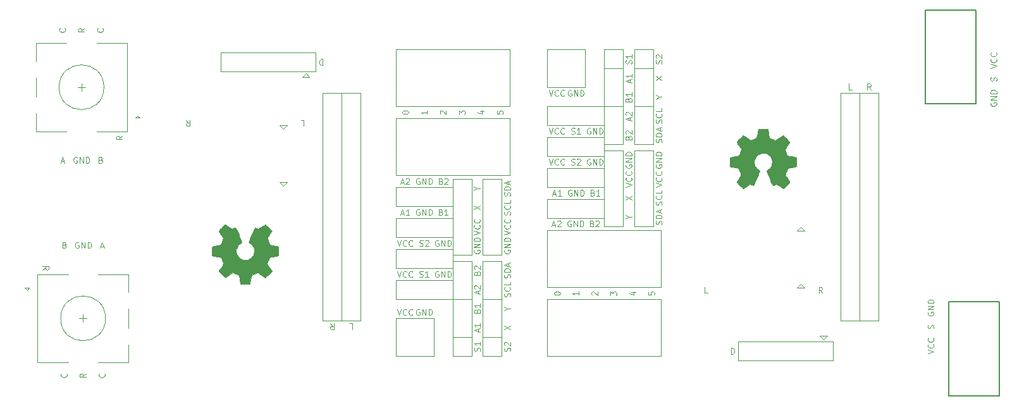
<source format=gbr>
%TF.GenerationSoftware,KiCad,Pcbnew,7.0.5*%
%TF.CreationDate,2024-01-24T21:19:46+08:00*%
%TF.ProjectId,main,6d61696e-2e6b-4696-9361-645f70636258,rev?*%
%TF.SameCoordinates,Original*%
%TF.FileFunction,Legend,Top*%
%TF.FilePolarity,Positive*%
%FSLAX46Y46*%
G04 Gerber Fmt 4.6, Leading zero omitted, Abs format (unit mm)*
G04 Created by KiCad (PCBNEW 7.0.5) date 2024-01-24 21:19:46*
%MOMM*%
%LPD*%
G01*
G04 APERTURE LIST*
%ADD10C,0.100000*%
%ADD11C,0.120000*%
%ADD12C,0.150000*%
%ADD13C,0.010000*%
G04 APERTURE END LIST*
D10*
X129480236Y-56974850D02*
X129480236Y-64594850D01*
D11*
X159530299Y-51214553D02*
X164610299Y-51214553D01*
X164610299Y-56294553D01*
X159530299Y-56294553D01*
X159530299Y-51214553D01*
X159540299Y-84604553D02*
X174780299Y-84604553D01*
X174780299Y-92224553D01*
X159540299Y-92224553D01*
X159540299Y-84604553D01*
D10*
X201320000Y-79834850D02*
X201320000Y-87454850D01*
X198780000Y-56974850D02*
X203860000Y-56974850D01*
X198780000Y-87454850D02*
X203860000Y-87454850D01*
X134560236Y-87454850D02*
X129480236Y-87454850D01*
X132020236Y-56974850D02*
X132020236Y-64594850D01*
X134560236Y-56974850D02*
X129480236Y-56974850D01*
X198780000Y-79834850D02*
X198780000Y-87454850D01*
D11*
X139230000Y-87144850D02*
X144310000Y-87144850D01*
X144310000Y-92224850D01*
X139230000Y-92224850D01*
X139230000Y-87144850D01*
X139240000Y-51214850D02*
X154480000Y-51214850D01*
X154480000Y-58834850D01*
X139240000Y-58834850D01*
X139240000Y-51214850D01*
D10*
X134560236Y-56974850D02*
X134560236Y-64594850D01*
X203860000Y-79834850D02*
X203860000Y-87454850D01*
D11*
X139240000Y-60434850D02*
X154480000Y-60434850D01*
X154480000Y-68054850D01*
X139240000Y-68054850D01*
X139240000Y-60434850D01*
X159540299Y-75384553D02*
X174780299Y-75384553D01*
X174780299Y-83004553D01*
X159540299Y-83004553D01*
X159540299Y-75384553D01*
%TO.C,J13*%
X142430475Y-77490610D02*
X142544761Y-77528705D01*
X142544761Y-77528705D02*
X142735237Y-77528705D01*
X142735237Y-77528705D02*
X142811428Y-77490610D01*
X142811428Y-77490610D02*
X142849523Y-77452514D01*
X142849523Y-77452514D02*
X142887618Y-77376324D01*
X142887618Y-77376324D02*
X142887618Y-77300133D01*
X142887618Y-77300133D02*
X142849523Y-77223943D01*
X142849523Y-77223943D02*
X142811428Y-77185848D01*
X142811428Y-77185848D02*
X142735237Y-77147752D01*
X142735237Y-77147752D02*
X142582856Y-77109657D01*
X142582856Y-77109657D02*
X142506666Y-77071562D01*
X142506666Y-77071562D02*
X142468571Y-77033467D01*
X142468571Y-77033467D02*
X142430475Y-76957276D01*
X142430475Y-76957276D02*
X142430475Y-76881086D01*
X142430475Y-76881086D02*
X142468571Y-76804895D01*
X142468571Y-76804895D02*
X142506666Y-76766800D01*
X142506666Y-76766800D02*
X142582856Y-76728705D01*
X142582856Y-76728705D02*
X142773333Y-76728705D01*
X142773333Y-76728705D02*
X142887618Y-76766800D01*
X143192380Y-76804895D02*
X143230476Y-76766800D01*
X143230476Y-76766800D02*
X143306666Y-76728705D01*
X143306666Y-76728705D02*
X143497142Y-76728705D01*
X143497142Y-76728705D02*
X143573333Y-76766800D01*
X143573333Y-76766800D02*
X143611428Y-76804895D01*
X143611428Y-76804895D02*
X143649523Y-76881086D01*
X143649523Y-76881086D02*
X143649523Y-76957276D01*
X143649523Y-76957276D02*
X143611428Y-77071562D01*
X143611428Y-77071562D02*
X143154285Y-77528705D01*
X143154285Y-77528705D02*
X143649523Y-77528705D01*
X139433333Y-76728705D02*
X139700000Y-77528705D01*
X139700000Y-77528705D02*
X139966666Y-76728705D01*
X140690476Y-77452514D02*
X140652380Y-77490610D01*
X140652380Y-77490610D02*
X140538095Y-77528705D01*
X140538095Y-77528705D02*
X140461904Y-77528705D01*
X140461904Y-77528705D02*
X140347618Y-77490610D01*
X140347618Y-77490610D02*
X140271428Y-77414419D01*
X140271428Y-77414419D02*
X140233333Y-77338229D01*
X140233333Y-77338229D02*
X140195237Y-77185848D01*
X140195237Y-77185848D02*
X140195237Y-77071562D01*
X140195237Y-77071562D02*
X140233333Y-76919181D01*
X140233333Y-76919181D02*
X140271428Y-76842990D01*
X140271428Y-76842990D02*
X140347618Y-76766800D01*
X140347618Y-76766800D02*
X140461904Y-76728705D01*
X140461904Y-76728705D02*
X140538095Y-76728705D01*
X140538095Y-76728705D02*
X140652380Y-76766800D01*
X140652380Y-76766800D02*
X140690476Y-76804895D01*
X141490476Y-77452514D02*
X141452380Y-77490610D01*
X141452380Y-77490610D02*
X141338095Y-77528705D01*
X141338095Y-77528705D02*
X141261904Y-77528705D01*
X141261904Y-77528705D02*
X141147618Y-77490610D01*
X141147618Y-77490610D02*
X141071428Y-77414419D01*
X141071428Y-77414419D02*
X141033333Y-77338229D01*
X141033333Y-77338229D02*
X140995237Y-77185848D01*
X140995237Y-77185848D02*
X140995237Y-77071562D01*
X140995237Y-77071562D02*
X141033333Y-76919181D01*
X141033333Y-76919181D02*
X141071428Y-76842990D01*
X141071428Y-76842990D02*
X141147618Y-76766800D01*
X141147618Y-76766800D02*
X141261904Y-76728705D01*
X141261904Y-76728705D02*
X141338095Y-76728705D01*
X141338095Y-76728705D02*
X141452380Y-76766800D01*
X141452380Y-76766800D02*
X141490476Y-76804895D01*
X144970476Y-76766800D02*
X144894286Y-76728705D01*
X144894286Y-76728705D02*
X144780000Y-76728705D01*
X144780000Y-76728705D02*
X144665714Y-76766800D01*
X144665714Y-76766800D02*
X144589524Y-76842990D01*
X144589524Y-76842990D02*
X144551429Y-76919181D01*
X144551429Y-76919181D02*
X144513333Y-77071562D01*
X144513333Y-77071562D02*
X144513333Y-77185848D01*
X144513333Y-77185848D02*
X144551429Y-77338229D01*
X144551429Y-77338229D02*
X144589524Y-77414419D01*
X144589524Y-77414419D02*
X144665714Y-77490610D01*
X144665714Y-77490610D02*
X144780000Y-77528705D01*
X144780000Y-77528705D02*
X144856191Y-77528705D01*
X144856191Y-77528705D02*
X144970476Y-77490610D01*
X144970476Y-77490610D02*
X145008572Y-77452514D01*
X145008572Y-77452514D02*
X145008572Y-77185848D01*
X145008572Y-77185848D02*
X144856191Y-77185848D01*
X145351429Y-77528705D02*
X145351429Y-76728705D01*
X145351429Y-76728705D02*
X145808572Y-77528705D01*
X145808572Y-77528705D02*
X145808572Y-76728705D01*
X146189524Y-77528705D02*
X146189524Y-76728705D01*
X146189524Y-76728705D02*
X146380000Y-76728705D01*
X146380000Y-76728705D02*
X146494286Y-76766800D01*
X146494286Y-76766800D02*
X146570476Y-76842990D01*
X146570476Y-76842990D02*
X146608571Y-76919181D01*
X146608571Y-76919181D02*
X146646667Y-77071562D01*
X146646667Y-77071562D02*
X146646667Y-77185848D01*
X146646667Y-77185848D02*
X146608571Y-77338229D01*
X146608571Y-77338229D02*
X146570476Y-77414419D01*
X146570476Y-77414419D02*
X146494286Y-77490610D01*
X146494286Y-77490610D02*
X146380000Y-77528705D01*
X146380000Y-77528705D02*
X146189524Y-77528705D01*
%TO.C,J19*%
X154525760Y-70796278D02*
X154563855Y-70681992D01*
X154563855Y-70681992D02*
X154563855Y-70491516D01*
X154563855Y-70491516D02*
X154525760Y-70415325D01*
X154525760Y-70415325D02*
X154487664Y-70377230D01*
X154487664Y-70377230D02*
X154411474Y-70339135D01*
X154411474Y-70339135D02*
X154335283Y-70339135D01*
X154335283Y-70339135D02*
X154259093Y-70377230D01*
X154259093Y-70377230D02*
X154220998Y-70415325D01*
X154220998Y-70415325D02*
X154182902Y-70491516D01*
X154182902Y-70491516D02*
X154144807Y-70643897D01*
X154144807Y-70643897D02*
X154106712Y-70720087D01*
X154106712Y-70720087D02*
X154068617Y-70758182D01*
X154068617Y-70758182D02*
X153992426Y-70796278D01*
X153992426Y-70796278D02*
X153916236Y-70796278D01*
X153916236Y-70796278D02*
X153840045Y-70758182D01*
X153840045Y-70758182D02*
X153801950Y-70720087D01*
X153801950Y-70720087D02*
X153763855Y-70643897D01*
X153763855Y-70643897D02*
X153763855Y-70453420D01*
X153763855Y-70453420D02*
X153801950Y-70339135D01*
X154563855Y-69996277D02*
X153763855Y-69996277D01*
X153763855Y-69996277D02*
X153763855Y-69805801D01*
X153763855Y-69805801D02*
X153801950Y-69691515D01*
X153801950Y-69691515D02*
X153878140Y-69615325D01*
X153878140Y-69615325D02*
X153954331Y-69577230D01*
X153954331Y-69577230D02*
X154106712Y-69539134D01*
X154106712Y-69539134D02*
X154220998Y-69539134D01*
X154220998Y-69539134D02*
X154373379Y-69577230D01*
X154373379Y-69577230D02*
X154449569Y-69615325D01*
X154449569Y-69615325D02*
X154525760Y-69691515D01*
X154525760Y-69691515D02*
X154563855Y-69805801D01*
X154563855Y-69805801D02*
X154563855Y-69996277D01*
X154335283Y-69234373D02*
X154335283Y-68853420D01*
X154563855Y-69310563D02*
X153763855Y-69043896D01*
X153763855Y-69043896D02*
X154563855Y-68777230D01*
X154525760Y-73317231D02*
X154563855Y-73202945D01*
X154563855Y-73202945D02*
X154563855Y-73012469D01*
X154563855Y-73012469D02*
X154525760Y-72936278D01*
X154525760Y-72936278D02*
X154487664Y-72898183D01*
X154487664Y-72898183D02*
X154411474Y-72860088D01*
X154411474Y-72860088D02*
X154335283Y-72860088D01*
X154335283Y-72860088D02*
X154259093Y-72898183D01*
X154259093Y-72898183D02*
X154220998Y-72936278D01*
X154220998Y-72936278D02*
X154182902Y-73012469D01*
X154182902Y-73012469D02*
X154144807Y-73164850D01*
X154144807Y-73164850D02*
X154106712Y-73241040D01*
X154106712Y-73241040D02*
X154068617Y-73279135D01*
X154068617Y-73279135D02*
X153992426Y-73317231D01*
X153992426Y-73317231D02*
X153916236Y-73317231D01*
X153916236Y-73317231D02*
X153840045Y-73279135D01*
X153840045Y-73279135D02*
X153801950Y-73241040D01*
X153801950Y-73241040D02*
X153763855Y-73164850D01*
X153763855Y-73164850D02*
X153763855Y-72974373D01*
X153763855Y-72974373D02*
X153801950Y-72860088D01*
X154487664Y-72060087D02*
X154525760Y-72098183D01*
X154525760Y-72098183D02*
X154563855Y-72212468D01*
X154563855Y-72212468D02*
X154563855Y-72288659D01*
X154563855Y-72288659D02*
X154525760Y-72402945D01*
X154525760Y-72402945D02*
X154449569Y-72479135D01*
X154449569Y-72479135D02*
X154373379Y-72517230D01*
X154373379Y-72517230D02*
X154220998Y-72555326D01*
X154220998Y-72555326D02*
X154106712Y-72555326D01*
X154106712Y-72555326D02*
X153954331Y-72517230D01*
X153954331Y-72517230D02*
X153878140Y-72479135D01*
X153878140Y-72479135D02*
X153801950Y-72402945D01*
X153801950Y-72402945D02*
X153763855Y-72288659D01*
X153763855Y-72288659D02*
X153763855Y-72212468D01*
X153763855Y-72212468D02*
X153801950Y-72098183D01*
X153801950Y-72098183D02*
X153840045Y-72060087D01*
X154563855Y-71336278D02*
X154563855Y-71717230D01*
X154563855Y-71717230D02*
X153763855Y-71717230D01*
X153763855Y-75971516D02*
X154563855Y-75704849D01*
X154563855Y-75704849D02*
X153763855Y-75438183D01*
X154487664Y-74714373D02*
X154525760Y-74752469D01*
X154525760Y-74752469D02*
X154563855Y-74866754D01*
X154563855Y-74866754D02*
X154563855Y-74942945D01*
X154563855Y-74942945D02*
X154525760Y-75057231D01*
X154525760Y-75057231D02*
X154449569Y-75133421D01*
X154449569Y-75133421D02*
X154373379Y-75171516D01*
X154373379Y-75171516D02*
X154220998Y-75209612D01*
X154220998Y-75209612D02*
X154106712Y-75209612D01*
X154106712Y-75209612D02*
X153954331Y-75171516D01*
X153954331Y-75171516D02*
X153878140Y-75133421D01*
X153878140Y-75133421D02*
X153801950Y-75057231D01*
X153801950Y-75057231D02*
X153763855Y-74942945D01*
X153763855Y-74942945D02*
X153763855Y-74866754D01*
X153763855Y-74866754D02*
X153801950Y-74752469D01*
X153801950Y-74752469D02*
X153840045Y-74714373D01*
X154487664Y-73914373D02*
X154525760Y-73952469D01*
X154525760Y-73952469D02*
X154563855Y-74066754D01*
X154563855Y-74066754D02*
X154563855Y-74142945D01*
X154563855Y-74142945D02*
X154525760Y-74257231D01*
X154525760Y-74257231D02*
X154449569Y-74333421D01*
X154449569Y-74333421D02*
X154373379Y-74371516D01*
X154373379Y-74371516D02*
X154220998Y-74409612D01*
X154220998Y-74409612D02*
X154106712Y-74409612D01*
X154106712Y-74409612D02*
X153954331Y-74371516D01*
X153954331Y-74371516D02*
X153878140Y-74333421D01*
X153878140Y-74333421D02*
X153801950Y-74257231D01*
X153801950Y-74257231D02*
X153763855Y-74142945D01*
X153763855Y-74142945D02*
X153763855Y-74066754D01*
X153763855Y-74066754D02*
X153801950Y-73952469D01*
X153801950Y-73952469D02*
X153840045Y-73914373D01*
X153801950Y-78054373D02*
X153763855Y-78130563D01*
X153763855Y-78130563D02*
X153763855Y-78244849D01*
X153763855Y-78244849D02*
X153801950Y-78359135D01*
X153801950Y-78359135D02*
X153878140Y-78435325D01*
X153878140Y-78435325D02*
X153954331Y-78473420D01*
X153954331Y-78473420D02*
X154106712Y-78511516D01*
X154106712Y-78511516D02*
X154220998Y-78511516D01*
X154220998Y-78511516D02*
X154373379Y-78473420D01*
X154373379Y-78473420D02*
X154449569Y-78435325D01*
X154449569Y-78435325D02*
X154525760Y-78359135D01*
X154525760Y-78359135D02*
X154563855Y-78244849D01*
X154563855Y-78244849D02*
X154563855Y-78168658D01*
X154563855Y-78168658D02*
X154525760Y-78054373D01*
X154525760Y-78054373D02*
X154487664Y-78016277D01*
X154487664Y-78016277D02*
X154220998Y-78016277D01*
X154220998Y-78016277D02*
X154220998Y-78168658D01*
X154563855Y-77673420D02*
X153763855Y-77673420D01*
X153763855Y-77673420D02*
X154563855Y-77216277D01*
X154563855Y-77216277D02*
X153763855Y-77216277D01*
X154563855Y-76835325D02*
X153763855Y-76835325D01*
X153763855Y-76835325D02*
X153763855Y-76644849D01*
X153763855Y-76644849D02*
X153801950Y-76530563D01*
X153801950Y-76530563D02*
X153878140Y-76454373D01*
X153878140Y-76454373D02*
X153954331Y-76416278D01*
X153954331Y-76416278D02*
X154106712Y-76378182D01*
X154106712Y-76378182D02*
X154220998Y-76378182D01*
X154220998Y-76378182D02*
X154373379Y-76416278D01*
X154373379Y-76416278D02*
X154449569Y-76454373D01*
X154449569Y-76454373D02*
X154525760Y-76530563D01*
X154525760Y-76530563D02*
X154563855Y-76644849D01*
X154563855Y-76644849D02*
X154563855Y-76835325D01*
%TO.C,J26*%
X96782476Y-77022950D02*
X96706286Y-76984855D01*
X96706286Y-76984855D02*
X96592000Y-76984855D01*
X96592000Y-76984855D02*
X96477714Y-77022950D01*
X96477714Y-77022950D02*
X96401524Y-77099140D01*
X96401524Y-77099140D02*
X96363429Y-77175331D01*
X96363429Y-77175331D02*
X96325333Y-77327712D01*
X96325333Y-77327712D02*
X96325333Y-77441998D01*
X96325333Y-77441998D02*
X96363429Y-77594379D01*
X96363429Y-77594379D02*
X96401524Y-77670569D01*
X96401524Y-77670569D02*
X96477714Y-77746760D01*
X96477714Y-77746760D02*
X96592000Y-77784855D01*
X96592000Y-77784855D02*
X96668191Y-77784855D01*
X96668191Y-77784855D02*
X96782476Y-77746760D01*
X96782476Y-77746760D02*
X96820572Y-77708664D01*
X96820572Y-77708664D02*
X96820572Y-77441998D01*
X96820572Y-77441998D02*
X96668191Y-77441998D01*
X97163429Y-77784855D02*
X97163429Y-76984855D01*
X97163429Y-76984855D02*
X97620572Y-77784855D01*
X97620572Y-77784855D02*
X97620572Y-76984855D01*
X98001524Y-77784855D02*
X98001524Y-76984855D01*
X98001524Y-76984855D02*
X98192000Y-76984855D01*
X98192000Y-76984855D02*
X98306286Y-77022950D01*
X98306286Y-77022950D02*
X98382476Y-77099140D01*
X98382476Y-77099140D02*
X98420571Y-77175331D01*
X98420571Y-77175331D02*
X98458667Y-77327712D01*
X98458667Y-77327712D02*
X98458667Y-77441998D01*
X98458667Y-77441998D02*
X98420571Y-77594379D01*
X98420571Y-77594379D02*
X98382476Y-77670569D01*
X98382476Y-77670569D02*
X98306286Y-77746760D01*
X98306286Y-77746760D02*
X98192000Y-77784855D01*
X98192000Y-77784855D02*
X98001524Y-77784855D01*
X99741523Y-77556283D02*
X100122476Y-77556283D01*
X99665333Y-77784855D02*
X99932000Y-76984855D01*
X99932000Y-76984855D02*
X100198666Y-77784855D01*
X94909142Y-77365807D02*
X95023428Y-77403902D01*
X95023428Y-77403902D02*
X95061523Y-77441998D01*
X95061523Y-77441998D02*
X95099619Y-77518188D01*
X95099619Y-77518188D02*
X95099619Y-77632474D01*
X95099619Y-77632474D02*
X95061523Y-77708664D01*
X95061523Y-77708664D02*
X95023428Y-77746760D01*
X95023428Y-77746760D02*
X94947238Y-77784855D01*
X94947238Y-77784855D02*
X94642476Y-77784855D01*
X94642476Y-77784855D02*
X94642476Y-76984855D01*
X94642476Y-76984855D02*
X94909142Y-76984855D01*
X94909142Y-76984855D02*
X94985333Y-77022950D01*
X94985333Y-77022950D02*
X95023428Y-77061045D01*
X95023428Y-77061045D02*
X95061523Y-77137236D01*
X95061523Y-77137236D02*
X95061523Y-77213426D01*
X95061523Y-77213426D02*
X95023428Y-77289617D01*
X95023428Y-77289617D02*
X94985333Y-77327712D01*
X94985333Y-77327712D02*
X94909142Y-77365807D01*
X94909142Y-77365807D02*
X94642476Y-77365807D01*
%TO.C,J21*%
X149761950Y-78054373D02*
X149723855Y-78130563D01*
X149723855Y-78130563D02*
X149723855Y-78244849D01*
X149723855Y-78244849D02*
X149761950Y-78359135D01*
X149761950Y-78359135D02*
X149838140Y-78435325D01*
X149838140Y-78435325D02*
X149914331Y-78473420D01*
X149914331Y-78473420D02*
X150066712Y-78511516D01*
X150066712Y-78511516D02*
X150180998Y-78511516D01*
X150180998Y-78511516D02*
X150333379Y-78473420D01*
X150333379Y-78473420D02*
X150409569Y-78435325D01*
X150409569Y-78435325D02*
X150485760Y-78359135D01*
X150485760Y-78359135D02*
X150523855Y-78244849D01*
X150523855Y-78244849D02*
X150523855Y-78168658D01*
X150523855Y-78168658D02*
X150485760Y-78054373D01*
X150485760Y-78054373D02*
X150447664Y-78016277D01*
X150447664Y-78016277D02*
X150180998Y-78016277D01*
X150180998Y-78016277D02*
X150180998Y-78168658D01*
X150523855Y-77673420D02*
X149723855Y-77673420D01*
X149723855Y-77673420D02*
X150523855Y-77216277D01*
X150523855Y-77216277D02*
X149723855Y-77216277D01*
X150523855Y-76835325D02*
X149723855Y-76835325D01*
X149723855Y-76835325D02*
X149723855Y-76644849D01*
X149723855Y-76644849D02*
X149761950Y-76530563D01*
X149761950Y-76530563D02*
X149838140Y-76454373D01*
X149838140Y-76454373D02*
X149914331Y-76416278D01*
X149914331Y-76416278D02*
X150066712Y-76378182D01*
X150066712Y-76378182D02*
X150180998Y-76378182D01*
X150180998Y-76378182D02*
X150333379Y-76416278D01*
X150333379Y-76416278D02*
X150409569Y-76454373D01*
X150409569Y-76454373D02*
X150485760Y-76530563D01*
X150485760Y-76530563D02*
X150523855Y-76644849D01*
X150523855Y-76644849D02*
X150523855Y-76835325D01*
X149723855Y-72631516D02*
X150523855Y-72098182D01*
X149723855Y-72098182D02*
X150523855Y-72631516D01*
X149723855Y-75971516D02*
X150523855Y-75704849D01*
X150523855Y-75704849D02*
X149723855Y-75438183D01*
X150447664Y-74714373D02*
X150485760Y-74752469D01*
X150485760Y-74752469D02*
X150523855Y-74866754D01*
X150523855Y-74866754D02*
X150523855Y-74942945D01*
X150523855Y-74942945D02*
X150485760Y-75057231D01*
X150485760Y-75057231D02*
X150409569Y-75133421D01*
X150409569Y-75133421D02*
X150333379Y-75171516D01*
X150333379Y-75171516D02*
X150180998Y-75209612D01*
X150180998Y-75209612D02*
X150066712Y-75209612D01*
X150066712Y-75209612D02*
X149914331Y-75171516D01*
X149914331Y-75171516D02*
X149838140Y-75133421D01*
X149838140Y-75133421D02*
X149761950Y-75057231D01*
X149761950Y-75057231D02*
X149723855Y-74942945D01*
X149723855Y-74942945D02*
X149723855Y-74866754D01*
X149723855Y-74866754D02*
X149761950Y-74752469D01*
X149761950Y-74752469D02*
X149800045Y-74714373D01*
X150447664Y-73914373D02*
X150485760Y-73952469D01*
X150485760Y-73952469D02*
X150523855Y-74066754D01*
X150523855Y-74066754D02*
X150523855Y-74142945D01*
X150523855Y-74142945D02*
X150485760Y-74257231D01*
X150485760Y-74257231D02*
X150409569Y-74333421D01*
X150409569Y-74333421D02*
X150333379Y-74371516D01*
X150333379Y-74371516D02*
X150180998Y-74409612D01*
X150180998Y-74409612D02*
X150066712Y-74409612D01*
X150066712Y-74409612D02*
X149914331Y-74371516D01*
X149914331Y-74371516D02*
X149838140Y-74333421D01*
X149838140Y-74333421D02*
X149761950Y-74257231D01*
X149761950Y-74257231D02*
X149723855Y-74142945D01*
X149723855Y-74142945D02*
X149723855Y-74066754D01*
X149723855Y-74066754D02*
X149761950Y-73952469D01*
X149761950Y-73952469D02*
X149800045Y-73914373D01*
X150142902Y-69824849D02*
X150523855Y-69824849D01*
X149723855Y-70091516D02*
X150142902Y-69824849D01*
X150142902Y-69824849D02*
X149723855Y-69558183D01*
%TO.C,J9*%
X145230045Y-59833421D02*
X145191950Y-59795325D01*
X145191950Y-59795325D02*
X145153855Y-59719135D01*
X145153855Y-59719135D02*
X145153855Y-59528659D01*
X145153855Y-59528659D02*
X145191950Y-59452468D01*
X145191950Y-59452468D02*
X145230045Y-59414373D01*
X145230045Y-59414373D02*
X145306236Y-59376278D01*
X145306236Y-59376278D02*
X145382426Y-59376278D01*
X145382426Y-59376278D02*
X145496712Y-59414373D01*
X145496712Y-59414373D02*
X145953855Y-59871516D01*
X145953855Y-59871516D02*
X145953855Y-59376278D01*
X140946144Y-59566755D02*
X140946144Y-59642945D01*
X140946144Y-59642945D02*
X140908049Y-59719136D01*
X140908049Y-59719136D02*
X140869954Y-59757231D01*
X140869954Y-59757231D02*
X140793763Y-59795326D01*
X140793763Y-59795326D02*
X140641382Y-59833421D01*
X140641382Y-59833421D02*
X140450906Y-59833421D01*
X140450906Y-59833421D02*
X140298525Y-59795326D01*
X140298525Y-59795326D02*
X140222335Y-59757231D01*
X140222335Y-59757231D02*
X140184240Y-59719136D01*
X140184240Y-59719136D02*
X140146144Y-59642945D01*
X140146144Y-59642945D02*
X140146144Y-59566755D01*
X140146144Y-59566755D02*
X140184240Y-59490564D01*
X140184240Y-59490564D02*
X140222335Y-59452469D01*
X140222335Y-59452469D02*
X140298525Y-59414374D01*
X140298525Y-59414374D02*
X140450906Y-59376278D01*
X140450906Y-59376278D02*
X140641382Y-59376278D01*
X140641382Y-59376278D02*
X140793763Y-59414374D01*
X140793763Y-59414374D02*
X140869954Y-59452469D01*
X140869954Y-59452469D02*
X140908049Y-59490564D01*
X140908049Y-59490564D02*
X140946144Y-59566755D01*
X152773855Y-59414373D02*
X152773855Y-59795325D01*
X152773855Y-59795325D02*
X153154807Y-59833421D01*
X153154807Y-59833421D02*
X153116712Y-59795325D01*
X153116712Y-59795325D02*
X153078617Y-59719135D01*
X153078617Y-59719135D02*
X153078617Y-59528659D01*
X153078617Y-59528659D02*
X153116712Y-59452468D01*
X153116712Y-59452468D02*
X153154807Y-59414373D01*
X153154807Y-59414373D02*
X153230998Y-59376278D01*
X153230998Y-59376278D02*
X153421474Y-59376278D01*
X153421474Y-59376278D02*
X153497664Y-59414373D01*
X153497664Y-59414373D02*
X153535760Y-59452468D01*
X153535760Y-59452468D02*
X153573855Y-59528659D01*
X153573855Y-59528659D02*
X153573855Y-59719135D01*
X153573855Y-59719135D02*
X153535760Y-59795325D01*
X153535760Y-59795325D02*
X153497664Y-59833421D01*
X150500521Y-59452468D02*
X151033855Y-59452468D01*
X150195760Y-59642944D02*
X150767188Y-59833421D01*
X150767188Y-59833421D02*
X150767188Y-59338182D01*
X143413855Y-59376278D02*
X143413855Y-59833421D01*
X143413855Y-59604849D02*
X142613855Y-59604849D01*
X142613855Y-59604849D02*
X142728140Y-59681040D01*
X142728140Y-59681040D02*
X142804331Y-59757230D01*
X142804331Y-59757230D02*
X142842426Y-59833421D01*
X147693855Y-59871516D02*
X147693855Y-59376278D01*
X147693855Y-59376278D02*
X147998617Y-59642944D01*
X147998617Y-59642944D02*
X147998617Y-59528659D01*
X147998617Y-59528659D02*
X148036712Y-59452468D01*
X148036712Y-59452468D02*
X148074807Y-59414373D01*
X148074807Y-59414373D02*
X148150998Y-59376278D01*
X148150998Y-59376278D02*
X148341474Y-59376278D01*
X148341474Y-59376278D02*
X148417664Y-59414373D01*
X148417664Y-59414373D02*
X148455760Y-59452468D01*
X148455760Y-59452468D02*
X148493855Y-59528659D01*
X148493855Y-59528659D02*
X148493855Y-59757230D01*
X148493855Y-59757230D02*
X148455760Y-59833421D01*
X148455760Y-59833421D02*
X148417664Y-59871516D01*
%TO.C,J4*%
X202837619Y-56578705D02*
X202570952Y-56197752D01*
X202380476Y-56578705D02*
X202380476Y-55778705D01*
X202380476Y-55778705D02*
X202685238Y-55778705D01*
X202685238Y-55778705D02*
X202761428Y-55816800D01*
X202761428Y-55816800D02*
X202799523Y-55854895D01*
X202799523Y-55854895D02*
X202837619Y-55931086D01*
X202837619Y-55931086D02*
X202837619Y-56045371D01*
X202837619Y-56045371D02*
X202799523Y-56121562D01*
X202799523Y-56121562D02*
X202761428Y-56159657D01*
X202761428Y-56159657D02*
X202685238Y-56197752D01*
X202685238Y-56197752D02*
X202380476Y-56197752D01*
%TO.C,J6*%
X184110476Y-91948705D02*
X184110476Y-91148705D01*
X184110476Y-91148705D02*
X184300952Y-91148705D01*
X184300952Y-91148705D02*
X184415238Y-91186800D01*
X184415238Y-91186800D02*
X184491428Y-91262990D01*
X184491428Y-91262990D02*
X184529523Y-91339181D01*
X184529523Y-91339181D02*
X184567619Y-91491562D01*
X184567619Y-91491562D02*
X184567619Y-91605848D01*
X184567619Y-91605848D02*
X184529523Y-91758229D01*
X184529523Y-91758229D02*
X184491428Y-91834419D01*
X184491428Y-91834419D02*
X184415238Y-91910610D01*
X184415238Y-91910610D02*
X184300952Y-91948705D01*
X184300952Y-91948705D02*
X184110476Y-91948705D01*
%TO.C,U1*%
X196327619Y-83788705D02*
X196060952Y-83407752D01*
X195870476Y-83788705D02*
X195870476Y-82988705D01*
X195870476Y-82988705D02*
X196175238Y-82988705D01*
X196175238Y-82988705D02*
X196251428Y-83026800D01*
X196251428Y-83026800D02*
X196289523Y-83064895D01*
X196289523Y-83064895D02*
X196327619Y-83141086D01*
X196327619Y-83141086D02*
X196327619Y-83255371D01*
X196327619Y-83255371D02*
X196289523Y-83331562D01*
X196289523Y-83331562D02*
X196251428Y-83369657D01*
X196251428Y-83369657D02*
X196175238Y-83407752D01*
X196175238Y-83407752D02*
X195870476Y-83407752D01*
X180977619Y-83788705D02*
X180596667Y-83788705D01*
X180596667Y-83788705D02*
X180596667Y-82988705D01*
%TO.C,J14*%
X153763855Y-88681516D02*
X154563855Y-88148182D01*
X153763855Y-88148182D02*
X154563855Y-88681516D01*
X154182902Y-85874849D02*
X154563855Y-85874849D01*
X153763855Y-86141516D02*
X154182902Y-85874849D01*
X154182902Y-85874849D02*
X153763855Y-85608183D01*
X154525760Y-81766278D02*
X154563855Y-81651992D01*
X154563855Y-81651992D02*
X154563855Y-81461516D01*
X154563855Y-81461516D02*
X154525760Y-81385325D01*
X154525760Y-81385325D02*
X154487664Y-81347230D01*
X154487664Y-81347230D02*
X154411474Y-81309135D01*
X154411474Y-81309135D02*
X154335283Y-81309135D01*
X154335283Y-81309135D02*
X154259093Y-81347230D01*
X154259093Y-81347230D02*
X154220998Y-81385325D01*
X154220998Y-81385325D02*
X154182902Y-81461516D01*
X154182902Y-81461516D02*
X154144807Y-81613897D01*
X154144807Y-81613897D02*
X154106712Y-81690087D01*
X154106712Y-81690087D02*
X154068617Y-81728182D01*
X154068617Y-81728182D02*
X153992426Y-81766278D01*
X153992426Y-81766278D02*
X153916236Y-81766278D01*
X153916236Y-81766278D02*
X153840045Y-81728182D01*
X153840045Y-81728182D02*
X153801950Y-81690087D01*
X153801950Y-81690087D02*
X153763855Y-81613897D01*
X153763855Y-81613897D02*
X153763855Y-81423420D01*
X153763855Y-81423420D02*
X153801950Y-81309135D01*
X154563855Y-80966277D02*
X153763855Y-80966277D01*
X153763855Y-80966277D02*
X153763855Y-80775801D01*
X153763855Y-80775801D02*
X153801950Y-80661515D01*
X153801950Y-80661515D02*
X153878140Y-80585325D01*
X153878140Y-80585325D02*
X153954331Y-80547230D01*
X153954331Y-80547230D02*
X154106712Y-80509134D01*
X154106712Y-80509134D02*
X154220998Y-80509134D01*
X154220998Y-80509134D02*
X154373379Y-80547230D01*
X154373379Y-80547230D02*
X154449569Y-80585325D01*
X154449569Y-80585325D02*
X154525760Y-80661515D01*
X154525760Y-80661515D02*
X154563855Y-80775801D01*
X154563855Y-80775801D02*
X154563855Y-80966277D01*
X154335283Y-80204373D02*
X154335283Y-79823420D01*
X154563855Y-80280563D02*
X153763855Y-80013896D01*
X153763855Y-80013896D02*
X154563855Y-79747230D01*
X154525760Y-91564374D02*
X154563855Y-91450088D01*
X154563855Y-91450088D02*
X154563855Y-91259612D01*
X154563855Y-91259612D02*
X154525760Y-91183421D01*
X154525760Y-91183421D02*
X154487664Y-91145326D01*
X154487664Y-91145326D02*
X154411474Y-91107231D01*
X154411474Y-91107231D02*
X154335283Y-91107231D01*
X154335283Y-91107231D02*
X154259093Y-91145326D01*
X154259093Y-91145326D02*
X154220998Y-91183421D01*
X154220998Y-91183421D02*
X154182902Y-91259612D01*
X154182902Y-91259612D02*
X154144807Y-91411993D01*
X154144807Y-91411993D02*
X154106712Y-91488183D01*
X154106712Y-91488183D02*
X154068617Y-91526278D01*
X154068617Y-91526278D02*
X153992426Y-91564374D01*
X153992426Y-91564374D02*
X153916236Y-91564374D01*
X153916236Y-91564374D02*
X153840045Y-91526278D01*
X153840045Y-91526278D02*
X153801950Y-91488183D01*
X153801950Y-91488183D02*
X153763855Y-91411993D01*
X153763855Y-91411993D02*
X153763855Y-91221516D01*
X153763855Y-91221516D02*
X153801950Y-91107231D01*
X153840045Y-90802469D02*
X153801950Y-90764373D01*
X153801950Y-90764373D02*
X153763855Y-90688183D01*
X153763855Y-90688183D02*
X153763855Y-90497707D01*
X153763855Y-90497707D02*
X153801950Y-90421516D01*
X153801950Y-90421516D02*
X153840045Y-90383421D01*
X153840045Y-90383421D02*
X153916236Y-90345326D01*
X153916236Y-90345326D02*
X153992426Y-90345326D01*
X153992426Y-90345326D02*
X154106712Y-90383421D01*
X154106712Y-90383421D02*
X154563855Y-90840564D01*
X154563855Y-90840564D02*
X154563855Y-90345326D01*
X154525760Y-84287231D02*
X154563855Y-84172945D01*
X154563855Y-84172945D02*
X154563855Y-83982469D01*
X154563855Y-83982469D02*
X154525760Y-83906278D01*
X154525760Y-83906278D02*
X154487664Y-83868183D01*
X154487664Y-83868183D02*
X154411474Y-83830088D01*
X154411474Y-83830088D02*
X154335283Y-83830088D01*
X154335283Y-83830088D02*
X154259093Y-83868183D01*
X154259093Y-83868183D02*
X154220998Y-83906278D01*
X154220998Y-83906278D02*
X154182902Y-83982469D01*
X154182902Y-83982469D02*
X154144807Y-84134850D01*
X154144807Y-84134850D02*
X154106712Y-84211040D01*
X154106712Y-84211040D02*
X154068617Y-84249135D01*
X154068617Y-84249135D02*
X153992426Y-84287231D01*
X153992426Y-84287231D02*
X153916236Y-84287231D01*
X153916236Y-84287231D02*
X153840045Y-84249135D01*
X153840045Y-84249135D02*
X153801950Y-84211040D01*
X153801950Y-84211040D02*
X153763855Y-84134850D01*
X153763855Y-84134850D02*
X153763855Y-83944373D01*
X153763855Y-83944373D02*
X153801950Y-83830088D01*
X154487664Y-83030087D02*
X154525760Y-83068183D01*
X154525760Y-83068183D02*
X154563855Y-83182468D01*
X154563855Y-83182468D02*
X154563855Y-83258659D01*
X154563855Y-83258659D02*
X154525760Y-83372945D01*
X154525760Y-83372945D02*
X154449569Y-83449135D01*
X154449569Y-83449135D02*
X154373379Y-83487230D01*
X154373379Y-83487230D02*
X154220998Y-83525326D01*
X154220998Y-83525326D02*
X154106712Y-83525326D01*
X154106712Y-83525326D02*
X153954331Y-83487230D01*
X153954331Y-83487230D02*
X153878140Y-83449135D01*
X153878140Y-83449135D02*
X153801950Y-83372945D01*
X153801950Y-83372945D02*
X153763855Y-83258659D01*
X153763855Y-83258659D02*
X153763855Y-83182468D01*
X153763855Y-83182468D02*
X153801950Y-83068183D01*
X153801950Y-83068183D02*
X153840045Y-83030087D01*
X154563855Y-82306278D02*
X154563855Y-82687230D01*
X154563855Y-82687230D02*
X153763855Y-82687230D01*
%TO.C,J25*%
X210481950Y-86361523D02*
X210443855Y-86437713D01*
X210443855Y-86437713D02*
X210443855Y-86551999D01*
X210443855Y-86551999D02*
X210481950Y-86666285D01*
X210481950Y-86666285D02*
X210558140Y-86742475D01*
X210558140Y-86742475D02*
X210634331Y-86780570D01*
X210634331Y-86780570D02*
X210786712Y-86818666D01*
X210786712Y-86818666D02*
X210900998Y-86818666D01*
X210900998Y-86818666D02*
X211053379Y-86780570D01*
X211053379Y-86780570D02*
X211129569Y-86742475D01*
X211129569Y-86742475D02*
X211205760Y-86666285D01*
X211205760Y-86666285D02*
X211243855Y-86551999D01*
X211243855Y-86551999D02*
X211243855Y-86475808D01*
X211243855Y-86475808D02*
X211205760Y-86361523D01*
X211205760Y-86361523D02*
X211167664Y-86323427D01*
X211167664Y-86323427D02*
X210900998Y-86323427D01*
X210900998Y-86323427D02*
X210900998Y-86475808D01*
X211243855Y-85980570D02*
X210443855Y-85980570D01*
X210443855Y-85980570D02*
X211243855Y-85523427D01*
X211243855Y-85523427D02*
X210443855Y-85523427D01*
X211243855Y-85142475D02*
X210443855Y-85142475D01*
X210443855Y-85142475D02*
X210443855Y-84951999D01*
X210443855Y-84951999D02*
X210481950Y-84837713D01*
X210481950Y-84837713D02*
X210558140Y-84761523D01*
X210558140Y-84761523D02*
X210634331Y-84723428D01*
X210634331Y-84723428D02*
X210786712Y-84685332D01*
X210786712Y-84685332D02*
X210900998Y-84685332D01*
X210900998Y-84685332D02*
X211053379Y-84723428D01*
X211053379Y-84723428D02*
X211129569Y-84761523D01*
X211129569Y-84761523D02*
X211205760Y-84837713D01*
X211205760Y-84837713D02*
X211243855Y-84951999D01*
X211243855Y-84951999D02*
X211243855Y-85142475D01*
X211205760Y-88520571D02*
X211243855Y-88406285D01*
X211243855Y-88406285D02*
X211243855Y-88215809D01*
X211243855Y-88215809D02*
X211205760Y-88139618D01*
X211205760Y-88139618D02*
X211167664Y-88101523D01*
X211167664Y-88101523D02*
X211091474Y-88063428D01*
X211091474Y-88063428D02*
X211015283Y-88063428D01*
X211015283Y-88063428D02*
X210939093Y-88101523D01*
X210939093Y-88101523D02*
X210900998Y-88139618D01*
X210900998Y-88139618D02*
X210862902Y-88215809D01*
X210862902Y-88215809D02*
X210824807Y-88368190D01*
X210824807Y-88368190D02*
X210786712Y-88444380D01*
X210786712Y-88444380D02*
X210748617Y-88482475D01*
X210748617Y-88482475D02*
X210672426Y-88520571D01*
X210672426Y-88520571D02*
X210596236Y-88520571D01*
X210596236Y-88520571D02*
X210520045Y-88482475D01*
X210520045Y-88482475D02*
X210481950Y-88444380D01*
X210481950Y-88444380D02*
X210443855Y-88368190D01*
X210443855Y-88368190D02*
X210443855Y-88177713D01*
X210443855Y-88177713D02*
X210481950Y-88063428D01*
X210443855Y-91898666D02*
X211243855Y-91631999D01*
X211243855Y-91631999D02*
X210443855Y-91365333D01*
X211167664Y-90641523D02*
X211205760Y-90679619D01*
X211205760Y-90679619D02*
X211243855Y-90793904D01*
X211243855Y-90793904D02*
X211243855Y-90870095D01*
X211243855Y-90870095D02*
X211205760Y-90984381D01*
X211205760Y-90984381D02*
X211129569Y-91060571D01*
X211129569Y-91060571D02*
X211053379Y-91098666D01*
X211053379Y-91098666D02*
X210900998Y-91136762D01*
X210900998Y-91136762D02*
X210786712Y-91136762D01*
X210786712Y-91136762D02*
X210634331Y-91098666D01*
X210634331Y-91098666D02*
X210558140Y-91060571D01*
X210558140Y-91060571D02*
X210481950Y-90984381D01*
X210481950Y-90984381D02*
X210443855Y-90870095D01*
X210443855Y-90870095D02*
X210443855Y-90793904D01*
X210443855Y-90793904D02*
X210481950Y-90679619D01*
X210481950Y-90679619D02*
X210520045Y-90641523D01*
X211167664Y-89841523D02*
X211205760Y-89879619D01*
X211205760Y-89879619D02*
X211243855Y-89993904D01*
X211243855Y-89993904D02*
X211243855Y-90070095D01*
X211243855Y-90070095D02*
X211205760Y-90184381D01*
X211205760Y-90184381D02*
X211129569Y-90260571D01*
X211129569Y-90260571D02*
X211053379Y-90298666D01*
X211053379Y-90298666D02*
X210900998Y-90336762D01*
X210900998Y-90336762D02*
X210786712Y-90336762D01*
X210786712Y-90336762D02*
X210634331Y-90298666D01*
X210634331Y-90298666D02*
X210558140Y-90260571D01*
X210558140Y-90260571D02*
X210481950Y-90184381D01*
X210481950Y-90184381D02*
X210443855Y-90070095D01*
X210443855Y-90070095D02*
X210443855Y-89993904D01*
X210443855Y-89993904D02*
X210481950Y-89879619D01*
X210481950Y-89879619D02*
X210520045Y-89841523D01*
%TO.C,J28*%
X91958144Y-80688619D02*
X92339097Y-80421952D01*
X91958144Y-80231476D02*
X92758144Y-80231476D01*
X92758144Y-80231476D02*
X92758144Y-80536238D01*
X92758144Y-80536238D02*
X92720049Y-80612428D01*
X92720049Y-80612428D02*
X92681954Y-80650523D01*
X92681954Y-80650523D02*
X92605763Y-80688619D01*
X92605763Y-80688619D02*
X92491478Y-80688619D01*
X92491478Y-80688619D02*
X92415287Y-80650523D01*
X92415287Y-80650523D02*
X92377192Y-80612428D01*
X92377192Y-80612428D02*
X92339097Y-80536238D01*
X92339097Y-80536238D02*
X92339097Y-80231476D01*
%TO.C,J8*%
X150495760Y-91564374D02*
X150533855Y-91450088D01*
X150533855Y-91450088D02*
X150533855Y-91259612D01*
X150533855Y-91259612D02*
X150495760Y-91183421D01*
X150495760Y-91183421D02*
X150457664Y-91145326D01*
X150457664Y-91145326D02*
X150381474Y-91107231D01*
X150381474Y-91107231D02*
X150305283Y-91107231D01*
X150305283Y-91107231D02*
X150229093Y-91145326D01*
X150229093Y-91145326D02*
X150190998Y-91183421D01*
X150190998Y-91183421D02*
X150152902Y-91259612D01*
X150152902Y-91259612D02*
X150114807Y-91411993D01*
X150114807Y-91411993D02*
X150076712Y-91488183D01*
X150076712Y-91488183D02*
X150038617Y-91526278D01*
X150038617Y-91526278D02*
X149962426Y-91564374D01*
X149962426Y-91564374D02*
X149886236Y-91564374D01*
X149886236Y-91564374D02*
X149810045Y-91526278D01*
X149810045Y-91526278D02*
X149771950Y-91488183D01*
X149771950Y-91488183D02*
X149733855Y-91411993D01*
X149733855Y-91411993D02*
X149733855Y-91221516D01*
X149733855Y-91221516D02*
X149771950Y-91107231D01*
X150533855Y-90345326D02*
X150533855Y-90802469D01*
X150533855Y-90573897D02*
X149733855Y-90573897D01*
X149733855Y-90573897D02*
X149848140Y-90650088D01*
X149848140Y-90650088D02*
X149924331Y-90726278D01*
X149924331Y-90726278D02*
X149962426Y-90802469D01*
X150305283Y-88986278D02*
X150305283Y-88605325D01*
X150533855Y-89062468D02*
X149733855Y-88795801D01*
X149733855Y-88795801D02*
X150533855Y-88529135D01*
X150533855Y-87843421D02*
X150533855Y-88300564D01*
X150533855Y-88071992D02*
X149733855Y-88071992D01*
X149733855Y-88071992D02*
X149848140Y-88148183D01*
X149848140Y-88148183D02*
X149924331Y-88224373D01*
X149924331Y-88224373D02*
X149962426Y-88300564D01*
X150114807Y-86198659D02*
X150152902Y-86084373D01*
X150152902Y-86084373D02*
X150190998Y-86046278D01*
X150190998Y-86046278D02*
X150267188Y-86008182D01*
X150267188Y-86008182D02*
X150381474Y-86008182D01*
X150381474Y-86008182D02*
X150457664Y-86046278D01*
X150457664Y-86046278D02*
X150495760Y-86084373D01*
X150495760Y-86084373D02*
X150533855Y-86160563D01*
X150533855Y-86160563D02*
X150533855Y-86465325D01*
X150533855Y-86465325D02*
X149733855Y-86465325D01*
X149733855Y-86465325D02*
X149733855Y-86198659D01*
X149733855Y-86198659D02*
X149771950Y-86122468D01*
X149771950Y-86122468D02*
X149810045Y-86084373D01*
X149810045Y-86084373D02*
X149886236Y-86046278D01*
X149886236Y-86046278D02*
X149962426Y-86046278D01*
X149962426Y-86046278D02*
X150038617Y-86084373D01*
X150038617Y-86084373D02*
X150076712Y-86122468D01*
X150076712Y-86122468D02*
X150114807Y-86198659D01*
X150114807Y-86198659D02*
X150114807Y-86465325D01*
X150533855Y-85246278D02*
X150533855Y-85703421D01*
X150533855Y-85474849D02*
X149733855Y-85474849D01*
X149733855Y-85474849D02*
X149848140Y-85551040D01*
X149848140Y-85551040D02*
X149924331Y-85627230D01*
X149924331Y-85627230D02*
X149962426Y-85703421D01*
X150114807Y-81118659D02*
X150152902Y-81004373D01*
X150152902Y-81004373D02*
X150190998Y-80966278D01*
X150190998Y-80966278D02*
X150267188Y-80928182D01*
X150267188Y-80928182D02*
X150381474Y-80928182D01*
X150381474Y-80928182D02*
X150457664Y-80966278D01*
X150457664Y-80966278D02*
X150495760Y-81004373D01*
X150495760Y-81004373D02*
X150533855Y-81080563D01*
X150533855Y-81080563D02*
X150533855Y-81385325D01*
X150533855Y-81385325D02*
X149733855Y-81385325D01*
X149733855Y-81385325D02*
X149733855Y-81118659D01*
X149733855Y-81118659D02*
X149771950Y-81042468D01*
X149771950Y-81042468D02*
X149810045Y-81004373D01*
X149810045Y-81004373D02*
X149886236Y-80966278D01*
X149886236Y-80966278D02*
X149962426Y-80966278D01*
X149962426Y-80966278D02*
X150038617Y-81004373D01*
X150038617Y-81004373D02*
X150076712Y-81042468D01*
X150076712Y-81042468D02*
X150114807Y-81118659D01*
X150114807Y-81118659D02*
X150114807Y-81385325D01*
X149810045Y-80623421D02*
X149771950Y-80585325D01*
X149771950Y-80585325D02*
X149733855Y-80509135D01*
X149733855Y-80509135D02*
X149733855Y-80318659D01*
X149733855Y-80318659D02*
X149771950Y-80242468D01*
X149771950Y-80242468D02*
X149810045Y-80204373D01*
X149810045Y-80204373D02*
X149886236Y-80166278D01*
X149886236Y-80166278D02*
X149962426Y-80166278D01*
X149962426Y-80166278D02*
X150076712Y-80204373D01*
X150076712Y-80204373D02*
X150533855Y-80661516D01*
X150533855Y-80661516D02*
X150533855Y-80166278D01*
X150305283Y-83906278D02*
X150305283Y-83525325D01*
X150533855Y-83982468D02*
X149733855Y-83715801D01*
X149733855Y-83715801D02*
X150533855Y-83449135D01*
X149810045Y-83220564D02*
X149771950Y-83182468D01*
X149771950Y-83182468D02*
X149733855Y-83106278D01*
X149733855Y-83106278D02*
X149733855Y-82915802D01*
X149733855Y-82915802D02*
X149771950Y-82839611D01*
X149771950Y-82839611D02*
X149810045Y-82801516D01*
X149810045Y-82801516D02*
X149886236Y-82763421D01*
X149886236Y-82763421D02*
X149962426Y-82763421D01*
X149962426Y-82763421D02*
X150076712Y-82801516D01*
X150076712Y-82801516D02*
X150533855Y-83258659D01*
X150533855Y-83258659D02*
X150533855Y-82763421D01*
%TO.C,J27*%
X97541823Y-48362348D02*
X97160870Y-48629015D01*
X97541823Y-48819491D02*
X96741823Y-48819491D01*
X96741823Y-48819491D02*
X96741823Y-48514729D01*
X96741823Y-48514729D02*
X96779918Y-48438539D01*
X96779918Y-48438539D02*
X96818013Y-48400444D01*
X96818013Y-48400444D02*
X96894204Y-48362348D01*
X96894204Y-48362348D02*
X97008489Y-48362348D01*
X97008489Y-48362348D02*
X97084680Y-48400444D01*
X97084680Y-48400444D02*
X97122775Y-48438539D01*
X97122775Y-48438539D02*
X97160870Y-48514729D01*
X97160870Y-48514729D02*
X97160870Y-48819491D01*
X94925632Y-48362348D02*
X94963728Y-48400444D01*
X94963728Y-48400444D02*
X95001823Y-48514729D01*
X95001823Y-48514729D02*
X95001823Y-48590920D01*
X95001823Y-48590920D02*
X94963728Y-48705206D01*
X94963728Y-48705206D02*
X94887537Y-48781396D01*
X94887537Y-48781396D02*
X94811347Y-48819491D01*
X94811347Y-48819491D02*
X94658966Y-48857587D01*
X94658966Y-48857587D02*
X94544680Y-48857587D01*
X94544680Y-48857587D02*
X94392299Y-48819491D01*
X94392299Y-48819491D02*
X94316108Y-48781396D01*
X94316108Y-48781396D02*
X94239918Y-48705206D01*
X94239918Y-48705206D02*
X94201823Y-48590920D01*
X94201823Y-48590920D02*
X94201823Y-48514729D01*
X94201823Y-48514729D02*
X94239918Y-48400444D01*
X94239918Y-48400444D02*
X94278013Y-48362348D01*
X100005632Y-48362348D02*
X100043728Y-48400444D01*
X100043728Y-48400444D02*
X100081823Y-48514729D01*
X100081823Y-48514729D02*
X100081823Y-48590920D01*
X100081823Y-48590920D02*
X100043728Y-48705206D01*
X100043728Y-48705206D02*
X99967537Y-48781396D01*
X99967537Y-48781396D02*
X99891347Y-48819491D01*
X99891347Y-48819491D02*
X99738966Y-48857587D01*
X99738966Y-48857587D02*
X99624680Y-48857587D01*
X99624680Y-48857587D02*
X99472299Y-48819491D01*
X99472299Y-48819491D02*
X99396108Y-48781396D01*
X99396108Y-48781396D02*
X99319918Y-48705206D01*
X99319918Y-48705206D02*
X99281823Y-48590920D01*
X99281823Y-48590920D02*
X99281823Y-48514729D01*
X99281823Y-48514729D02*
X99319918Y-48400444D01*
X99319918Y-48400444D02*
X99358013Y-48362348D01*
%TO.C,J2*%
X139433333Y-85938705D02*
X139700000Y-86738705D01*
X139700000Y-86738705D02*
X139966666Y-85938705D01*
X140690476Y-86662514D02*
X140652380Y-86700610D01*
X140652380Y-86700610D02*
X140538095Y-86738705D01*
X140538095Y-86738705D02*
X140461904Y-86738705D01*
X140461904Y-86738705D02*
X140347618Y-86700610D01*
X140347618Y-86700610D02*
X140271428Y-86624419D01*
X140271428Y-86624419D02*
X140233333Y-86548229D01*
X140233333Y-86548229D02*
X140195237Y-86395848D01*
X140195237Y-86395848D02*
X140195237Y-86281562D01*
X140195237Y-86281562D02*
X140233333Y-86129181D01*
X140233333Y-86129181D02*
X140271428Y-86052990D01*
X140271428Y-86052990D02*
X140347618Y-85976800D01*
X140347618Y-85976800D02*
X140461904Y-85938705D01*
X140461904Y-85938705D02*
X140538095Y-85938705D01*
X140538095Y-85938705D02*
X140652380Y-85976800D01*
X140652380Y-85976800D02*
X140690476Y-86014895D01*
X141490476Y-86662514D02*
X141452380Y-86700610D01*
X141452380Y-86700610D02*
X141338095Y-86738705D01*
X141338095Y-86738705D02*
X141261904Y-86738705D01*
X141261904Y-86738705D02*
X141147618Y-86700610D01*
X141147618Y-86700610D02*
X141071428Y-86624419D01*
X141071428Y-86624419D02*
X141033333Y-86548229D01*
X141033333Y-86548229D02*
X140995237Y-86395848D01*
X140995237Y-86395848D02*
X140995237Y-86281562D01*
X140995237Y-86281562D02*
X141033333Y-86129181D01*
X141033333Y-86129181D02*
X141071428Y-86052990D01*
X141071428Y-86052990D02*
X141147618Y-85976800D01*
X141147618Y-85976800D02*
X141261904Y-85938705D01*
X141261904Y-85938705D02*
X141338095Y-85938705D01*
X141338095Y-85938705D02*
X141452380Y-85976800D01*
X141452380Y-85976800D02*
X141490476Y-86014895D01*
X142430476Y-85976800D02*
X142354286Y-85938705D01*
X142354286Y-85938705D02*
X142240000Y-85938705D01*
X142240000Y-85938705D02*
X142125714Y-85976800D01*
X142125714Y-85976800D02*
X142049524Y-86052990D01*
X142049524Y-86052990D02*
X142011429Y-86129181D01*
X142011429Y-86129181D02*
X141973333Y-86281562D01*
X141973333Y-86281562D02*
X141973333Y-86395848D01*
X141973333Y-86395848D02*
X142011429Y-86548229D01*
X142011429Y-86548229D02*
X142049524Y-86624419D01*
X142049524Y-86624419D02*
X142125714Y-86700610D01*
X142125714Y-86700610D02*
X142240000Y-86738705D01*
X142240000Y-86738705D02*
X142316191Y-86738705D01*
X142316191Y-86738705D02*
X142430476Y-86700610D01*
X142430476Y-86700610D02*
X142468572Y-86662514D01*
X142468572Y-86662514D02*
X142468572Y-86395848D01*
X142468572Y-86395848D02*
X142316191Y-86395848D01*
X142811429Y-86738705D02*
X142811429Y-85938705D01*
X142811429Y-85938705D02*
X143268572Y-86738705D01*
X143268572Y-86738705D02*
X143268572Y-85938705D01*
X143649524Y-86738705D02*
X143649524Y-85938705D01*
X143649524Y-85938705D02*
X143840000Y-85938705D01*
X143840000Y-85938705D02*
X143954286Y-85976800D01*
X143954286Y-85976800D02*
X144030476Y-86052990D01*
X144030476Y-86052990D02*
X144068571Y-86129181D01*
X144068571Y-86129181D02*
X144106667Y-86281562D01*
X144106667Y-86281562D02*
X144106667Y-86395848D01*
X144106667Y-86395848D02*
X144068571Y-86548229D01*
X144068571Y-86548229D02*
X144030476Y-86624419D01*
X144030476Y-86624419D02*
X143954286Y-86700610D01*
X143954286Y-86700610D02*
X143840000Y-86738705D01*
X143840000Y-86738705D02*
X143649524Y-86738705D01*
%TO.C,J27*%
X97758887Y-94582412D02*
X97377934Y-94849079D01*
X97758887Y-95039555D02*
X96958887Y-95039555D01*
X96958887Y-95039555D02*
X96958887Y-94734793D01*
X96958887Y-94734793D02*
X96996982Y-94658603D01*
X96996982Y-94658603D02*
X97035077Y-94620508D01*
X97035077Y-94620508D02*
X97111268Y-94582412D01*
X97111268Y-94582412D02*
X97225553Y-94582412D01*
X97225553Y-94582412D02*
X97301744Y-94620508D01*
X97301744Y-94620508D02*
X97339839Y-94658603D01*
X97339839Y-94658603D02*
X97377934Y-94734793D01*
X97377934Y-94734793D02*
X97377934Y-95039555D01*
X100222696Y-94582412D02*
X100260792Y-94620508D01*
X100260792Y-94620508D02*
X100298887Y-94734793D01*
X100298887Y-94734793D02*
X100298887Y-94810984D01*
X100298887Y-94810984D02*
X100260792Y-94925270D01*
X100260792Y-94925270D02*
X100184601Y-95001460D01*
X100184601Y-95001460D02*
X100108411Y-95039555D01*
X100108411Y-95039555D02*
X99956030Y-95077651D01*
X99956030Y-95077651D02*
X99841744Y-95077651D01*
X99841744Y-95077651D02*
X99689363Y-95039555D01*
X99689363Y-95039555D02*
X99613172Y-95001460D01*
X99613172Y-95001460D02*
X99536982Y-94925270D01*
X99536982Y-94925270D02*
X99498887Y-94810984D01*
X99498887Y-94810984D02*
X99498887Y-94734793D01*
X99498887Y-94734793D02*
X99536982Y-94620508D01*
X99536982Y-94620508D02*
X99575077Y-94582412D01*
X95142696Y-94582412D02*
X95180792Y-94620508D01*
X95180792Y-94620508D02*
X95218887Y-94734793D01*
X95218887Y-94734793D02*
X95218887Y-94810984D01*
X95218887Y-94810984D02*
X95180792Y-94925270D01*
X95180792Y-94925270D02*
X95104601Y-95001460D01*
X95104601Y-95001460D02*
X95028411Y-95039555D01*
X95028411Y-95039555D02*
X94876030Y-95077651D01*
X94876030Y-95077651D02*
X94761744Y-95077651D01*
X94761744Y-95077651D02*
X94609363Y-95039555D01*
X94609363Y-95039555D02*
X94533172Y-95001460D01*
X94533172Y-95001460D02*
X94456982Y-94925270D01*
X94456982Y-94925270D02*
X94418887Y-94810984D01*
X94418887Y-94810984D02*
X94418887Y-94734793D01*
X94418887Y-94734793D02*
X94456982Y-94620508D01*
X94456982Y-94620508D02*
X94495077Y-94582412D01*
%TO.C,J25*%
X218897950Y-58297523D02*
X218859855Y-58373713D01*
X218859855Y-58373713D02*
X218859855Y-58487999D01*
X218859855Y-58487999D02*
X218897950Y-58602285D01*
X218897950Y-58602285D02*
X218974140Y-58678475D01*
X218974140Y-58678475D02*
X219050331Y-58716570D01*
X219050331Y-58716570D02*
X219202712Y-58754666D01*
X219202712Y-58754666D02*
X219316998Y-58754666D01*
X219316998Y-58754666D02*
X219469379Y-58716570D01*
X219469379Y-58716570D02*
X219545569Y-58678475D01*
X219545569Y-58678475D02*
X219621760Y-58602285D01*
X219621760Y-58602285D02*
X219659855Y-58487999D01*
X219659855Y-58487999D02*
X219659855Y-58411808D01*
X219659855Y-58411808D02*
X219621760Y-58297523D01*
X219621760Y-58297523D02*
X219583664Y-58259427D01*
X219583664Y-58259427D02*
X219316998Y-58259427D01*
X219316998Y-58259427D02*
X219316998Y-58411808D01*
X219659855Y-57916570D02*
X218859855Y-57916570D01*
X218859855Y-57916570D02*
X219659855Y-57459427D01*
X219659855Y-57459427D02*
X218859855Y-57459427D01*
X219659855Y-57078475D02*
X218859855Y-57078475D01*
X218859855Y-57078475D02*
X218859855Y-56887999D01*
X218859855Y-56887999D02*
X218897950Y-56773713D01*
X218897950Y-56773713D02*
X218974140Y-56697523D01*
X218974140Y-56697523D02*
X219050331Y-56659428D01*
X219050331Y-56659428D02*
X219202712Y-56621332D01*
X219202712Y-56621332D02*
X219316998Y-56621332D01*
X219316998Y-56621332D02*
X219469379Y-56659428D01*
X219469379Y-56659428D02*
X219545569Y-56697523D01*
X219545569Y-56697523D02*
X219621760Y-56773713D01*
X219621760Y-56773713D02*
X219659855Y-56887999D01*
X219659855Y-56887999D02*
X219659855Y-57078475D01*
X219621760Y-55376571D02*
X219659855Y-55262285D01*
X219659855Y-55262285D02*
X219659855Y-55071809D01*
X219659855Y-55071809D02*
X219621760Y-54995618D01*
X219621760Y-54995618D02*
X219583664Y-54957523D01*
X219583664Y-54957523D02*
X219507474Y-54919428D01*
X219507474Y-54919428D02*
X219431283Y-54919428D01*
X219431283Y-54919428D02*
X219355093Y-54957523D01*
X219355093Y-54957523D02*
X219316998Y-54995618D01*
X219316998Y-54995618D02*
X219278902Y-55071809D01*
X219278902Y-55071809D02*
X219240807Y-55224190D01*
X219240807Y-55224190D02*
X219202712Y-55300380D01*
X219202712Y-55300380D02*
X219164617Y-55338475D01*
X219164617Y-55338475D02*
X219088426Y-55376571D01*
X219088426Y-55376571D02*
X219012236Y-55376571D01*
X219012236Y-55376571D02*
X218936045Y-55338475D01*
X218936045Y-55338475D02*
X218897950Y-55300380D01*
X218897950Y-55300380D02*
X218859855Y-55224190D01*
X218859855Y-55224190D02*
X218859855Y-55033713D01*
X218859855Y-55033713D02*
X218897950Y-54919428D01*
X218859855Y-53674666D02*
X219659855Y-53407999D01*
X219659855Y-53407999D02*
X218859855Y-53141333D01*
X219583664Y-52417523D02*
X219621760Y-52455619D01*
X219621760Y-52455619D02*
X219659855Y-52569904D01*
X219659855Y-52569904D02*
X219659855Y-52646095D01*
X219659855Y-52646095D02*
X219621760Y-52760381D01*
X219621760Y-52760381D02*
X219545569Y-52836571D01*
X219545569Y-52836571D02*
X219469379Y-52874666D01*
X219469379Y-52874666D02*
X219316998Y-52912762D01*
X219316998Y-52912762D02*
X219202712Y-52912762D01*
X219202712Y-52912762D02*
X219050331Y-52874666D01*
X219050331Y-52874666D02*
X218974140Y-52836571D01*
X218974140Y-52836571D02*
X218897950Y-52760381D01*
X218897950Y-52760381D02*
X218859855Y-52646095D01*
X218859855Y-52646095D02*
X218859855Y-52569904D01*
X218859855Y-52569904D02*
X218897950Y-52455619D01*
X218897950Y-52455619D02*
X218936045Y-52417523D01*
X219583664Y-51617523D02*
X219621760Y-51655619D01*
X219621760Y-51655619D02*
X219659855Y-51769904D01*
X219659855Y-51769904D02*
X219659855Y-51846095D01*
X219659855Y-51846095D02*
X219621760Y-51960381D01*
X219621760Y-51960381D02*
X219545569Y-52036571D01*
X219545569Y-52036571D02*
X219469379Y-52074666D01*
X219469379Y-52074666D02*
X219316998Y-52112762D01*
X219316998Y-52112762D02*
X219202712Y-52112762D01*
X219202712Y-52112762D02*
X219050331Y-52074666D01*
X219050331Y-52074666D02*
X218974140Y-52036571D01*
X218974140Y-52036571D02*
X218897950Y-51960381D01*
X218897950Y-51960381D02*
X218859855Y-51846095D01*
X218859855Y-51846095D02*
X218859855Y-51769904D01*
X218859855Y-51769904D02*
X218897950Y-51655619D01*
X218897950Y-51655619D02*
X218936045Y-51617523D01*
%TO.C,J3*%
X139928571Y-69020133D02*
X140309524Y-69020133D01*
X139852381Y-69248705D02*
X140119048Y-68448705D01*
X140119048Y-68448705D02*
X140385714Y-69248705D01*
X140614285Y-68524895D02*
X140652381Y-68486800D01*
X140652381Y-68486800D02*
X140728571Y-68448705D01*
X140728571Y-68448705D02*
X140919047Y-68448705D01*
X140919047Y-68448705D02*
X140995238Y-68486800D01*
X140995238Y-68486800D02*
X141033333Y-68524895D01*
X141033333Y-68524895D02*
X141071428Y-68601086D01*
X141071428Y-68601086D02*
X141071428Y-68677276D01*
X141071428Y-68677276D02*
X141033333Y-68791562D01*
X141033333Y-68791562D02*
X140576190Y-69248705D01*
X140576190Y-69248705D02*
X141071428Y-69248705D01*
X142430476Y-68486800D02*
X142354286Y-68448705D01*
X142354286Y-68448705D02*
X142240000Y-68448705D01*
X142240000Y-68448705D02*
X142125714Y-68486800D01*
X142125714Y-68486800D02*
X142049524Y-68562990D01*
X142049524Y-68562990D02*
X142011429Y-68639181D01*
X142011429Y-68639181D02*
X141973333Y-68791562D01*
X141973333Y-68791562D02*
X141973333Y-68905848D01*
X141973333Y-68905848D02*
X142011429Y-69058229D01*
X142011429Y-69058229D02*
X142049524Y-69134419D01*
X142049524Y-69134419D02*
X142125714Y-69210610D01*
X142125714Y-69210610D02*
X142240000Y-69248705D01*
X142240000Y-69248705D02*
X142316191Y-69248705D01*
X142316191Y-69248705D02*
X142430476Y-69210610D01*
X142430476Y-69210610D02*
X142468572Y-69172514D01*
X142468572Y-69172514D02*
X142468572Y-68905848D01*
X142468572Y-68905848D02*
X142316191Y-68905848D01*
X142811429Y-69248705D02*
X142811429Y-68448705D01*
X142811429Y-68448705D02*
X143268572Y-69248705D01*
X143268572Y-69248705D02*
X143268572Y-68448705D01*
X143649524Y-69248705D02*
X143649524Y-68448705D01*
X143649524Y-68448705D02*
X143840000Y-68448705D01*
X143840000Y-68448705D02*
X143954286Y-68486800D01*
X143954286Y-68486800D02*
X144030476Y-68562990D01*
X144030476Y-68562990D02*
X144068571Y-68639181D01*
X144068571Y-68639181D02*
X144106667Y-68791562D01*
X144106667Y-68791562D02*
X144106667Y-68905848D01*
X144106667Y-68905848D02*
X144068571Y-69058229D01*
X144068571Y-69058229D02*
X144030476Y-69134419D01*
X144030476Y-69134419D02*
X143954286Y-69210610D01*
X143954286Y-69210610D02*
X143840000Y-69248705D01*
X143840000Y-69248705D02*
X143649524Y-69248705D01*
X145256190Y-68829657D02*
X145370476Y-68867752D01*
X145370476Y-68867752D02*
X145408571Y-68905848D01*
X145408571Y-68905848D02*
X145446667Y-68982038D01*
X145446667Y-68982038D02*
X145446667Y-69096324D01*
X145446667Y-69096324D02*
X145408571Y-69172514D01*
X145408571Y-69172514D02*
X145370476Y-69210610D01*
X145370476Y-69210610D02*
X145294286Y-69248705D01*
X145294286Y-69248705D02*
X144989524Y-69248705D01*
X144989524Y-69248705D02*
X144989524Y-68448705D01*
X144989524Y-68448705D02*
X145256190Y-68448705D01*
X145256190Y-68448705D02*
X145332381Y-68486800D01*
X145332381Y-68486800D02*
X145370476Y-68524895D01*
X145370476Y-68524895D02*
X145408571Y-68601086D01*
X145408571Y-68601086D02*
X145408571Y-68677276D01*
X145408571Y-68677276D02*
X145370476Y-68753467D01*
X145370476Y-68753467D02*
X145332381Y-68791562D01*
X145332381Y-68791562D02*
X145256190Y-68829657D01*
X145256190Y-68829657D02*
X144989524Y-68829657D01*
X145751428Y-68524895D02*
X145789524Y-68486800D01*
X145789524Y-68486800D02*
X145865714Y-68448705D01*
X145865714Y-68448705D02*
X146056190Y-68448705D01*
X146056190Y-68448705D02*
X146132381Y-68486800D01*
X146132381Y-68486800D02*
X146170476Y-68524895D01*
X146170476Y-68524895D02*
X146208571Y-68601086D01*
X146208571Y-68601086D02*
X146208571Y-68677276D01*
X146208571Y-68677276D02*
X146170476Y-68791562D01*
X146170476Y-68791562D02*
X145713333Y-69248705D01*
X145713333Y-69248705D02*
X146208571Y-69248705D01*
%TO.C,J7*%
X142430475Y-81620610D02*
X142544761Y-81658705D01*
X142544761Y-81658705D02*
X142735237Y-81658705D01*
X142735237Y-81658705D02*
X142811428Y-81620610D01*
X142811428Y-81620610D02*
X142849523Y-81582514D01*
X142849523Y-81582514D02*
X142887618Y-81506324D01*
X142887618Y-81506324D02*
X142887618Y-81430133D01*
X142887618Y-81430133D02*
X142849523Y-81353943D01*
X142849523Y-81353943D02*
X142811428Y-81315848D01*
X142811428Y-81315848D02*
X142735237Y-81277752D01*
X142735237Y-81277752D02*
X142582856Y-81239657D01*
X142582856Y-81239657D02*
X142506666Y-81201562D01*
X142506666Y-81201562D02*
X142468571Y-81163467D01*
X142468571Y-81163467D02*
X142430475Y-81087276D01*
X142430475Y-81087276D02*
X142430475Y-81011086D01*
X142430475Y-81011086D02*
X142468571Y-80934895D01*
X142468571Y-80934895D02*
X142506666Y-80896800D01*
X142506666Y-80896800D02*
X142582856Y-80858705D01*
X142582856Y-80858705D02*
X142773333Y-80858705D01*
X142773333Y-80858705D02*
X142887618Y-80896800D01*
X143649523Y-81658705D02*
X143192380Y-81658705D01*
X143420952Y-81658705D02*
X143420952Y-80858705D01*
X143420952Y-80858705D02*
X143344761Y-80972990D01*
X143344761Y-80972990D02*
X143268571Y-81049181D01*
X143268571Y-81049181D02*
X143192380Y-81087276D01*
X139433333Y-80858705D02*
X139700000Y-81658705D01*
X139700000Y-81658705D02*
X139966666Y-80858705D01*
X140690476Y-81582514D02*
X140652380Y-81620610D01*
X140652380Y-81620610D02*
X140538095Y-81658705D01*
X140538095Y-81658705D02*
X140461904Y-81658705D01*
X140461904Y-81658705D02*
X140347618Y-81620610D01*
X140347618Y-81620610D02*
X140271428Y-81544419D01*
X140271428Y-81544419D02*
X140233333Y-81468229D01*
X140233333Y-81468229D02*
X140195237Y-81315848D01*
X140195237Y-81315848D02*
X140195237Y-81201562D01*
X140195237Y-81201562D02*
X140233333Y-81049181D01*
X140233333Y-81049181D02*
X140271428Y-80972990D01*
X140271428Y-80972990D02*
X140347618Y-80896800D01*
X140347618Y-80896800D02*
X140461904Y-80858705D01*
X140461904Y-80858705D02*
X140538095Y-80858705D01*
X140538095Y-80858705D02*
X140652380Y-80896800D01*
X140652380Y-80896800D02*
X140690476Y-80934895D01*
X141490476Y-81582514D02*
X141452380Y-81620610D01*
X141452380Y-81620610D02*
X141338095Y-81658705D01*
X141338095Y-81658705D02*
X141261904Y-81658705D01*
X141261904Y-81658705D02*
X141147618Y-81620610D01*
X141147618Y-81620610D02*
X141071428Y-81544419D01*
X141071428Y-81544419D02*
X141033333Y-81468229D01*
X141033333Y-81468229D02*
X140995237Y-81315848D01*
X140995237Y-81315848D02*
X140995237Y-81201562D01*
X140995237Y-81201562D02*
X141033333Y-81049181D01*
X141033333Y-81049181D02*
X141071428Y-80972990D01*
X141071428Y-80972990D02*
X141147618Y-80896800D01*
X141147618Y-80896800D02*
X141261904Y-80858705D01*
X141261904Y-80858705D02*
X141338095Y-80858705D01*
X141338095Y-80858705D02*
X141452380Y-80896800D01*
X141452380Y-80896800D02*
X141490476Y-80934895D01*
X144970476Y-80896800D02*
X144894286Y-80858705D01*
X144894286Y-80858705D02*
X144780000Y-80858705D01*
X144780000Y-80858705D02*
X144665714Y-80896800D01*
X144665714Y-80896800D02*
X144589524Y-80972990D01*
X144589524Y-80972990D02*
X144551429Y-81049181D01*
X144551429Y-81049181D02*
X144513333Y-81201562D01*
X144513333Y-81201562D02*
X144513333Y-81315848D01*
X144513333Y-81315848D02*
X144551429Y-81468229D01*
X144551429Y-81468229D02*
X144589524Y-81544419D01*
X144589524Y-81544419D02*
X144665714Y-81620610D01*
X144665714Y-81620610D02*
X144780000Y-81658705D01*
X144780000Y-81658705D02*
X144856191Y-81658705D01*
X144856191Y-81658705D02*
X144970476Y-81620610D01*
X144970476Y-81620610D02*
X145008572Y-81582514D01*
X145008572Y-81582514D02*
X145008572Y-81315848D01*
X145008572Y-81315848D02*
X144856191Y-81315848D01*
X145351429Y-81658705D02*
X145351429Y-80858705D01*
X145351429Y-80858705D02*
X145808572Y-81658705D01*
X145808572Y-81658705D02*
X145808572Y-80858705D01*
X146189524Y-81658705D02*
X146189524Y-80858705D01*
X146189524Y-80858705D02*
X146380000Y-80858705D01*
X146380000Y-80858705D02*
X146494286Y-80896800D01*
X146494286Y-80896800D02*
X146570476Y-80972990D01*
X146570476Y-80972990D02*
X146608571Y-81049181D01*
X146608571Y-81049181D02*
X146646667Y-81201562D01*
X146646667Y-81201562D02*
X146646667Y-81315848D01*
X146646667Y-81315848D02*
X146608571Y-81468229D01*
X146608571Y-81468229D02*
X146570476Y-81544419D01*
X146570476Y-81544419D02*
X146494286Y-81620610D01*
X146494286Y-81620610D02*
X146380000Y-81658705D01*
X146380000Y-81658705D02*
X146189524Y-81658705D01*
%TO.C,J28*%
X102614855Y-62751380D02*
X102233902Y-63018047D01*
X102614855Y-63208523D02*
X101814855Y-63208523D01*
X101814855Y-63208523D02*
X101814855Y-62903761D01*
X101814855Y-62903761D02*
X101852950Y-62827571D01*
X101852950Y-62827571D02*
X101891045Y-62789476D01*
X101891045Y-62789476D02*
X101967236Y-62751380D01*
X101967236Y-62751380D02*
X102081521Y-62751380D01*
X102081521Y-62751380D02*
X102157712Y-62789476D01*
X102157712Y-62789476D02*
X102195807Y-62827571D01*
X102195807Y-62827571D02*
X102233902Y-62903761D01*
X102233902Y-62903761D02*
X102233902Y-63208523D01*
%TO.C,J26*%
X96571476Y-65620950D02*
X96495286Y-65582855D01*
X96495286Y-65582855D02*
X96381000Y-65582855D01*
X96381000Y-65582855D02*
X96266714Y-65620950D01*
X96266714Y-65620950D02*
X96190524Y-65697140D01*
X96190524Y-65697140D02*
X96152429Y-65773331D01*
X96152429Y-65773331D02*
X96114333Y-65925712D01*
X96114333Y-65925712D02*
X96114333Y-66039998D01*
X96114333Y-66039998D02*
X96152429Y-66192379D01*
X96152429Y-66192379D02*
X96190524Y-66268569D01*
X96190524Y-66268569D02*
X96266714Y-66344760D01*
X96266714Y-66344760D02*
X96381000Y-66382855D01*
X96381000Y-66382855D02*
X96457191Y-66382855D01*
X96457191Y-66382855D02*
X96571476Y-66344760D01*
X96571476Y-66344760D02*
X96609572Y-66306664D01*
X96609572Y-66306664D02*
X96609572Y-66039998D01*
X96609572Y-66039998D02*
X96457191Y-66039998D01*
X96952429Y-66382855D02*
X96952429Y-65582855D01*
X96952429Y-65582855D02*
X97409572Y-66382855D01*
X97409572Y-66382855D02*
X97409572Y-65582855D01*
X97790524Y-66382855D02*
X97790524Y-65582855D01*
X97790524Y-65582855D02*
X97981000Y-65582855D01*
X97981000Y-65582855D02*
X98095286Y-65620950D01*
X98095286Y-65620950D02*
X98171476Y-65697140D01*
X98171476Y-65697140D02*
X98209571Y-65773331D01*
X98209571Y-65773331D02*
X98247667Y-65925712D01*
X98247667Y-65925712D02*
X98247667Y-66039998D01*
X98247667Y-66039998D02*
X98209571Y-66192379D01*
X98209571Y-66192379D02*
X98171476Y-66268569D01*
X98171476Y-66268569D02*
X98095286Y-66344760D01*
X98095286Y-66344760D02*
X97981000Y-66382855D01*
X97981000Y-66382855D02*
X97790524Y-66382855D01*
X94450523Y-66154283D02*
X94831476Y-66154283D01*
X94374333Y-66382855D02*
X94641000Y-65582855D01*
X94641000Y-65582855D02*
X94907666Y-66382855D01*
X99778142Y-65963807D02*
X99892428Y-66001902D01*
X99892428Y-66001902D02*
X99930523Y-66039998D01*
X99930523Y-66039998D02*
X99968619Y-66116188D01*
X99968619Y-66116188D02*
X99968619Y-66230474D01*
X99968619Y-66230474D02*
X99930523Y-66306664D01*
X99930523Y-66306664D02*
X99892428Y-66344760D01*
X99892428Y-66344760D02*
X99816238Y-66382855D01*
X99816238Y-66382855D02*
X99511476Y-66382855D01*
X99511476Y-66382855D02*
X99511476Y-65582855D01*
X99511476Y-65582855D02*
X99778142Y-65582855D01*
X99778142Y-65582855D02*
X99854333Y-65620950D01*
X99854333Y-65620950D02*
X99892428Y-65659045D01*
X99892428Y-65659045D02*
X99930523Y-65735236D01*
X99930523Y-65735236D02*
X99930523Y-65811426D01*
X99930523Y-65811426D02*
X99892428Y-65887617D01*
X99892428Y-65887617D02*
X99854333Y-65925712D01*
X99854333Y-65925712D02*
X99778142Y-65963807D01*
X99778142Y-65963807D02*
X99511476Y-65963807D01*
%TO.C,J5*%
X200297619Y-56578705D02*
X199916667Y-56578705D01*
X199916667Y-56578705D02*
X199916667Y-55778705D01*
%TO.C,J15*%
X145256190Y-72969657D02*
X145370476Y-73007752D01*
X145370476Y-73007752D02*
X145408571Y-73045848D01*
X145408571Y-73045848D02*
X145446667Y-73122038D01*
X145446667Y-73122038D02*
X145446667Y-73236324D01*
X145446667Y-73236324D02*
X145408571Y-73312514D01*
X145408571Y-73312514D02*
X145370476Y-73350610D01*
X145370476Y-73350610D02*
X145294286Y-73388705D01*
X145294286Y-73388705D02*
X144989524Y-73388705D01*
X144989524Y-73388705D02*
X144989524Y-72588705D01*
X144989524Y-72588705D02*
X145256190Y-72588705D01*
X145256190Y-72588705D02*
X145332381Y-72626800D01*
X145332381Y-72626800D02*
X145370476Y-72664895D01*
X145370476Y-72664895D02*
X145408571Y-72741086D01*
X145408571Y-72741086D02*
X145408571Y-72817276D01*
X145408571Y-72817276D02*
X145370476Y-72893467D01*
X145370476Y-72893467D02*
X145332381Y-72931562D01*
X145332381Y-72931562D02*
X145256190Y-72969657D01*
X145256190Y-72969657D02*
X144989524Y-72969657D01*
X146208571Y-73388705D02*
X145751428Y-73388705D01*
X145980000Y-73388705D02*
X145980000Y-72588705D01*
X145980000Y-72588705D02*
X145903809Y-72702990D01*
X145903809Y-72702990D02*
X145827619Y-72779181D01*
X145827619Y-72779181D02*
X145751428Y-72817276D01*
X142430476Y-72626800D02*
X142354286Y-72588705D01*
X142354286Y-72588705D02*
X142240000Y-72588705D01*
X142240000Y-72588705D02*
X142125714Y-72626800D01*
X142125714Y-72626800D02*
X142049524Y-72702990D01*
X142049524Y-72702990D02*
X142011429Y-72779181D01*
X142011429Y-72779181D02*
X141973333Y-72931562D01*
X141973333Y-72931562D02*
X141973333Y-73045848D01*
X141973333Y-73045848D02*
X142011429Y-73198229D01*
X142011429Y-73198229D02*
X142049524Y-73274419D01*
X142049524Y-73274419D02*
X142125714Y-73350610D01*
X142125714Y-73350610D02*
X142240000Y-73388705D01*
X142240000Y-73388705D02*
X142316191Y-73388705D01*
X142316191Y-73388705D02*
X142430476Y-73350610D01*
X142430476Y-73350610D02*
X142468572Y-73312514D01*
X142468572Y-73312514D02*
X142468572Y-73045848D01*
X142468572Y-73045848D02*
X142316191Y-73045848D01*
X142811429Y-73388705D02*
X142811429Y-72588705D01*
X142811429Y-72588705D02*
X143268572Y-73388705D01*
X143268572Y-73388705D02*
X143268572Y-72588705D01*
X143649524Y-73388705D02*
X143649524Y-72588705D01*
X143649524Y-72588705D02*
X143840000Y-72588705D01*
X143840000Y-72588705D02*
X143954286Y-72626800D01*
X143954286Y-72626800D02*
X144030476Y-72702990D01*
X144030476Y-72702990D02*
X144068571Y-72779181D01*
X144068571Y-72779181D02*
X144106667Y-72931562D01*
X144106667Y-72931562D02*
X144106667Y-73045848D01*
X144106667Y-73045848D02*
X144068571Y-73198229D01*
X144068571Y-73198229D02*
X144030476Y-73274419D01*
X144030476Y-73274419D02*
X143954286Y-73350610D01*
X143954286Y-73350610D02*
X143840000Y-73388705D01*
X143840000Y-73388705D02*
X143649524Y-73388705D01*
X139928571Y-73160133D02*
X140309524Y-73160133D01*
X139852381Y-73388705D02*
X140119048Y-72588705D01*
X140119048Y-72588705D02*
X140385714Y-73388705D01*
X141071428Y-73388705D02*
X140614285Y-73388705D01*
X140842857Y-73388705D02*
X140842857Y-72588705D01*
X140842857Y-72588705D02*
X140766666Y-72702990D01*
X140766666Y-72702990D02*
X140690476Y-72779181D01*
X140690476Y-72779181D02*
X140614285Y-72817276D01*
%TO.C,J8*%
X170605582Y-55605981D02*
X170605582Y-55225028D01*
X170834154Y-55682171D02*
X170034154Y-55415504D01*
X170034154Y-55415504D02*
X170834154Y-55148838D01*
X170834154Y-54463124D02*
X170834154Y-54920267D01*
X170834154Y-54691695D02*
X170034154Y-54691695D01*
X170034154Y-54691695D02*
X170148439Y-54767886D01*
X170148439Y-54767886D02*
X170224630Y-54844076D01*
X170224630Y-54844076D02*
X170262725Y-54920267D01*
X170415106Y-62978362D02*
X170453201Y-62864076D01*
X170453201Y-62864076D02*
X170491297Y-62825981D01*
X170491297Y-62825981D02*
X170567487Y-62787885D01*
X170567487Y-62787885D02*
X170681773Y-62787885D01*
X170681773Y-62787885D02*
X170757963Y-62825981D01*
X170757963Y-62825981D02*
X170796059Y-62864076D01*
X170796059Y-62864076D02*
X170834154Y-62940266D01*
X170834154Y-62940266D02*
X170834154Y-63245028D01*
X170834154Y-63245028D02*
X170034154Y-63245028D01*
X170034154Y-63245028D02*
X170034154Y-62978362D01*
X170034154Y-62978362D02*
X170072249Y-62902171D01*
X170072249Y-62902171D02*
X170110344Y-62864076D01*
X170110344Y-62864076D02*
X170186535Y-62825981D01*
X170186535Y-62825981D02*
X170262725Y-62825981D01*
X170262725Y-62825981D02*
X170338916Y-62864076D01*
X170338916Y-62864076D02*
X170377011Y-62902171D01*
X170377011Y-62902171D02*
X170415106Y-62978362D01*
X170415106Y-62978362D02*
X170415106Y-63245028D01*
X170110344Y-62483124D02*
X170072249Y-62445028D01*
X170072249Y-62445028D02*
X170034154Y-62368838D01*
X170034154Y-62368838D02*
X170034154Y-62178362D01*
X170034154Y-62178362D02*
X170072249Y-62102171D01*
X170072249Y-62102171D02*
X170110344Y-62064076D01*
X170110344Y-62064076D02*
X170186535Y-62025981D01*
X170186535Y-62025981D02*
X170262725Y-62025981D01*
X170262725Y-62025981D02*
X170377011Y-62064076D01*
X170377011Y-62064076D02*
X170834154Y-62521219D01*
X170834154Y-62521219D02*
X170834154Y-62025981D01*
X170605582Y-60685981D02*
X170605582Y-60305028D01*
X170834154Y-60762171D02*
X170034154Y-60495504D01*
X170034154Y-60495504D02*
X170834154Y-60228838D01*
X170110344Y-60000267D02*
X170072249Y-59962171D01*
X170072249Y-59962171D02*
X170034154Y-59885981D01*
X170034154Y-59885981D02*
X170034154Y-59695505D01*
X170034154Y-59695505D02*
X170072249Y-59619314D01*
X170072249Y-59619314D02*
X170110344Y-59581219D01*
X170110344Y-59581219D02*
X170186535Y-59543124D01*
X170186535Y-59543124D02*
X170262725Y-59543124D01*
X170262725Y-59543124D02*
X170377011Y-59581219D01*
X170377011Y-59581219D02*
X170834154Y-60038362D01*
X170834154Y-60038362D02*
X170834154Y-59543124D01*
X170415106Y-57898362D02*
X170453201Y-57784076D01*
X170453201Y-57784076D02*
X170491297Y-57745981D01*
X170491297Y-57745981D02*
X170567487Y-57707885D01*
X170567487Y-57707885D02*
X170681773Y-57707885D01*
X170681773Y-57707885D02*
X170757963Y-57745981D01*
X170757963Y-57745981D02*
X170796059Y-57784076D01*
X170796059Y-57784076D02*
X170834154Y-57860266D01*
X170834154Y-57860266D02*
X170834154Y-58165028D01*
X170834154Y-58165028D02*
X170034154Y-58165028D01*
X170034154Y-58165028D02*
X170034154Y-57898362D01*
X170034154Y-57898362D02*
X170072249Y-57822171D01*
X170072249Y-57822171D02*
X170110344Y-57784076D01*
X170110344Y-57784076D02*
X170186535Y-57745981D01*
X170186535Y-57745981D02*
X170262725Y-57745981D01*
X170262725Y-57745981D02*
X170338916Y-57784076D01*
X170338916Y-57784076D02*
X170377011Y-57822171D01*
X170377011Y-57822171D02*
X170415106Y-57898362D01*
X170415106Y-57898362D02*
X170415106Y-58165028D01*
X170834154Y-56945981D02*
X170834154Y-57403124D01*
X170834154Y-57174552D02*
X170034154Y-57174552D01*
X170034154Y-57174552D02*
X170148439Y-57250743D01*
X170148439Y-57250743D02*
X170224630Y-57326933D01*
X170224630Y-57326933D02*
X170262725Y-57403124D01*
X170796059Y-53104077D02*
X170834154Y-52989791D01*
X170834154Y-52989791D02*
X170834154Y-52799315D01*
X170834154Y-52799315D02*
X170796059Y-52723124D01*
X170796059Y-52723124D02*
X170757963Y-52685029D01*
X170757963Y-52685029D02*
X170681773Y-52646934D01*
X170681773Y-52646934D02*
X170605582Y-52646934D01*
X170605582Y-52646934D02*
X170529392Y-52685029D01*
X170529392Y-52685029D02*
X170491297Y-52723124D01*
X170491297Y-52723124D02*
X170453201Y-52799315D01*
X170453201Y-52799315D02*
X170415106Y-52951696D01*
X170415106Y-52951696D02*
X170377011Y-53027886D01*
X170377011Y-53027886D02*
X170338916Y-53065981D01*
X170338916Y-53065981D02*
X170262725Y-53104077D01*
X170262725Y-53104077D02*
X170186535Y-53104077D01*
X170186535Y-53104077D02*
X170110344Y-53065981D01*
X170110344Y-53065981D02*
X170072249Y-53027886D01*
X170072249Y-53027886D02*
X170034154Y-52951696D01*
X170034154Y-52951696D02*
X170034154Y-52761219D01*
X170034154Y-52761219D02*
X170072249Y-52646934D01*
X170834154Y-51885029D02*
X170834154Y-52342172D01*
X170834154Y-52113600D02*
X170034154Y-52113600D01*
X170034154Y-52113600D02*
X170148439Y-52189791D01*
X170148439Y-52189791D02*
X170224630Y-52265981D01*
X170224630Y-52265981D02*
X170262725Y-52342172D01*
%TO.C,U1*%
X111182616Y-60640994D02*
X111449283Y-61021947D01*
X111639759Y-60640994D02*
X111639759Y-61440994D01*
X111639759Y-61440994D02*
X111334997Y-61440994D01*
X111334997Y-61440994D02*
X111258807Y-61402899D01*
X111258807Y-61402899D02*
X111220712Y-61364804D01*
X111220712Y-61364804D02*
X111182616Y-61288613D01*
X111182616Y-61288613D02*
X111182616Y-61174328D01*
X111182616Y-61174328D02*
X111220712Y-61098137D01*
X111220712Y-61098137D02*
X111258807Y-61060042D01*
X111258807Y-61060042D02*
X111334997Y-61021947D01*
X111334997Y-61021947D02*
X111639759Y-61021947D01*
X126532616Y-60640994D02*
X126913568Y-60640994D01*
X126913568Y-60640994D02*
X126913568Y-61440994D01*
%TO.C,J2*%
X159733632Y-56628408D02*
X160000299Y-57428408D01*
X160000299Y-57428408D02*
X160266965Y-56628408D01*
X160990775Y-57352217D02*
X160952679Y-57390313D01*
X160952679Y-57390313D02*
X160838394Y-57428408D01*
X160838394Y-57428408D02*
X160762203Y-57428408D01*
X160762203Y-57428408D02*
X160647917Y-57390313D01*
X160647917Y-57390313D02*
X160571727Y-57314122D01*
X160571727Y-57314122D02*
X160533632Y-57237932D01*
X160533632Y-57237932D02*
X160495536Y-57085551D01*
X160495536Y-57085551D02*
X160495536Y-56971265D01*
X160495536Y-56971265D02*
X160533632Y-56818884D01*
X160533632Y-56818884D02*
X160571727Y-56742693D01*
X160571727Y-56742693D02*
X160647917Y-56666503D01*
X160647917Y-56666503D02*
X160762203Y-56628408D01*
X160762203Y-56628408D02*
X160838394Y-56628408D01*
X160838394Y-56628408D02*
X160952679Y-56666503D01*
X160952679Y-56666503D02*
X160990775Y-56704598D01*
X161790775Y-57352217D02*
X161752679Y-57390313D01*
X161752679Y-57390313D02*
X161638394Y-57428408D01*
X161638394Y-57428408D02*
X161562203Y-57428408D01*
X161562203Y-57428408D02*
X161447917Y-57390313D01*
X161447917Y-57390313D02*
X161371727Y-57314122D01*
X161371727Y-57314122D02*
X161333632Y-57237932D01*
X161333632Y-57237932D02*
X161295536Y-57085551D01*
X161295536Y-57085551D02*
X161295536Y-56971265D01*
X161295536Y-56971265D02*
X161333632Y-56818884D01*
X161333632Y-56818884D02*
X161371727Y-56742693D01*
X161371727Y-56742693D02*
X161447917Y-56666503D01*
X161447917Y-56666503D02*
X161562203Y-56628408D01*
X161562203Y-56628408D02*
X161638394Y-56628408D01*
X161638394Y-56628408D02*
X161752679Y-56666503D01*
X161752679Y-56666503D02*
X161790775Y-56704598D01*
X162730775Y-56666503D02*
X162654585Y-56628408D01*
X162654585Y-56628408D02*
X162540299Y-56628408D01*
X162540299Y-56628408D02*
X162426013Y-56666503D01*
X162426013Y-56666503D02*
X162349823Y-56742693D01*
X162349823Y-56742693D02*
X162311728Y-56818884D01*
X162311728Y-56818884D02*
X162273632Y-56971265D01*
X162273632Y-56971265D02*
X162273632Y-57085551D01*
X162273632Y-57085551D02*
X162311728Y-57237932D01*
X162311728Y-57237932D02*
X162349823Y-57314122D01*
X162349823Y-57314122D02*
X162426013Y-57390313D01*
X162426013Y-57390313D02*
X162540299Y-57428408D01*
X162540299Y-57428408D02*
X162616490Y-57428408D01*
X162616490Y-57428408D02*
X162730775Y-57390313D01*
X162730775Y-57390313D02*
X162768871Y-57352217D01*
X162768871Y-57352217D02*
X162768871Y-57085551D01*
X162768871Y-57085551D02*
X162616490Y-57085551D01*
X163111728Y-57428408D02*
X163111728Y-56628408D01*
X163111728Y-56628408D02*
X163568871Y-57428408D01*
X163568871Y-57428408D02*
X163568871Y-56628408D01*
X163949823Y-57428408D02*
X163949823Y-56628408D01*
X163949823Y-56628408D02*
X164140299Y-56628408D01*
X164140299Y-56628408D02*
X164254585Y-56666503D01*
X164254585Y-56666503D02*
X164330775Y-56742693D01*
X164330775Y-56742693D02*
X164368870Y-56818884D01*
X164368870Y-56818884D02*
X164406966Y-56971265D01*
X164406966Y-56971265D02*
X164406966Y-57085551D01*
X164406966Y-57085551D02*
X164368870Y-57237932D01*
X164368870Y-57237932D02*
X164330775Y-57314122D01*
X164330775Y-57314122D02*
X164254585Y-57390313D01*
X164254585Y-57390313D02*
X164140299Y-57428408D01*
X164140299Y-57428408D02*
X163949823Y-57428408D01*
%TO.C,J4*%
X133042616Y-87850994D02*
X133423568Y-87850994D01*
X133423568Y-87850994D02*
X133423568Y-88650994D01*
%TO.C,J14*%
X174826059Y-63615981D02*
X174864154Y-63501695D01*
X174864154Y-63501695D02*
X174864154Y-63311219D01*
X174864154Y-63311219D02*
X174826059Y-63235028D01*
X174826059Y-63235028D02*
X174787963Y-63196933D01*
X174787963Y-63196933D02*
X174711773Y-63158838D01*
X174711773Y-63158838D02*
X174635582Y-63158838D01*
X174635582Y-63158838D02*
X174559392Y-63196933D01*
X174559392Y-63196933D02*
X174521297Y-63235028D01*
X174521297Y-63235028D02*
X174483201Y-63311219D01*
X174483201Y-63311219D02*
X174445106Y-63463600D01*
X174445106Y-63463600D02*
X174407011Y-63539790D01*
X174407011Y-63539790D02*
X174368916Y-63577885D01*
X174368916Y-63577885D02*
X174292725Y-63615981D01*
X174292725Y-63615981D02*
X174216535Y-63615981D01*
X174216535Y-63615981D02*
X174140344Y-63577885D01*
X174140344Y-63577885D02*
X174102249Y-63539790D01*
X174102249Y-63539790D02*
X174064154Y-63463600D01*
X174064154Y-63463600D02*
X174064154Y-63273123D01*
X174064154Y-63273123D02*
X174102249Y-63158838D01*
X174864154Y-62815980D02*
X174064154Y-62815980D01*
X174064154Y-62815980D02*
X174064154Y-62625504D01*
X174064154Y-62625504D02*
X174102249Y-62511218D01*
X174102249Y-62511218D02*
X174178439Y-62435028D01*
X174178439Y-62435028D02*
X174254630Y-62396933D01*
X174254630Y-62396933D02*
X174407011Y-62358837D01*
X174407011Y-62358837D02*
X174521297Y-62358837D01*
X174521297Y-62358837D02*
X174673678Y-62396933D01*
X174673678Y-62396933D02*
X174749868Y-62435028D01*
X174749868Y-62435028D02*
X174826059Y-62511218D01*
X174826059Y-62511218D02*
X174864154Y-62625504D01*
X174864154Y-62625504D02*
X174864154Y-62815980D01*
X174635582Y-62054076D02*
X174635582Y-61673123D01*
X174864154Y-62130266D02*
X174064154Y-61863599D01*
X174064154Y-61863599D02*
X174864154Y-61596933D01*
X174064154Y-55291219D02*
X174864154Y-54757885D01*
X174064154Y-54757885D02*
X174864154Y-55291219D01*
X174826059Y-61056934D02*
X174864154Y-60942648D01*
X174864154Y-60942648D02*
X174864154Y-60752172D01*
X174864154Y-60752172D02*
X174826059Y-60675981D01*
X174826059Y-60675981D02*
X174787963Y-60637886D01*
X174787963Y-60637886D02*
X174711773Y-60599791D01*
X174711773Y-60599791D02*
X174635582Y-60599791D01*
X174635582Y-60599791D02*
X174559392Y-60637886D01*
X174559392Y-60637886D02*
X174521297Y-60675981D01*
X174521297Y-60675981D02*
X174483201Y-60752172D01*
X174483201Y-60752172D02*
X174445106Y-60904553D01*
X174445106Y-60904553D02*
X174407011Y-60980743D01*
X174407011Y-60980743D02*
X174368916Y-61018838D01*
X174368916Y-61018838D02*
X174292725Y-61056934D01*
X174292725Y-61056934D02*
X174216535Y-61056934D01*
X174216535Y-61056934D02*
X174140344Y-61018838D01*
X174140344Y-61018838D02*
X174102249Y-60980743D01*
X174102249Y-60980743D02*
X174064154Y-60904553D01*
X174064154Y-60904553D02*
X174064154Y-60714076D01*
X174064154Y-60714076D02*
X174102249Y-60599791D01*
X174787963Y-59799790D02*
X174826059Y-59837886D01*
X174826059Y-59837886D02*
X174864154Y-59952171D01*
X174864154Y-59952171D02*
X174864154Y-60028362D01*
X174864154Y-60028362D02*
X174826059Y-60142648D01*
X174826059Y-60142648D02*
X174749868Y-60218838D01*
X174749868Y-60218838D02*
X174673678Y-60256933D01*
X174673678Y-60256933D02*
X174521297Y-60295029D01*
X174521297Y-60295029D02*
X174407011Y-60295029D01*
X174407011Y-60295029D02*
X174254630Y-60256933D01*
X174254630Y-60256933D02*
X174178439Y-60218838D01*
X174178439Y-60218838D02*
X174102249Y-60142648D01*
X174102249Y-60142648D02*
X174064154Y-60028362D01*
X174064154Y-60028362D02*
X174064154Y-59952171D01*
X174064154Y-59952171D02*
X174102249Y-59837886D01*
X174102249Y-59837886D02*
X174140344Y-59799790D01*
X174864154Y-59075981D02*
X174864154Y-59456933D01*
X174864154Y-59456933D02*
X174064154Y-59456933D01*
X174826059Y-53094077D02*
X174864154Y-52979791D01*
X174864154Y-52979791D02*
X174864154Y-52789315D01*
X174864154Y-52789315D02*
X174826059Y-52713124D01*
X174826059Y-52713124D02*
X174787963Y-52675029D01*
X174787963Y-52675029D02*
X174711773Y-52636934D01*
X174711773Y-52636934D02*
X174635582Y-52636934D01*
X174635582Y-52636934D02*
X174559392Y-52675029D01*
X174559392Y-52675029D02*
X174521297Y-52713124D01*
X174521297Y-52713124D02*
X174483201Y-52789315D01*
X174483201Y-52789315D02*
X174445106Y-52941696D01*
X174445106Y-52941696D02*
X174407011Y-53017886D01*
X174407011Y-53017886D02*
X174368916Y-53055981D01*
X174368916Y-53055981D02*
X174292725Y-53094077D01*
X174292725Y-53094077D02*
X174216535Y-53094077D01*
X174216535Y-53094077D02*
X174140344Y-53055981D01*
X174140344Y-53055981D02*
X174102249Y-53017886D01*
X174102249Y-53017886D02*
X174064154Y-52941696D01*
X174064154Y-52941696D02*
X174064154Y-52751219D01*
X174064154Y-52751219D02*
X174102249Y-52636934D01*
X174140344Y-52332172D02*
X174102249Y-52294076D01*
X174102249Y-52294076D02*
X174064154Y-52217886D01*
X174064154Y-52217886D02*
X174064154Y-52027410D01*
X174064154Y-52027410D02*
X174102249Y-51951219D01*
X174102249Y-51951219D02*
X174140344Y-51913124D01*
X174140344Y-51913124D02*
X174216535Y-51875029D01*
X174216535Y-51875029D02*
X174292725Y-51875029D01*
X174292725Y-51875029D02*
X174407011Y-51913124D01*
X174407011Y-51913124D02*
X174864154Y-52370267D01*
X174864154Y-52370267D02*
X174864154Y-51875029D01*
X174483201Y-57564552D02*
X174864154Y-57564552D01*
X174064154Y-57831219D02*
X174483201Y-57564552D01*
X174483201Y-57564552D02*
X174064154Y-57297886D01*
%TO.C,J7*%
X165270775Y-61746503D02*
X165194585Y-61708408D01*
X165194585Y-61708408D02*
X165080299Y-61708408D01*
X165080299Y-61708408D02*
X164966013Y-61746503D01*
X164966013Y-61746503D02*
X164889823Y-61822693D01*
X164889823Y-61822693D02*
X164851728Y-61898884D01*
X164851728Y-61898884D02*
X164813632Y-62051265D01*
X164813632Y-62051265D02*
X164813632Y-62165551D01*
X164813632Y-62165551D02*
X164851728Y-62317932D01*
X164851728Y-62317932D02*
X164889823Y-62394122D01*
X164889823Y-62394122D02*
X164966013Y-62470313D01*
X164966013Y-62470313D02*
X165080299Y-62508408D01*
X165080299Y-62508408D02*
X165156490Y-62508408D01*
X165156490Y-62508408D02*
X165270775Y-62470313D01*
X165270775Y-62470313D02*
X165308871Y-62432217D01*
X165308871Y-62432217D02*
X165308871Y-62165551D01*
X165308871Y-62165551D02*
X165156490Y-62165551D01*
X165651728Y-62508408D02*
X165651728Y-61708408D01*
X165651728Y-61708408D02*
X166108871Y-62508408D01*
X166108871Y-62508408D02*
X166108871Y-61708408D01*
X166489823Y-62508408D02*
X166489823Y-61708408D01*
X166489823Y-61708408D02*
X166680299Y-61708408D01*
X166680299Y-61708408D02*
X166794585Y-61746503D01*
X166794585Y-61746503D02*
X166870775Y-61822693D01*
X166870775Y-61822693D02*
X166908870Y-61898884D01*
X166908870Y-61898884D02*
X166946966Y-62051265D01*
X166946966Y-62051265D02*
X166946966Y-62165551D01*
X166946966Y-62165551D02*
X166908870Y-62317932D01*
X166908870Y-62317932D02*
X166870775Y-62394122D01*
X166870775Y-62394122D02*
X166794585Y-62470313D01*
X166794585Y-62470313D02*
X166680299Y-62508408D01*
X166680299Y-62508408D02*
X166489823Y-62508408D01*
X162730774Y-62470313D02*
X162845060Y-62508408D01*
X162845060Y-62508408D02*
X163035536Y-62508408D01*
X163035536Y-62508408D02*
X163111727Y-62470313D01*
X163111727Y-62470313D02*
X163149822Y-62432217D01*
X163149822Y-62432217D02*
X163187917Y-62356027D01*
X163187917Y-62356027D02*
X163187917Y-62279836D01*
X163187917Y-62279836D02*
X163149822Y-62203646D01*
X163149822Y-62203646D02*
X163111727Y-62165551D01*
X163111727Y-62165551D02*
X163035536Y-62127455D01*
X163035536Y-62127455D02*
X162883155Y-62089360D01*
X162883155Y-62089360D02*
X162806965Y-62051265D01*
X162806965Y-62051265D02*
X162768870Y-62013170D01*
X162768870Y-62013170D02*
X162730774Y-61936979D01*
X162730774Y-61936979D02*
X162730774Y-61860789D01*
X162730774Y-61860789D02*
X162768870Y-61784598D01*
X162768870Y-61784598D02*
X162806965Y-61746503D01*
X162806965Y-61746503D02*
X162883155Y-61708408D01*
X162883155Y-61708408D02*
X163073632Y-61708408D01*
X163073632Y-61708408D02*
X163187917Y-61746503D01*
X163949822Y-62508408D02*
X163492679Y-62508408D01*
X163721251Y-62508408D02*
X163721251Y-61708408D01*
X163721251Y-61708408D02*
X163645060Y-61822693D01*
X163645060Y-61822693D02*
X163568870Y-61898884D01*
X163568870Y-61898884D02*
X163492679Y-61936979D01*
X159733632Y-61708408D02*
X160000299Y-62508408D01*
X160000299Y-62508408D02*
X160266965Y-61708408D01*
X160990775Y-62432217D02*
X160952679Y-62470313D01*
X160952679Y-62470313D02*
X160838394Y-62508408D01*
X160838394Y-62508408D02*
X160762203Y-62508408D01*
X160762203Y-62508408D02*
X160647917Y-62470313D01*
X160647917Y-62470313D02*
X160571727Y-62394122D01*
X160571727Y-62394122D02*
X160533632Y-62317932D01*
X160533632Y-62317932D02*
X160495536Y-62165551D01*
X160495536Y-62165551D02*
X160495536Y-62051265D01*
X160495536Y-62051265D02*
X160533632Y-61898884D01*
X160533632Y-61898884D02*
X160571727Y-61822693D01*
X160571727Y-61822693D02*
X160647917Y-61746503D01*
X160647917Y-61746503D02*
X160762203Y-61708408D01*
X160762203Y-61708408D02*
X160838394Y-61708408D01*
X160838394Y-61708408D02*
X160952679Y-61746503D01*
X160952679Y-61746503D02*
X160990775Y-61784598D01*
X161790775Y-62432217D02*
X161752679Y-62470313D01*
X161752679Y-62470313D02*
X161638394Y-62508408D01*
X161638394Y-62508408D02*
X161562203Y-62508408D01*
X161562203Y-62508408D02*
X161447917Y-62470313D01*
X161447917Y-62470313D02*
X161371727Y-62394122D01*
X161371727Y-62394122D02*
X161333632Y-62317932D01*
X161333632Y-62317932D02*
X161295536Y-62165551D01*
X161295536Y-62165551D02*
X161295536Y-62051265D01*
X161295536Y-62051265D02*
X161333632Y-61898884D01*
X161333632Y-61898884D02*
X161371727Y-61822693D01*
X161371727Y-61822693D02*
X161447917Y-61746503D01*
X161447917Y-61746503D02*
X161562203Y-61708408D01*
X161562203Y-61708408D02*
X161638394Y-61708408D01*
X161638394Y-61708408D02*
X161752679Y-61746503D01*
X161752679Y-61746503D02*
X161790775Y-61784598D01*
%TO.C,J3*%
X162690775Y-74156503D02*
X162614585Y-74118408D01*
X162614585Y-74118408D02*
X162500299Y-74118408D01*
X162500299Y-74118408D02*
X162386013Y-74156503D01*
X162386013Y-74156503D02*
X162309823Y-74232693D01*
X162309823Y-74232693D02*
X162271728Y-74308884D01*
X162271728Y-74308884D02*
X162233632Y-74461265D01*
X162233632Y-74461265D02*
X162233632Y-74575551D01*
X162233632Y-74575551D02*
X162271728Y-74727932D01*
X162271728Y-74727932D02*
X162309823Y-74804122D01*
X162309823Y-74804122D02*
X162386013Y-74880313D01*
X162386013Y-74880313D02*
X162500299Y-74918408D01*
X162500299Y-74918408D02*
X162576490Y-74918408D01*
X162576490Y-74918408D02*
X162690775Y-74880313D01*
X162690775Y-74880313D02*
X162728871Y-74842217D01*
X162728871Y-74842217D02*
X162728871Y-74575551D01*
X162728871Y-74575551D02*
X162576490Y-74575551D01*
X163071728Y-74918408D02*
X163071728Y-74118408D01*
X163071728Y-74118408D02*
X163528871Y-74918408D01*
X163528871Y-74918408D02*
X163528871Y-74118408D01*
X163909823Y-74918408D02*
X163909823Y-74118408D01*
X163909823Y-74118408D02*
X164100299Y-74118408D01*
X164100299Y-74118408D02*
X164214585Y-74156503D01*
X164214585Y-74156503D02*
X164290775Y-74232693D01*
X164290775Y-74232693D02*
X164328870Y-74308884D01*
X164328870Y-74308884D02*
X164366966Y-74461265D01*
X164366966Y-74461265D02*
X164366966Y-74575551D01*
X164366966Y-74575551D02*
X164328870Y-74727932D01*
X164328870Y-74727932D02*
X164290775Y-74804122D01*
X164290775Y-74804122D02*
X164214585Y-74880313D01*
X164214585Y-74880313D02*
X164100299Y-74918408D01*
X164100299Y-74918408D02*
X163909823Y-74918408D01*
X160188870Y-74689836D02*
X160569823Y-74689836D01*
X160112680Y-74918408D02*
X160379347Y-74118408D01*
X160379347Y-74118408D02*
X160646013Y-74918408D01*
X160874584Y-74194598D02*
X160912680Y-74156503D01*
X160912680Y-74156503D02*
X160988870Y-74118408D01*
X160988870Y-74118408D02*
X161179346Y-74118408D01*
X161179346Y-74118408D02*
X161255537Y-74156503D01*
X161255537Y-74156503D02*
X161293632Y-74194598D01*
X161293632Y-74194598D02*
X161331727Y-74270789D01*
X161331727Y-74270789D02*
X161331727Y-74346979D01*
X161331727Y-74346979D02*
X161293632Y-74461265D01*
X161293632Y-74461265D02*
X160836489Y-74918408D01*
X160836489Y-74918408D02*
X161331727Y-74918408D01*
X165516489Y-74499360D02*
X165630775Y-74537455D01*
X165630775Y-74537455D02*
X165668870Y-74575551D01*
X165668870Y-74575551D02*
X165706966Y-74651741D01*
X165706966Y-74651741D02*
X165706966Y-74766027D01*
X165706966Y-74766027D02*
X165668870Y-74842217D01*
X165668870Y-74842217D02*
X165630775Y-74880313D01*
X165630775Y-74880313D02*
X165554585Y-74918408D01*
X165554585Y-74918408D02*
X165249823Y-74918408D01*
X165249823Y-74918408D02*
X165249823Y-74118408D01*
X165249823Y-74118408D02*
X165516489Y-74118408D01*
X165516489Y-74118408D02*
X165592680Y-74156503D01*
X165592680Y-74156503D02*
X165630775Y-74194598D01*
X165630775Y-74194598D02*
X165668870Y-74270789D01*
X165668870Y-74270789D02*
X165668870Y-74346979D01*
X165668870Y-74346979D02*
X165630775Y-74423170D01*
X165630775Y-74423170D02*
X165592680Y-74461265D01*
X165592680Y-74461265D02*
X165516489Y-74499360D01*
X165516489Y-74499360D02*
X165249823Y-74499360D01*
X166011727Y-74194598D02*
X166049823Y-74156503D01*
X166049823Y-74156503D02*
X166126013Y-74118408D01*
X166126013Y-74118408D02*
X166316489Y-74118408D01*
X166316489Y-74118408D02*
X166392680Y-74156503D01*
X166392680Y-74156503D02*
X166430775Y-74194598D01*
X166430775Y-74194598D02*
X166468870Y-74270789D01*
X166468870Y-74270789D02*
X166468870Y-74346979D01*
X166468870Y-74346979D02*
X166430775Y-74461265D01*
X166430775Y-74461265D02*
X165973632Y-74918408D01*
X165973632Y-74918408D02*
X166468870Y-74918408D01*
%TO.C,J13*%
X165270775Y-65876503D02*
X165194585Y-65838408D01*
X165194585Y-65838408D02*
X165080299Y-65838408D01*
X165080299Y-65838408D02*
X164966013Y-65876503D01*
X164966013Y-65876503D02*
X164889823Y-65952693D01*
X164889823Y-65952693D02*
X164851728Y-66028884D01*
X164851728Y-66028884D02*
X164813632Y-66181265D01*
X164813632Y-66181265D02*
X164813632Y-66295551D01*
X164813632Y-66295551D02*
X164851728Y-66447932D01*
X164851728Y-66447932D02*
X164889823Y-66524122D01*
X164889823Y-66524122D02*
X164966013Y-66600313D01*
X164966013Y-66600313D02*
X165080299Y-66638408D01*
X165080299Y-66638408D02*
X165156490Y-66638408D01*
X165156490Y-66638408D02*
X165270775Y-66600313D01*
X165270775Y-66600313D02*
X165308871Y-66562217D01*
X165308871Y-66562217D02*
X165308871Y-66295551D01*
X165308871Y-66295551D02*
X165156490Y-66295551D01*
X165651728Y-66638408D02*
X165651728Y-65838408D01*
X165651728Y-65838408D02*
X166108871Y-66638408D01*
X166108871Y-66638408D02*
X166108871Y-65838408D01*
X166489823Y-66638408D02*
X166489823Y-65838408D01*
X166489823Y-65838408D02*
X166680299Y-65838408D01*
X166680299Y-65838408D02*
X166794585Y-65876503D01*
X166794585Y-65876503D02*
X166870775Y-65952693D01*
X166870775Y-65952693D02*
X166908870Y-66028884D01*
X166908870Y-66028884D02*
X166946966Y-66181265D01*
X166946966Y-66181265D02*
X166946966Y-66295551D01*
X166946966Y-66295551D02*
X166908870Y-66447932D01*
X166908870Y-66447932D02*
X166870775Y-66524122D01*
X166870775Y-66524122D02*
X166794585Y-66600313D01*
X166794585Y-66600313D02*
X166680299Y-66638408D01*
X166680299Y-66638408D02*
X166489823Y-66638408D01*
X162730774Y-66600313D02*
X162845060Y-66638408D01*
X162845060Y-66638408D02*
X163035536Y-66638408D01*
X163035536Y-66638408D02*
X163111727Y-66600313D01*
X163111727Y-66600313D02*
X163149822Y-66562217D01*
X163149822Y-66562217D02*
X163187917Y-66486027D01*
X163187917Y-66486027D02*
X163187917Y-66409836D01*
X163187917Y-66409836D02*
X163149822Y-66333646D01*
X163149822Y-66333646D02*
X163111727Y-66295551D01*
X163111727Y-66295551D02*
X163035536Y-66257455D01*
X163035536Y-66257455D02*
X162883155Y-66219360D01*
X162883155Y-66219360D02*
X162806965Y-66181265D01*
X162806965Y-66181265D02*
X162768870Y-66143170D01*
X162768870Y-66143170D02*
X162730774Y-66066979D01*
X162730774Y-66066979D02*
X162730774Y-65990789D01*
X162730774Y-65990789D02*
X162768870Y-65914598D01*
X162768870Y-65914598D02*
X162806965Y-65876503D01*
X162806965Y-65876503D02*
X162883155Y-65838408D01*
X162883155Y-65838408D02*
X163073632Y-65838408D01*
X163073632Y-65838408D02*
X163187917Y-65876503D01*
X163492679Y-65914598D02*
X163530775Y-65876503D01*
X163530775Y-65876503D02*
X163606965Y-65838408D01*
X163606965Y-65838408D02*
X163797441Y-65838408D01*
X163797441Y-65838408D02*
X163873632Y-65876503D01*
X163873632Y-65876503D02*
X163911727Y-65914598D01*
X163911727Y-65914598D02*
X163949822Y-65990789D01*
X163949822Y-65990789D02*
X163949822Y-66066979D01*
X163949822Y-66066979D02*
X163911727Y-66181265D01*
X163911727Y-66181265D02*
X163454584Y-66638408D01*
X163454584Y-66638408D02*
X163949822Y-66638408D01*
X159733632Y-65838408D02*
X160000299Y-66638408D01*
X160000299Y-66638408D02*
X160266965Y-65838408D01*
X160990775Y-66562217D02*
X160952679Y-66600313D01*
X160952679Y-66600313D02*
X160838394Y-66638408D01*
X160838394Y-66638408D02*
X160762203Y-66638408D01*
X160762203Y-66638408D02*
X160647917Y-66600313D01*
X160647917Y-66600313D02*
X160571727Y-66524122D01*
X160571727Y-66524122D02*
X160533632Y-66447932D01*
X160533632Y-66447932D02*
X160495536Y-66295551D01*
X160495536Y-66295551D02*
X160495536Y-66181265D01*
X160495536Y-66181265D02*
X160533632Y-66028884D01*
X160533632Y-66028884D02*
X160571727Y-65952693D01*
X160571727Y-65952693D02*
X160647917Y-65876503D01*
X160647917Y-65876503D02*
X160762203Y-65838408D01*
X160762203Y-65838408D02*
X160838394Y-65838408D01*
X160838394Y-65838408D02*
X160952679Y-65876503D01*
X160952679Y-65876503D02*
X160990775Y-65914598D01*
X161790775Y-66562217D02*
X161752679Y-66600313D01*
X161752679Y-66600313D02*
X161638394Y-66638408D01*
X161638394Y-66638408D02*
X161562203Y-66638408D01*
X161562203Y-66638408D02*
X161447917Y-66600313D01*
X161447917Y-66600313D02*
X161371727Y-66524122D01*
X161371727Y-66524122D02*
X161333632Y-66447932D01*
X161333632Y-66447932D02*
X161295536Y-66295551D01*
X161295536Y-66295551D02*
X161295536Y-66181265D01*
X161295536Y-66181265D02*
X161333632Y-66028884D01*
X161333632Y-66028884D02*
X161371727Y-65952693D01*
X161371727Y-65952693D02*
X161447917Y-65876503D01*
X161447917Y-65876503D02*
X161562203Y-65838408D01*
X161562203Y-65838408D02*
X161638394Y-65838408D01*
X161638394Y-65838408D02*
X161752679Y-65876503D01*
X161752679Y-65876503D02*
X161790775Y-65914598D01*
%TO.C,J19*%
X174826059Y-72026934D02*
X174864154Y-71912648D01*
X174864154Y-71912648D02*
X174864154Y-71722172D01*
X174864154Y-71722172D02*
X174826059Y-71645981D01*
X174826059Y-71645981D02*
X174787963Y-71607886D01*
X174787963Y-71607886D02*
X174711773Y-71569791D01*
X174711773Y-71569791D02*
X174635582Y-71569791D01*
X174635582Y-71569791D02*
X174559392Y-71607886D01*
X174559392Y-71607886D02*
X174521297Y-71645981D01*
X174521297Y-71645981D02*
X174483201Y-71722172D01*
X174483201Y-71722172D02*
X174445106Y-71874553D01*
X174445106Y-71874553D02*
X174407011Y-71950743D01*
X174407011Y-71950743D02*
X174368916Y-71988838D01*
X174368916Y-71988838D02*
X174292725Y-72026934D01*
X174292725Y-72026934D02*
X174216535Y-72026934D01*
X174216535Y-72026934D02*
X174140344Y-71988838D01*
X174140344Y-71988838D02*
X174102249Y-71950743D01*
X174102249Y-71950743D02*
X174064154Y-71874553D01*
X174064154Y-71874553D02*
X174064154Y-71684076D01*
X174064154Y-71684076D02*
X174102249Y-71569791D01*
X174787963Y-70769790D02*
X174826059Y-70807886D01*
X174826059Y-70807886D02*
X174864154Y-70922171D01*
X174864154Y-70922171D02*
X174864154Y-70998362D01*
X174864154Y-70998362D02*
X174826059Y-71112648D01*
X174826059Y-71112648D02*
X174749868Y-71188838D01*
X174749868Y-71188838D02*
X174673678Y-71226933D01*
X174673678Y-71226933D02*
X174521297Y-71265029D01*
X174521297Y-71265029D02*
X174407011Y-71265029D01*
X174407011Y-71265029D02*
X174254630Y-71226933D01*
X174254630Y-71226933D02*
X174178439Y-71188838D01*
X174178439Y-71188838D02*
X174102249Y-71112648D01*
X174102249Y-71112648D02*
X174064154Y-70998362D01*
X174064154Y-70998362D02*
X174064154Y-70922171D01*
X174064154Y-70922171D02*
X174102249Y-70807886D01*
X174102249Y-70807886D02*
X174140344Y-70769790D01*
X174864154Y-70045981D02*
X174864154Y-70426933D01*
X174864154Y-70426933D02*
X174064154Y-70426933D01*
X174064154Y-69601219D02*
X174864154Y-69334552D01*
X174864154Y-69334552D02*
X174064154Y-69067886D01*
X174787963Y-68344076D02*
X174826059Y-68382172D01*
X174826059Y-68382172D02*
X174864154Y-68496457D01*
X174864154Y-68496457D02*
X174864154Y-68572648D01*
X174864154Y-68572648D02*
X174826059Y-68686934D01*
X174826059Y-68686934D02*
X174749868Y-68763124D01*
X174749868Y-68763124D02*
X174673678Y-68801219D01*
X174673678Y-68801219D02*
X174521297Y-68839315D01*
X174521297Y-68839315D02*
X174407011Y-68839315D01*
X174407011Y-68839315D02*
X174254630Y-68801219D01*
X174254630Y-68801219D02*
X174178439Y-68763124D01*
X174178439Y-68763124D02*
X174102249Y-68686934D01*
X174102249Y-68686934D02*
X174064154Y-68572648D01*
X174064154Y-68572648D02*
X174064154Y-68496457D01*
X174064154Y-68496457D02*
X174102249Y-68382172D01*
X174102249Y-68382172D02*
X174140344Y-68344076D01*
X174787963Y-67544076D02*
X174826059Y-67582172D01*
X174826059Y-67582172D02*
X174864154Y-67696457D01*
X174864154Y-67696457D02*
X174864154Y-67772648D01*
X174864154Y-67772648D02*
X174826059Y-67886934D01*
X174826059Y-67886934D02*
X174749868Y-67963124D01*
X174749868Y-67963124D02*
X174673678Y-68001219D01*
X174673678Y-68001219D02*
X174521297Y-68039315D01*
X174521297Y-68039315D02*
X174407011Y-68039315D01*
X174407011Y-68039315D02*
X174254630Y-68001219D01*
X174254630Y-68001219D02*
X174178439Y-67963124D01*
X174178439Y-67963124D02*
X174102249Y-67886934D01*
X174102249Y-67886934D02*
X174064154Y-67772648D01*
X174064154Y-67772648D02*
X174064154Y-67696457D01*
X174064154Y-67696457D02*
X174102249Y-67582172D01*
X174102249Y-67582172D02*
X174140344Y-67544076D01*
X174826059Y-74585981D02*
X174864154Y-74471695D01*
X174864154Y-74471695D02*
X174864154Y-74281219D01*
X174864154Y-74281219D02*
X174826059Y-74205028D01*
X174826059Y-74205028D02*
X174787963Y-74166933D01*
X174787963Y-74166933D02*
X174711773Y-74128838D01*
X174711773Y-74128838D02*
X174635582Y-74128838D01*
X174635582Y-74128838D02*
X174559392Y-74166933D01*
X174559392Y-74166933D02*
X174521297Y-74205028D01*
X174521297Y-74205028D02*
X174483201Y-74281219D01*
X174483201Y-74281219D02*
X174445106Y-74433600D01*
X174445106Y-74433600D02*
X174407011Y-74509790D01*
X174407011Y-74509790D02*
X174368916Y-74547885D01*
X174368916Y-74547885D02*
X174292725Y-74585981D01*
X174292725Y-74585981D02*
X174216535Y-74585981D01*
X174216535Y-74585981D02*
X174140344Y-74547885D01*
X174140344Y-74547885D02*
X174102249Y-74509790D01*
X174102249Y-74509790D02*
X174064154Y-74433600D01*
X174064154Y-74433600D02*
X174064154Y-74243123D01*
X174064154Y-74243123D02*
X174102249Y-74128838D01*
X174864154Y-73785980D02*
X174064154Y-73785980D01*
X174064154Y-73785980D02*
X174064154Y-73595504D01*
X174064154Y-73595504D02*
X174102249Y-73481218D01*
X174102249Y-73481218D02*
X174178439Y-73405028D01*
X174178439Y-73405028D02*
X174254630Y-73366933D01*
X174254630Y-73366933D02*
X174407011Y-73328837D01*
X174407011Y-73328837D02*
X174521297Y-73328837D01*
X174521297Y-73328837D02*
X174673678Y-73366933D01*
X174673678Y-73366933D02*
X174749868Y-73405028D01*
X174749868Y-73405028D02*
X174826059Y-73481218D01*
X174826059Y-73481218D02*
X174864154Y-73595504D01*
X174864154Y-73595504D02*
X174864154Y-73785980D01*
X174635582Y-73024076D02*
X174635582Y-72643123D01*
X174864154Y-73100266D02*
X174064154Y-72833599D01*
X174064154Y-72833599D02*
X174864154Y-72566933D01*
X174102249Y-66604076D02*
X174064154Y-66680266D01*
X174064154Y-66680266D02*
X174064154Y-66794552D01*
X174064154Y-66794552D02*
X174102249Y-66908838D01*
X174102249Y-66908838D02*
X174178439Y-66985028D01*
X174178439Y-66985028D02*
X174254630Y-67023123D01*
X174254630Y-67023123D02*
X174407011Y-67061219D01*
X174407011Y-67061219D02*
X174521297Y-67061219D01*
X174521297Y-67061219D02*
X174673678Y-67023123D01*
X174673678Y-67023123D02*
X174749868Y-66985028D01*
X174749868Y-66985028D02*
X174826059Y-66908838D01*
X174826059Y-66908838D02*
X174864154Y-66794552D01*
X174864154Y-66794552D02*
X174864154Y-66718361D01*
X174864154Y-66718361D02*
X174826059Y-66604076D01*
X174826059Y-66604076D02*
X174787963Y-66565980D01*
X174787963Y-66565980D02*
X174521297Y-66565980D01*
X174521297Y-66565980D02*
X174521297Y-66718361D01*
X174864154Y-66223123D02*
X174064154Y-66223123D01*
X174064154Y-66223123D02*
X174864154Y-65765980D01*
X174864154Y-65765980D02*
X174064154Y-65765980D01*
X174864154Y-65385028D02*
X174064154Y-65385028D01*
X174064154Y-65385028D02*
X174064154Y-65194552D01*
X174064154Y-65194552D02*
X174102249Y-65080266D01*
X174102249Y-65080266D02*
X174178439Y-65004076D01*
X174178439Y-65004076D02*
X174254630Y-64965981D01*
X174254630Y-64965981D02*
X174407011Y-64927885D01*
X174407011Y-64927885D02*
X174521297Y-64927885D01*
X174521297Y-64927885D02*
X174673678Y-64965981D01*
X174673678Y-64965981D02*
X174749868Y-65004076D01*
X174749868Y-65004076D02*
X174826059Y-65080266D01*
X174826059Y-65080266D02*
X174864154Y-65194552D01*
X174864154Y-65194552D02*
X174864154Y-65385028D01*
%TO.C,J21*%
X170062249Y-66604076D02*
X170024154Y-66680266D01*
X170024154Y-66680266D02*
X170024154Y-66794552D01*
X170024154Y-66794552D02*
X170062249Y-66908838D01*
X170062249Y-66908838D02*
X170138439Y-66985028D01*
X170138439Y-66985028D02*
X170214630Y-67023123D01*
X170214630Y-67023123D02*
X170367011Y-67061219D01*
X170367011Y-67061219D02*
X170481297Y-67061219D01*
X170481297Y-67061219D02*
X170633678Y-67023123D01*
X170633678Y-67023123D02*
X170709868Y-66985028D01*
X170709868Y-66985028D02*
X170786059Y-66908838D01*
X170786059Y-66908838D02*
X170824154Y-66794552D01*
X170824154Y-66794552D02*
X170824154Y-66718361D01*
X170824154Y-66718361D02*
X170786059Y-66604076D01*
X170786059Y-66604076D02*
X170747963Y-66565980D01*
X170747963Y-66565980D02*
X170481297Y-66565980D01*
X170481297Y-66565980D02*
X170481297Y-66718361D01*
X170824154Y-66223123D02*
X170024154Y-66223123D01*
X170024154Y-66223123D02*
X170824154Y-65765980D01*
X170824154Y-65765980D02*
X170024154Y-65765980D01*
X170824154Y-65385028D02*
X170024154Y-65385028D01*
X170024154Y-65385028D02*
X170024154Y-65194552D01*
X170024154Y-65194552D02*
X170062249Y-65080266D01*
X170062249Y-65080266D02*
X170138439Y-65004076D01*
X170138439Y-65004076D02*
X170214630Y-64965981D01*
X170214630Y-64965981D02*
X170367011Y-64927885D01*
X170367011Y-64927885D02*
X170481297Y-64927885D01*
X170481297Y-64927885D02*
X170633678Y-64965981D01*
X170633678Y-64965981D02*
X170709868Y-65004076D01*
X170709868Y-65004076D02*
X170786059Y-65080266D01*
X170786059Y-65080266D02*
X170824154Y-65194552D01*
X170824154Y-65194552D02*
X170824154Y-65385028D01*
X170443201Y-73614552D02*
X170824154Y-73614552D01*
X170024154Y-73881219D02*
X170443201Y-73614552D01*
X170443201Y-73614552D02*
X170024154Y-73347886D01*
X170024154Y-71341219D02*
X170824154Y-70807885D01*
X170024154Y-70807885D02*
X170824154Y-71341219D01*
X170024154Y-69601219D02*
X170824154Y-69334552D01*
X170824154Y-69334552D02*
X170024154Y-69067886D01*
X170747963Y-68344076D02*
X170786059Y-68382172D01*
X170786059Y-68382172D02*
X170824154Y-68496457D01*
X170824154Y-68496457D02*
X170824154Y-68572648D01*
X170824154Y-68572648D02*
X170786059Y-68686934D01*
X170786059Y-68686934D02*
X170709868Y-68763124D01*
X170709868Y-68763124D02*
X170633678Y-68801219D01*
X170633678Y-68801219D02*
X170481297Y-68839315D01*
X170481297Y-68839315D02*
X170367011Y-68839315D01*
X170367011Y-68839315D02*
X170214630Y-68801219D01*
X170214630Y-68801219D02*
X170138439Y-68763124D01*
X170138439Y-68763124D02*
X170062249Y-68686934D01*
X170062249Y-68686934D02*
X170024154Y-68572648D01*
X170024154Y-68572648D02*
X170024154Y-68496457D01*
X170024154Y-68496457D02*
X170062249Y-68382172D01*
X170062249Y-68382172D02*
X170100344Y-68344076D01*
X170747963Y-67544076D02*
X170786059Y-67582172D01*
X170786059Y-67582172D02*
X170824154Y-67696457D01*
X170824154Y-67696457D02*
X170824154Y-67772648D01*
X170824154Y-67772648D02*
X170786059Y-67886934D01*
X170786059Y-67886934D02*
X170709868Y-67963124D01*
X170709868Y-67963124D02*
X170633678Y-68001219D01*
X170633678Y-68001219D02*
X170481297Y-68039315D01*
X170481297Y-68039315D02*
X170367011Y-68039315D01*
X170367011Y-68039315D02*
X170214630Y-68001219D01*
X170214630Y-68001219D02*
X170138439Y-67963124D01*
X170138439Y-67963124D02*
X170062249Y-67886934D01*
X170062249Y-67886934D02*
X170024154Y-67772648D01*
X170024154Y-67772648D02*
X170024154Y-67696457D01*
X170024154Y-67696457D02*
X170062249Y-67582172D01*
X170062249Y-67582172D02*
X170100344Y-67544076D01*
%TO.C,J9*%
X167994154Y-84101219D02*
X167994154Y-83605981D01*
X167994154Y-83605981D02*
X168298916Y-83872647D01*
X168298916Y-83872647D02*
X168298916Y-83758362D01*
X168298916Y-83758362D02*
X168337011Y-83682171D01*
X168337011Y-83682171D02*
X168375106Y-83644076D01*
X168375106Y-83644076D02*
X168451297Y-83605981D01*
X168451297Y-83605981D02*
X168641773Y-83605981D01*
X168641773Y-83605981D02*
X168717963Y-83644076D01*
X168717963Y-83644076D02*
X168756059Y-83682171D01*
X168756059Y-83682171D02*
X168794154Y-83758362D01*
X168794154Y-83758362D02*
X168794154Y-83986933D01*
X168794154Y-83986933D02*
X168756059Y-84063124D01*
X168756059Y-84063124D02*
X168717963Y-84101219D01*
X161246443Y-83796458D02*
X161246443Y-83872648D01*
X161246443Y-83872648D02*
X161208348Y-83948839D01*
X161208348Y-83948839D02*
X161170253Y-83986934D01*
X161170253Y-83986934D02*
X161094062Y-84025029D01*
X161094062Y-84025029D02*
X160941681Y-84063124D01*
X160941681Y-84063124D02*
X160751205Y-84063124D01*
X160751205Y-84063124D02*
X160598824Y-84025029D01*
X160598824Y-84025029D02*
X160522634Y-83986934D01*
X160522634Y-83986934D02*
X160484539Y-83948839D01*
X160484539Y-83948839D02*
X160446443Y-83872648D01*
X160446443Y-83872648D02*
X160446443Y-83796458D01*
X160446443Y-83796458D02*
X160484539Y-83720267D01*
X160484539Y-83720267D02*
X160522634Y-83682172D01*
X160522634Y-83682172D02*
X160598824Y-83644077D01*
X160598824Y-83644077D02*
X160751205Y-83605981D01*
X160751205Y-83605981D02*
X160941681Y-83605981D01*
X160941681Y-83605981D02*
X161094062Y-83644077D01*
X161094062Y-83644077D02*
X161170253Y-83682172D01*
X161170253Y-83682172D02*
X161208348Y-83720267D01*
X161208348Y-83720267D02*
X161246443Y-83796458D01*
X170800820Y-83682171D02*
X171334154Y-83682171D01*
X170496059Y-83872647D02*
X171067487Y-84063124D01*
X171067487Y-84063124D02*
X171067487Y-83567885D01*
X165530344Y-84063124D02*
X165492249Y-84025028D01*
X165492249Y-84025028D02*
X165454154Y-83948838D01*
X165454154Y-83948838D02*
X165454154Y-83758362D01*
X165454154Y-83758362D02*
X165492249Y-83682171D01*
X165492249Y-83682171D02*
X165530344Y-83644076D01*
X165530344Y-83644076D02*
X165606535Y-83605981D01*
X165606535Y-83605981D02*
X165682725Y-83605981D01*
X165682725Y-83605981D02*
X165797011Y-83644076D01*
X165797011Y-83644076D02*
X166254154Y-84101219D01*
X166254154Y-84101219D02*
X166254154Y-83605981D01*
X173074154Y-83644076D02*
X173074154Y-84025028D01*
X173074154Y-84025028D02*
X173455106Y-84063124D01*
X173455106Y-84063124D02*
X173417011Y-84025028D01*
X173417011Y-84025028D02*
X173378916Y-83948838D01*
X173378916Y-83948838D02*
X173378916Y-83758362D01*
X173378916Y-83758362D02*
X173417011Y-83682171D01*
X173417011Y-83682171D02*
X173455106Y-83644076D01*
X173455106Y-83644076D02*
X173531297Y-83605981D01*
X173531297Y-83605981D02*
X173721773Y-83605981D01*
X173721773Y-83605981D02*
X173797963Y-83644076D01*
X173797963Y-83644076D02*
X173836059Y-83682171D01*
X173836059Y-83682171D02*
X173874154Y-83758362D01*
X173874154Y-83758362D02*
X173874154Y-83948838D01*
X173874154Y-83948838D02*
X173836059Y-84025028D01*
X173836059Y-84025028D02*
X173797963Y-84063124D01*
X163714154Y-83605981D02*
X163714154Y-84063124D01*
X163714154Y-83834552D02*
X162914154Y-83834552D01*
X162914154Y-83834552D02*
X163028439Y-83910743D01*
X163028439Y-83910743D02*
X163104630Y-83986933D01*
X163104630Y-83986933D02*
X163142725Y-84063124D01*
%TO.C,J5*%
X130502616Y-87850994D02*
X130769283Y-88231947D01*
X130959759Y-87850994D02*
X130959759Y-88650994D01*
X130959759Y-88650994D02*
X130654997Y-88650994D01*
X130654997Y-88650994D02*
X130578807Y-88612899D01*
X130578807Y-88612899D02*
X130540712Y-88574804D01*
X130540712Y-88574804D02*
X130502616Y-88498613D01*
X130502616Y-88498613D02*
X130502616Y-88384328D01*
X130502616Y-88384328D02*
X130540712Y-88308137D01*
X130540712Y-88308137D02*
X130578807Y-88270042D01*
X130578807Y-88270042D02*
X130654997Y-88231947D01*
X130654997Y-88231947D02*
X130959759Y-88231947D01*
%TO.C,J6*%
X129459759Y-52480994D02*
X129459759Y-53280994D01*
X129459759Y-53280994D02*
X129269283Y-53280994D01*
X129269283Y-53280994D02*
X129154997Y-53242899D01*
X129154997Y-53242899D02*
X129078807Y-53166709D01*
X129078807Y-53166709D02*
X129040712Y-53090518D01*
X129040712Y-53090518D02*
X129002616Y-52938137D01*
X129002616Y-52938137D02*
X129002616Y-52823851D01*
X129002616Y-52823851D02*
X129040712Y-52671470D01*
X129040712Y-52671470D02*
X129078807Y-52595280D01*
X129078807Y-52595280D02*
X129154997Y-52519090D01*
X129154997Y-52519090D02*
X129269283Y-52480994D01*
X129269283Y-52480994D02*
X129459759Y-52480994D01*
%TO.C,J15*%
X160268870Y-70549836D02*
X160649823Y-70549836D01*
X160192680Y-70778408D02*
X160459347Y-69978408D01*
X160459347Y-69978408D02*
X160726013Y-70778408D01*
X161411727Y-70778408D02*
X160954584Y-70778408D01*
X161183156Y-70778408D02*
X161183156Y-69978408D01*
X161183156Y-69978408D02*
X161106965Y-70092693D01*
X161106965Y-70092693D02*
X161030775Y-70168884D01*
X161030775Y-70168884D02*
X160954584Y-70206979D01*
X162770775Y-70016503D02*
X162694585Y-69978408D01*
X162694585Y-69978408D02*
X162580299Y-69978408D01*
X162580299Y-69978408D02*
X162466013Y-70016503D01*
X162466013Y-70016503D02*
X162389823Y-70092693D01*
X162389823Y-70092693D02*
X162351728Y-70168884D01*
X162351728Y-70168884D02*
X162313632Y-70321265D01*
X162313632Y-70321265D02*
X162313632Y-70435551D01*
X162313632Y-70435551D02*
X162351728Y-70587932D01*
X162351728Y-70587932D02*
X162389823Y-70664122D01*
X162389823Y-70664122D02*
X162466013Y-70740313D01*
X162466013Y-70740313D02*
X162580299Y-70778408D01*
X162580299Y-70778408D02*
X162656490Y-70778408D01*
X162656490Y-70778408D02*
X162770775Y-70740313D01*
X162770775Y-70740313D02*
X162808871Y-70702217D01*
X162808871Y-70702217D02*
X162808871Y-70435551D01*
X162808871Y-70435551D02*
X162656490Y-70435551D01*
X163151728Y-70778408D02*
X163151728Y-69978408D01*
X163151728Y-69978408D02*
X163608871Y-70778408D01*
X163608871Y-70778408D02*
X163608871Y-69978408D01*
X163989823Y-70778408D02*
X163989823Y-69978408D01*
X163989823Y-69978408D02*
X164180299Y-69978408D01*
X164180299Y-69978408D02*
X164294585Y-70016503D01*
X164294585Y-70016503D02*
X164370775Y-70092693D01*
X164370775Y-70092693D02*
X164408870Y-70168884D01*
X164408870Y-70168884D02*
X164446966Y-70321265D01*
X164446966Y-70321265D02*
X164446966Y-70435551D01*
X164446966Y-70435551D02*
X164408870Y-70587932D01*
X164408870Y-70587932D02*
X164370775Y-70664122D01*
X164370775Y-70664122D02*
X164294585Y-70740313D01*
X164294585Y-70740313D02*
X164180299Y-70778408D01*
X164180299Y-70778408D02*
X163989823Y-70778408D01*
X165596489Y-70359360D02*
X165710775Y-70397455D01*
X165710775Y-70397455D02*
X165748870Y-70435551D01*
X165748870Y-70435551D02*
X165786966Y-70511741D01*
X165786966Y-70511741D02*
X165786966Y-70626027D01*
X165786966Y-70626027D02*
X165748870Y-70702217D01*
X165748870Y-70702217D02*
X165710775Y-70740313D01*
X165710775Y-70740313D02*
X165634585Y-70778408D01*
X165634585Y-70778408D02*
X165329823Y-70778408D01*
X165329823Y-70778408D02*
X165329823Y-69978408D01*
X165329823Y-69978408D02*
X165596489Y-69978408D01*
X165596489Y-69978408D02*
X165672680Y-70016503D01*
X165672680Y-70016503D02*
X165710775Y-70054598D01*
X165710775Y-70054598D02*
X165748870Y-70130789D01*
X165748870Y-70130789D02*
X165748870Y-70206979D01*
X165748870Y-70206979D02*
X165710775Y-70283170D01*
X165710775Y-70283170D02*
X165672680Y-70321265D01*
X165672680Y-70321265D02*
X165596489Y-70359360D01*
X165596489Y-70359360D02*
X165329823Y-70359360D01*
X166548870Y-70778408D02*
X166091727Y-70778408D01*
X166320299Y-70778408D02*
X166320299Y-69978408D01*
X166320299Y-69978408D02*
X166244108Y-70092693D01*
X166244108Y-70092693D02*
X166167918Y-70168884D01*
X166167918Y-70168884D02*
X166091727Y-70206979D01*
%TO.C,J13*%
X139230000Y-80474850D02*
X146850000Y-80474850D01*
X146850000Y-80474850D02*
X146850000Y-77934850D01*
X146850000Y-77934850D02*
X139230000Y-77934850D01*
X139230000Y-77934850D02*
X139230000Y-80474850D01*
%TO.C,RE1*%
X104981000Y-60349000D02*
X104381000Y-60349000D01*
X104681000Y-60049000D02*
X104981000Y-60349000D01*
X104381000Y-60349000D02*
X104681000Y-60049000D01*
X103281000Y-62149000D02*
X103281000Y-50349000D01*
X99181000Y-62149000D02*
X103281000Y-62149000D01*
X99181000Y-50349000D02*
X103281000Y-50349000D01*
X97681000Y-56249000D02*
X96681000Y-56249000D01*
X97181000Y-56749000D02*
X97181000Y-55749000D01*
X95181000Y-62149000D02*
X91081000Y-62149000D01*
X91081000Y-62149000D02*
X91081000Y-59749000D01*
X91081000Y-57549000D02*
X91081000Y-54949000D01*
X91081000Y-52749000D02*
X91081000Y-50349000D01*
X91081000Y-50349000D02*
X95181000Y-50349000D01*
X100181000Y-56249000D02*
G75*
G03*
X100181000Y-56249000I-3000000J0D01*
G01*
%TO.C,J19*%
X153430000Y-78714850D02*
X150890000Y-78714850D01*
X150890000Y-78714850D02*
X150890000Y-68554850D01*
X150890000Y-68554850D02*
X153430000Y-68554850D01*
X153430000Y-68554850D02*
X153430000Y-78714850D01*
%TO.C,J21*%
X149390000Y-78714850D02*
X146850000Y-78714850D01*
X146850000Y-78714850D02*
X146850000Y-68554850D01*
X146850000Y-68554850D02*
X149390000Y-68554850D01*
X149390000Y-68554850D02*
X149390000Y-78714850D01*
D12*
%TO.C,T1*%
X210159800Y-45885000D02*
X210159800Y-54523000D01*
X210159800Y-45885000D02*
X216916200Y-45885000D01*
X210159800Y-54523000D02*
X210159800Y-58458000D01*
X216916200Y-45885000D02*
X216916200Y-58458000D01*
X216916200Y-58458000D02*
X210159800Y-58458000D01*
D10*
%TO.C,J4*%
X203860000Y-56974850D02*
X203860000Y-79834850D01*
D11*
%TO.C,J6*%
X197010000Y-89544850D02*
X196010000Y-89544850D01*
X197010000Y-89544850D02*
X196510000Y-90044850D01*
X196510000Y-90044850D02*
X196010000Y-89544850D01*
D10*
X197780000Y-90314850D02*
X197780000Y-92854850D01*
X185080000Y-90314850D02*
X197780000Y-90314850D01*
X197780000Y-92854850D02*
X185080000Y-92854850D01*
X185080000Y-92854850D02*
X185080000Y-90314850D01*
D11*
%TO.C,U1*%
X192985000Y-75484850D02*
X193485000Y-74984850D01*
X192985000Y-75484850D02*
X193985000Y-75484850D01*
X193485000Y-74984850D02*
X193985000Y-75484850D01*
%TO.C,J14*%
X153430000Y-89684850D02*
X150890000Y-89684850D01*
X153430000Y-84604850D02*
X150890000Y-84604850D01*
X153430000Y-92224850D02*
X150890000Y-92224850D01*
X150890000Y-92224850D02*
X150890000Y-79524850D01*
X150890000Y-79524850D02*
X153430000Y-79524850D01*
X153430000Y-79524850D02*
X153430000Y-92224850D01*
%TO.C,J8*%
X149400000Y-89684850D02*
X146860000Y-89684850D01*
X149400000Y-84604850D02*
X146860000Y-84604850D01*
X149400000Y-92224850D02*
X146860000Y-92224850D01*
X146860000Y-92224850D02*
X146860000Y-79534850D01*
X146860000Y-79534850D02*
X149400000Y-79534850D01*
X149400000Y-79534850D02*
X149400000Y-92224850D01*
%TO.C,J3*%
X139230000Y-72194850D02*
X146850000Y-72194850D01*
X146850000Y-72194850D02*
X146850000Y-69654850D01*
X146850000Y-69654850D02*
X139230000Y-69654850D01*
X139230000Y-69654850D02*
X139230000Y-72194850D01*
%TO.C,J7*%
X139230000Y-84604850D02*
X146850000Y-84604850D01*
X146850000Y-84604850D02*
X146850000Y-82064850D01*
X146850000Y-82064850D02*
X139230000Y-82064850D01*
X139230000Y-82064850D02*
X139230000Y-84604850D01*
%TO.C,REF\u002A\u002A*%
D13*
X189151110Y-62443954D02*
X189263692Y-63041145D01*
X189679105Y-63212392D01*
X190094519Y-63383639D01*
X190592876Y-63044760D01*
X190732443Y-62950404D01*
X190858603Y-62866157D01*
X190965470Y-62795865D01*
X191047157Y-62743374D01*
X191097776Y-62712531D01*
X191111561Y-62705880D01*
X191136395Y-62722985D01*
X191189463Y-62770271D01*
X191264815Y-62841699D01*
X191356504Y-62931227D01*
X191458582Y-63032816D01*
X191565101Y-63140425D01*
X191670111Y-63248014D01*
X191767666Y-63349542D01*
X191851817Y-63438968D01*
X191916615Y-63510253D01*
X191956112Y-63557355D01*
X191965555Y-63573119D01*
X191951966Y-63602180D01*
X191913868Y-63665848D01*
X191855268Y-63757894D01*
X191780172Y-63872091D01*
X191692583Y-64002211D01*
X191641829Y-64076428D01*
X191549320Y-64211949D01*
X191467115Y-64334243D01*
X191399205Y-64437222D01*
X191349575Y-64514800D01*
X191322215Y-64560888D01*
X191318104Y-64570574D01*
X191327424Y-64598101D01*
X191352829Y-64662255D01*
X191390486Y-64754017D01*
X191436561Y-64864366D01*
X191487221Y-64984282D01*
X191538634Y-65104746D01*
X191586964Y-65216736D01*
X191628381Y-65311234D01*
X191659049Y-65379219D01*
X191675136Y-65411670D01*
X191676086Y-65412947D01*
X191701347Y-65419144D01*
X191768620Y-65432967D01*
X191870935Y-65453059D01*
X192001316Y-65478061D01*
X192152791Y-65506613D01*
X192241168Y-65523078D01*
X192403027Y-65553896D01*
X192549224Y-65583221D01*
X192672362Y-65609448D01*
X192765044Y-65630973D01*
X192819876Y-65646192D01*
X192830898Y-65651020D01*
X192841693Y-65683701D01*
X192850404Y-65757512D01*
X192857035Y-65863819D01*
X192861593Y-65993994D01*
X192864084Y-66139403D01*
X192864513Y-66291417D01*
X192862886Y-66441404D01*
X192859210Y-66580733D01*
X192853490Y-66700772D01*
X192845732Y-66792892D01*
X192835943Y-66848459D01*
X192830071Y-66860027D01*
X192794974Y-66873892D01*
X192720603Y-66893715D01*
X192616798Y-66917166D01*
X192493394Y-66941918D01*
X192450316Y-66949925D01*
X192242622Y-66987968D01*
X192078559Y-67018606D01*
X191952705Y-67043056D01*
X191859640Y-67062536D01*
X191793942Y-67078263D01*
X191750192Y-67091455D01*
X191722967Y-67103331D01*
X191706847Y-67115107D01*
X191704592Y-67117435D01*
X191682078Y-67154927D01*
X191647733Y-67227892D01*
X191604986Y-67327394D01*
X191557267Y-67444500D01*
X191508005Y-67570275D01*
X191460630Y-67695784D01*
X191418570Y-67812092D01*
X191385255Y-67910266D01*
X191364116Y-67981370D01*
X191358580Y-68016469D01*
X191359041Y-68017699D01*
X191377798Y-68046388D01*
X191420351Y-68109512D01*
X191482228Y-68200500D01*
X191558957Y-68312782D01*
X191646066Y-68439787D01*
X191670873Y-68475880D01*
X191759327Y-68606730D01*
X191837163Y-68726118D01*
X191900141Y-68827189D01*
X191944020Y-68903086D01*
X191964560Y-68946954D01*
X191965555Y-68952344D01*
X191948297Y-68980671D01*
X191900610Y-69036788D01*
X191828625Y-69114664D01*
X191738472Y-69208267D01*
X191636280Y-69311568D01*
X191528180Y-69418533D01*
X191420303Y-69523133D01*
X191318779Y-69619336D01*
X191229737Y-69701111D01*
X191159308Y-69762427D01*
X191113622Y-69797253D01*
X191100984Y-69802939D01*
X191071566Y-69789547D01*
X191011336Y-69753426D01*
X190930104Y-69700663D01*
X190867605Y-69658194D01*
X190754360Y-69580267D01*
X190620249Y-69488511D01*
X190485730Y-69396902D01*
X190413408Y-69347873D01*
X190168613Y-69182297D01*
X189963125Y-69293402D01*
X189869511Y-69342075D01*
X189789905Y-69379908D01*
X189736042Y-69401485D01*
X189722332Y-69404488D01*
X189705845Y-69382320D01*
X189673320Y-69319676D01*
X189627183Y-69222336D01*
X189569865Y-69096076D01*
X189503791Y-68946677D01*
X189431390Y-68779915D01*
X189355091Y-68601569D01*
X189277321Y-68417418D01*
X189200509Y-68233239D01*
X189127081Y-68054812D01*
X189059467Y-67887914D01*
X189000095Y-67738324D01*
X188951391Y-67611820D01*
X188915785Y-67514181D01*
X188895705Y-67451184D01*
X188892475Y-67429548D01*
X188918071Y-67401951D01*
X188974113Y-67357152D01*
X189048886Y-67304461D01*
X189055162Y-67300292D01*
X189248420Y-67145596D01*
X189404249Y-66965118D01*
X189521299Y-66764629D01*
X189598220Y-66549901D01*
X189633661Y-66326704D01*
X189626272Y-66100808D01*
X189574702Y-65877986D01*
X189477601Y-65664006D01*
X189449033Y-65617191D01*
X189300443Y-65428145D01*
X189124902Y-65276339D01*
X188928485Y-65162561D01*
X188717268Y-65087602D01*
X188497328Y-65052249D01*
X188274738Y-65057294D01*
X188055576Y-65103526D01*
X187845917Y-65191733D01*
X187651836Y-65322706D01*
X187591801Y-65375864D01*
X187439010Y-65542266D01*
X187327672Y-65717439D01*
X187251298Y-65913793D01*
X187208762Y-66108244D01*
X187198261Y-66326869D01*
X187233275Y-66546579D01*
X187310248Y-66759947D01*
X187425622Y-66959549D01*
X187575840Y-67137956D01*
X187757348Y-67287744D01*
X187781202Y-67303533D01*
X187856776Y-67355239D01*
X187914226Y-67400039D01*
X187941692Y-67428644D01*
X187942092Y-67429548D01*
X187936195Y-67460491D01*
X187912820Y-67530718D01*
X187874396Y-67634452D01*
X187823352Y-67765917D01*
X187762117Y-67919334D01*
X187693119Y-68088928D01*
X187618788Y-68268920D01*
X187541553Y-68453535D01*
X187463843Y-68636995D01*
X187388086Y-68813523D01*
X187316712Y-68977341D01*
X187252149Y-69122674D01*
X187196827Y-69243744D01*
X187153175Y-69334774D01*
X187123621Y-69389987D01*
X187111719Y-69404488D01*
X187075352Y-69393196D01*
X187007305Y-69362912D01*
X186919311Y-69319047D01*
X186870925Y-69293402D01*
X186665438Y-69182297D01*
X186420643Y-69347873D01*
X186295681Y-69432697D01*
X186158870Y-69526043D01*
X186030663Y-69613935D01*
X185966446Y-69658194D01*
X185876126Y-69718845D01*
X185799646Y-69766908D01*
X185746982Y-69796297D01*
X185729877Y-69802509D01*
X185704980Y-69785750D01*
X185649880Y-69738963D01*
X185569918Y-69667007D01*
X185470435Y-69574739D01*
X185356775Y-69467017D01*
X185284890Y-69397853D01*
X185159126Y-69274284D01*
X185050438Y-69163761D01*
X184963220Y-69071012D01*
X184901864Y-69000764D01*
X184870766Y-68957747D01*
X184867783Y-68949017D01*
X184881628Y-68915811D01*
X184919887Y-68848669D01*
X184978316Y-68754390D01*
X185052672Y-68639772D01*
X185138710Y-68511610D01*
X185163177Y-68475880D01*
X185252329Y-68346016D01*
X185332313Y-68229096D01*
X185398655Y-68131689D01*
X185446886Y-68060366D01*
X185472532Y-68021697D01*
X185475010Y-68017699D01*
X185471304Y-67986882D01*
X185451636Y-67919126D01*
X185419435Y-67823366D01*
X185378130Y-67708536D01*
X185331150Y-67583571D01*
X185281924Y-67457406D01*
X185233883Y-67338975D01*
X185190456Y-67237212D01*
X185155071Y-67161053D01*
X185131159Y-67119431D01*
X185129459Y-67117435D01*
X185114837Y-67105540D01*
X185090140Y-67093777D01*
X185049947Y-67080928D01*
X184988838Y-67065776D01*
X184901392Y-67047103D01*
X184782187Y-67023692D01*
X184625802Y-66994324D01*
X184426818Y-66957782D01*
X184383735Y-66949925D01*
X184256045Y-66925254D01*
X184144728Y-66901120D01*
X184059620Y-66879851D01*
X184010558Y-66863775D01*
X184003980Y-66860027D01*
X183993139Y-66826800D01*
X183984328Y-66752548D01*
X183977551Y-66645903D01*
X183972815Y-66515494D01*
X183970125Y-66369954D01*
X183969488Y-66217913D01*
X183970909Y-66068003D01*
X183974395Y-65928855D01*
X183979951Y-65809099D01*
X183987583Y-65717368D01*
X183997297Y-65662293D01*
X184003153Y-65651020D01*
X184035755Y-65639650D01*
X184109993Y-65621151D01*
X184218471Y-65597129D01*
X184353792Y-65569189D01*
X184508560Y-65538935D01*
X184592882Y-65523078D01*
X184752871Y-65493171D01*
X184895542Y-65466077D01*
X185013923Y-65443158D01*
X185101040Y-65425770D01*
X185149920Y-65415274D01*
X185157965Y-65412947D01*
X185171562Y-65386713D01*
X185200304Y-65323522D01*
X185240360Y-65232404D01*
X185287899Y-65122384D01*
X185339090Y-65002492D01*
X185390101Y-64881754D01*
X185437101Y-64769198D01*
X185476259Y-64673853D01*
X185503744Y-64604744D01*
X185515724Y-64570901D01*
X185515947Y-64569422D01*
X185502366Y-64542724D01*
X185464290Y-64481287D01*
X185405722Y-64391216D01*
X185330663Y-64278617D01*
X185243115Y-64149597D01*
X185192222Y-64075488D01*
X185099484Y-63939604D01*
X185017116Y-63816236D01*
X184949136Y-63711624D01*
X184899563Y-63632010D01*
X184872417Y-63583634D01*
X184868496Y-63572789D01*
X184885350Y-63547547D01*
X184931943Y-63493651D01*
X185002323Y-63417140D01*
X185090540Y-63324050D01*
X185190640Y-63220422D01*
X185296673Y-63112291D01*
X185402686Y-63005697D01*
X185502727Y-62906677D01*
X185590845Y-62821269D01*
X185661088Y-62755512D01*
X185707503Y-62715443D01*
X185723031Y-62705880D01*
X185748314Y-62719327D01*
X185808786Y-62757102D01*
X185898567Y-62815362D01*
X186011778Y-62890261D01*
X186142538Y-62977952D01*
X186241174Y-63044760D01*
X186739532Y-63383639D01*
X187154945Y-63212392D01*
X187570359Y-63041145D01*
X187682941Y-62443954D01*
X187795524Y-61846762D01*
X189038527Y-61846762D01*
X189151110Y-62443954D01*
G36*
X189151110Y-62443954D02*
G01*
X189263692Y-63041145D01*
X189679105Y-63212392D01*
X190094519Y-63383639D01*
X190592876Y-63044760D01*
X190732443Y-62950404D01*
X190858603Y-62866157D01*
X190965470Y-62795865D01*
X191047157Y-62743374D01*
X191097776Y-62712531D01*
X191111561Y-62705880D01*
X191136395Y-62722985D01*
X191189463Y-62770271D01*
X191264815Y-62841699D01*
X191356504Y-62931227D01*
X191458582Y-63032816D01*
X191565101Y-63140425D01*
X191670111Y-63248014D01*
X191767666Y-63349542D01*
X191851817Y-63438968D01*
X191916615Y-63510253D01*
X191956112Y-63557355D01*
X191965555Y-63573119D01*
X191951966Y-63602180D01*
X191913868Y-63665848D01*
X191855268Y-63757894D01*
X191780172Y-63872091D01*
X191692583Y-64002211D01*
X191641829Y-64076428D01*
X191549320Y-64211949D01*
X191467115Y-64334243D01*
X191399205Y-64437222D01*
X191349575Y-64514800D01*
X191322215Y-64560888D01*
X191318104Y-64570574D01*
X191327424Y-64598101D01*
X191352829Y-64662255D01*
X191390486Y-64754017D01*
X191436561Y-64864366D01*
X191487221Y-64984282D01*
X191538634Y-65104746D01*
X191586964Y-65216736D01*
X191628381Y-65311234D01*
X191659049Y-65379219D01*
X191675136Y-65411670D01*
X191676086Y-65412947D01*
X191701347Y-65419144D01*
X191768620Y-65432967D01*
X191870935Y-65453059D01*
X192001316Y-65478061D01*
X192152791Y-65506613D01*
X192241168Y-65523078D01*
X192403027Y-65553896D01*
X192549224Y-65583221D01*
X192672362Y-65609448D01*
X192765044Y-65630973D01*
X192819876Y-65646192D01*
X192830898Y-65651020D01*
X192841693Y-65683701D01*
X192850404Y-65757512D01*
X192857035Y-65863819D01*
X192861593Y-65993994D01*
X192864084Y-66139403D01*
X192864513Y-66291417D01*
X192862886Y-66441404D01*
X192859210Y-66580733D01*
X192853490Y-66700772D01*
X192845732Y-66792892D01*
X192835943Y-66848459D01*
X192830071Y-66860027D01*
X192794974Y-66873892D01*
X192720603Y-66893715D01*
X192616798Y-66917166D01*
X192493394Y-66941918D01*
X192450316Y-66949925D01*
X192242622Y-66987968D01*
X192078559Y-67018606D01*
X191952705Y-67043056D01*
X191859640Y-67062536D01*
X191793942Y-67078263D01*
X191750192Y-67091455D01*
X191722967Y-67103331D01*
X191706847Y-67115107D01*
X191704592Y-67117435D01*
X191682078Y-67154927D01*
X191647733Y-67227892D01*
X191604986Y-67327394D01*
X191557267Y-67444500D01*
X191508005Y-67570275D01*
X191460630Y-67695784D01*
X191418570Y-67812092D01*
X191385255Y-67910266D01*
X191364116Y-67981370D01*
X191358580Y-68016469D01*
X191359041Y-68017699D01*
X191377798Y-68046388D01*
X191420351Y-68109512D01*
X191482228Y-68200500D01*
X191558957Y-68312782D01*
X191646066Y-68439787D01*
X191670873Y-68475880D01*
X191759327Y-68606730D01*
X191837163Y-68726118D01*
X191900141Y-68827189D01*
X191944020Y-68903086D01*
X191964560Y-68946954D01*
X191965555Y-68952344D01*
X191948297Y-68980671D01*
X191900610Y-69036788D01*
X191828625Y-69114664D01*
X191738472Y-69208267D01*
X191636280Y-69311568D01*
X191528180Y-69418533D01*
X191420303Y-69523133D01*
X191318779Y-69619336D01*
X191229737Y-69701111D01*
X191159308Y-69762427D01*
X191113622Y-69797253D01*
X191100984Y-69802939D01*
X191071566Y-69789547D01*
X191011336Y-69753426D01*
X190930104Y-69700663D01*
X190867605Y-69658194D01*
X190754360Y-69580267D01*
X190620249Y-69488511D01*
X190485730Y-69396902D01*
X190413408Y-69347873D01*
X190168613Y-69182297D01*
X189963125Y-69293402D01*
X189869511Y-69342075D01*
X189789905Y-69379908D01*
X189736042Y-69401485D01*
X189722332Y-69404488D01*
X189705845Y-69382320D01*
X189673320Y-69319676D01*
X189627183Y-69222336D01*
X189569865Y-69096076D01*
X189503791Y-68946677D01*
X189431390Y-68779915D01*
X189355091Y-68601569D01*
X189277321Y-68417418D01*
X189200509Y-68233239D01*
X189127081Y-68054812D01*
X189059467Y-67887914D01*
X189000095Y-67738324D01*
X188951391Y-67611820D01*
X188915785Y-67514181D01*
X188895705Y-67451184D01*
X188892475Y-67429548D01*
X188918071Y-67401951D01*
X188974113Y-67357152D01*
X189048886Y-67304461D01*
X189055162Y-67300292D01*
X189248420Y-67145596D01*
X189404249Y-66965118D01*
X189521299Y-66764629D01*
X189598220Y-66549901D01*
X189633661Y-66326704D01*
X189626272Y-66100808D01*
X189574702Y-65877986D01*
X189477601Y-65664006D01*
X189449033Y-65617191D01*
X189300443Y-65428145D01*
X189124902Y-65276339D01*
X188928485Y-65162561D01*
X188717268Y-65087602D01*
X188497328Y-65052249D01*
X188274738Y-65057294D01*
X188055576Y-65103526D01*
X187845917Y-65191733D01*
X187651836Y-65322706D01*
X187591801Y-65375864D01*
X187439010Y-65542266D01*
X187327672Y-65717439D01*
X187251298Y-65913793D01*
X187208762Y-66108244D01*
X187198261Y-66326869D01*
X187233275Y-66546579D01*
X187310248Y-66759947D01*
X187425622Y-66959549D01*
X187575840Y-67137956D01*
X187757348Y-67287744D01*
X187781202Y-67303533D01*
X187856776Y-67355239D01*
X187914226Y-67400039D01*
X187941692Y-67428644D01*
X187942092Y-67429548D01*
X187936195Y-67460491D01*
X187912820Y-67530718D01*
X187874396Y-67634452D01*
X187823352Y-67765917D01*
X187762117Y-67919334D01*
X187693119Y-68088928D01*
X187618788Y-68268920D01*
X187541553Y-68453535D01*
X187463843Y-68636995D01*
X187388086Y-68813523D01*
X187316712Y-68977341D01*
X187252149Y-69122674D01*
X187196827Y-69243744D01*
X187153175Y-69334774D01*
X187123621Y-69389987D01*
X187111719Y-69404488D01*
X187075352Y-69393196D01*
X187007305Y-69362912D01*
X186919311Y-69319047D01*
X186870925Y-69293402D01*
X186665438Y-69182297D01*
X186420643Y-69347873D01*
X186295681Y-69432697D01*
X186158870Y-69526043D01*
X186030663Y-69613935D01*
X185966446Y-69658194D01*
X185876126Y-69718845D01*
X185799646Y-69766908D01*
X185746982Y-69796297D01*
X185729877Y-69802509D01*
X185704980Y-69785750D01*
X185649880Y-69738963D01*
X185569918Y-69667007D01*
X185470435Y-69574739D01*
X185356775Y-69467017D01*
X185284890Y-69397853D01*
X185159126Y-69274284D01*
X185050438Y-69163761D01*
X184963220Y-69071012D01*
X184901864Y-69000764D01*
X184870766Y-68957747D01*
X184867783Y-68949017D01*
X184881628Y-68915811D01*
X184919887Y-68848669D01*
X184978316Y-68754390D01*
X185052672Y-68639772D01*
X185138710Y-68511610D01*
X185163177Y-68475880D01*
X185252329Y-68346016D01*
X185332313Y-68229096D01*
X185398655Y-68131689D01*
X185446886Y-68060366D01*
X185472532Y-68021697D01*
X185475010Y-68017699D01*
X185471304Y-67986882D01*
X185451636Y-67919126D01*
X185419435Y-67823366D01*
X185378130Y-67708536D01*
X185331150Y-67583571D01*
X185281924Y-67457406D01*
X185233883Y-67338975D01*
X185190456Y-67237212D01*
X185155071Y-67161053D01*
X185131159Y-67119431D01*
X185129459Y-67117435D01*
X185114837Y-67105540D01*
X185090140Y-67093777D01*
X185049947Y-67080928D01*
X184988838Y-67065776D01*
X184901392Y-67047103D01*
X184782187Y-67023692D01*
X184625802Y-66994324D01*
X184426818Y-66957782D01*
X184383735Y-66949925D01*
X184256045Y-66925254D01*
X184144728Y-66901120D01*
X184059620Y-66879851D01*
X184010558Y-66863775D01*
X184003980Y-66860027D01*
X183993139Y-66826800D01*
X183984328Y-66752548D01*
X183977551Y-66645903D01*
X183972815Y-66515494D01*
X183970125Y-66369954D01*
X183969488Y-66217913D01*
X183970909Y-66068003D01*
X183974395Y-65928855D01*
X183979951Y-65809099D01*
X183987583Y-65717368D01*
X183997297Y-65662293D01*
X184003153Y-65651020D01*
X184035755Y-65639650D01*
X184109993Y-65621151D01*
X184218471Y-65597129D01*
X184353792Y-65569189D01*
X184508560Y-65538935D01*
X184592882Y-65523078D01*
X184752871Y-65493171D01*
X184895542Y-65466077D01*
X185013923Y-65443158D01*
X185101040Y-65425770D01*
X185149920Y-65415274D01*
X185157965Y-65412947D01*
X185171562Y-65386713D01*
X185200304Y-65323522D01*
X185240360Y-65232404D01*
X185287899Y-65122384D01*
X185339090Y-65002492D01*
X185390101Y-64881754D01*
X185437101Y-64769198D01*
X185476259Y-64673853D01*
X185503744Y-64604744D01*
X185515724Y-64570901D01*
X185515947Y-64569422D01*
X185502366Y-64542724D01*
X185464290Y-64481287D01*
X185405722Y-64391216D01*
X185330663Y-64278617D01*
X185243115Y-64149597D01*
X185192222Y-64075488D01*
X185099484Y-63939604D01*
X185017116Y-63816236D01*
X184949136Y-63711624D01*
X184899563Y-63632010D01*
X184872417Y-63583634D01*
X184868496Y-63572789D01*
X184885350Y-63547547D01*
X184931943Y-63493651D01*
X185002323Y-63417140D01*
X185090540Y-63324050D01*
X185190640Y-63220422D01*
X185296673Y-63112291D01*
X185402686Y-63005697D01*
X185502727Y-62906677D01*
X185590845Y-62821269D01*
X185661088Y-62755512D01*
X185707503Y-62715443D01*
X185723031Y-62705880D01*
X185748314Y-62719327D01*
X185808786Y-62757102D01*
X185898567Y-62815362D01*
X186011778Y-62890261D01*
X186142538Y-62977952D01*
X186241174Y-63044760D01*
X186739532Y-63383639D01*
X187154945Y-63212392D01*
X187570359Y-63041145D01*
X187682941Y-62443954D01*
X187795524Y-61846762D01*
X189038527Y-61846762D01*
X189151110Y-62443954D01*
G37*
D10*
%TO.C,J5*%
X198780000Y-79834850D02*
X198780000Y-56974850D01*
X201320000Y-56974850D02*
X201320000Y-79834850D01*
D11*
%TO.C,J22*%
X124685236Y-61354850D02*
X123685236Y-61354850D01*
X124685236Y-61354850D02*
X124185236Y-61854850D01*
X124185236Y-61854850D02*
X123685236Y-61354850D01*
%TO.C,J15*%
X139230000Y-76334850D02*
X146850000Y-76334850D01*
X146850000Y-76334850D02*
X146850000Y-73794850D01*
X146850000Y-73794850D02*
X139230000Y-73794850D01*
X139230000Y-73794850D02*
X139230000Y-76334850D01*
D12*
%TO.C,T1*%
X220016200Y-97555000D02*
X220016200Y-88917000D01*
X220016200Y-97555000D02*
X213259800Y-97555000D01*
X220016200Y-88917000D02*
X220016200Y-84982000D01*
X213259800Y-97555000D02*
X213259800Y-84982000D01*
X213259800Y-84982000D02*
X220016200Y-84982000D01*
D11*
%TO.C,RE1*%
X89592000Y-83091000D02*
X90192000Y-83091000D01*
X89892000Y-83391000D02*
X89592000Y-83091000D01*
X90192000Y-83091000D02*
X89892000Y-83391000D01*
X91292000Y-81291000D02*
X91292000Y-93091000D01*
X95392000Y-81291000D02*
X91292000Y-81291000D01*
X95392000Y-93091000D02*
X91292000Y-93091000D01*
X96892000Y-87191000D02*
X97892000Y-87191000D01*
X97392000Y-86691000D02*
X97392000Y-87691000D01*
X99392000Y-81291000D02*
X103492000Y-81291000D01*
X103492000Y-81291000D02*
X103492000Y-83691000D01*
X103492000Y-85891000D02*
X103492000Y-88491000D01*
X103492000Y-90691000D02*
X103492000Y-93091000D01*
X103492000Y-93091000D02*
X99392000Y-93091000D01*
X100392000Y-87191000D02*
G75*
G03*
X100392000Y-87191000I-3000000J0D01*
G01*
%TO.C,REF\u002A\u002A*%
D13*
X116437818Y-74640153D02*
X116498048Y-74676274D01*
X116579280Y-74729037D01*
X116641779Y-74771506D01*
X116755024Y-74849433D01*
X116889135Y-74941189D01*
X117023654Y-75032798D01*
X117095976Y-75081827D01*
X117340771Y-75247403D01*
X117546259Y-75136298D01*
X117639873Y-75087625D01*
X117719479Y-75049792D01*
X117773342Y-75028215D01*
X117787052Y-75025212D01*
X117803539Y-75047380D01*
X117836064Y-75110024D01*
X117882201Y-75207364D01*
X117939519Y-75333624D01*
X118005593Y-75483023D01*
X118077994Y-75649785D01*
X118154293Y-75828131D01*
X118232063Y-76012282D01*
X118308875Y-76196461D01*
X118382303Y-76374888D01*
X118449917Y-76541786D01*
X118509289Y-76691376D01*
X118557993Y-76817880D01*
X118593599Y-76915519D01*
X118613679Y-76978516D01*
X118616909Y-77000152D01*
X118591313Y-77027749D01*
X118535271Y-77072548D01*
X118460498Y-77125239D01*
X118454222Y-77129408D01*
X118260964Y-77284104D01*
X118105135Y-77464582D01*
X117988085Y-77665071D01*
X117911164Y-77879799D01*
X117875723Y-78102996D01*
X117883112Y-78328892D01*
X117934682Y-78551714D01*
X118031783Y-78765694D01*
X118060351Y-78812509D01*
X118208941Y-79001555D01*
X118384482Y-79153361D01*
X118580899Y-79267139D01*
X118792116Y-79342098D01*
X119012056Y-79377451D01*
X119234646Y-79372406D01*
X119453808Y-79326174D01*
X119663467Y-79237967D01*
X119857548Y-79106994D01*
X119917583Y-79053836D01*
X120070374Y-78887434D01*
X120181712Y-78712261D01*
X120258086Y-78515907D01*
X120300622Y-78321456D01*
X120311123Y-78102831D01*
X120276109Y-77883121D01*
X120199136Y-77669753D01*
X120083762Y-77470151D01*
X119933544Y-77291744D01*
X119752036Y-77141956D01*
X119728182Y-77126167D01*
X119652608Y-77074461D01*
X119595158Y-77029661D01*
X119567692Y-77001056D01*
X119567292Y-77000152D01*
X119573189Y-76969209D01*
X119596564Y-76898982D01*
X119634988Y-76795248D01*
X119686032Y-76663783D01*
X119747267Y-76510366D01*
X119816265Y-76340772D01*
X119890596Y-76160780D01*
X119967831Y-75976165D01*
X120045541Y-75792705D01*
X120121298Y-75616177D01*
X120192672Y-75452359D01*
X120257235Y-75307026D01*
X120312557Y-75185956D01*
X120356209Y-75094926D01*
X120385763Y-75039713D01*
X120397665Y-75025212D01*
X120434032Y-75036504D01*
X120502079Y-75066788D01*
X120590073Y-75110653D01*
X120638459Y-75136298D01*
X120843946Y-75247403D01*
X121088741Y-75081827D01*
X121213703Y-74997003D01*
X121350514Y-74903657D01*
X121478721Y-74815765D01*
X121542938Y-74771506D01*
X121633258Y-74710855D01*
X121709738Y-74662792D01*
X121762402Y-74633403D01*
X121779507Y-74627191D01*
X121804404Y-74643950D01*
X121859504Y-74690737D01*
X121939466Y-74762693D01*
X122038949Y-74854961D01*
X122152609Y-74962683D01*
X122224494Y-75031847D01*
X122350258Y-75155416D01*
X122458946Y-75265939D01*
X122546164Y-75358688D01*
X122607520Y-75428936D01*
X122638618Y-75471953D01*
X122641601Y-75480683D01*
X122627756Y-75513889D01*
X122589497Y-75581031D01*
X122531068Y-75675310D01*
X122456712Y-75789928D01*
X122370674Y-75918090D01*
X122346207Y-75953820D01*
X122257055Y-76083684D01*
X122177071Y-76200604D01*
X122110729Y-76298011D01*
X122062498Y-76369334D01*
X122036852Y-76408003D01*
X122034374Y-76412001D01*
X122038080Y-76442818D01*
X122057748Y-76510574D01*
X122089949Y-76606334D01*
X122131254Y-76721164D01*
X122178234Y-76846129D01*
X122227460Y-76972294D01*
X122275501Y-77090725D01*
X122318928Y-77192488D01*
X122354313Y-77268647D01*
X122378225Y-77310269D01*
X122379925Y-77312265D01*
X122394547Y-77324160D01*
X122419244Y-77335923D01*
X122459437Y-77348772D01*
X122520546Y-77363924D01*
X122607992Y-77382597D01*
X122727197Y-77406008D01*
X122883582Y-77435376D01*
X123082566Y-77471918D01*
X123125649Y-77479775D01*
X123253339Y-77504446D01*
X123364656Y-77528580D01*
X123449764Y-77549849D01*
X123498826Y-77565925D01*
X123505404Y-77569673D01*
X123516245Y-77602900D01*
X123525056Y-77677152D01*
X123531833Y-77783797D01*
X123536569Y-77914206D01*
X123539259Y-78059746D01*
X123539896Y-78211787D01*
X123538475Y-78361697D01*
X123534989Y-78500845D01*
X123529433Y-78620601D01*
X123521801Y-78712332D01*
X123512087Y-78767407D01*
X123506231Y-78778680D01*
X123473629Y-78790050D01*
X123399391Y-78808549D01*
X123290913Y-78832571D01*
X123155592Y-78860511D01*
X123000824Y-78890765D01*
X122916502Y-78906622D01*
X122756513Y-78936529D01*
X122613842Y-78963623D01*
X122495461Y-78986542D01*
X122408344Y-79003930D01*
X122359464Y-79014426D01*
X122351419Y-79016753D01*
X122337822Y-79042987D01*
X122309080Y-79106178D01*
X122269024Y-79197296D01*
X122221485Y-79307316D01*
X122170294Y-79427208D01*
X122119283Y-79547946D01*
X122072283Y-79660502D01*
X122033125Y-79755847D01*
X122005640Y-79824956D01*
X121993660Y-79858799D01*
X121993437Y-79860278D01*
X122007018Y-79886976D01*
X122045094Y-79948413D01*
X122103662Y-80038484D01*
X122178721Y-80151083D01*
X122266269Y-80280103D01*
X122317162Y-80354212D01*
X122409900Y-80490096D01*
X122492268Y-80613464D01*
X122560248Y-80718076D01*
X122609821Y-80797690D01*
X122636967Y-80846066D01*
X122640888Y-80856911D01*
X122624034Y-80882153D01*
X122577441Y-80936049D01*
X122507061Y-81012560D01*
X122418844Y-81105650D01*
X122318744Y-81209278D01*
X122212711Y-81317409D01*
X122106698Y-81424003D01*
X122006657Y-81523023D01*
X121918539Y-81608431D01*
X121848296Y-81674188D01*
X121801881Y-81714257D01*
X121786353Y-81723820D01*
X121761070Y-81710373D01*
X121700598Y-81672598D01*
X121610817Y-81614338D01*
X121497606Y-81539439D01*
X121366846Y-81451748D01*
X121268210Y-81384940D01*
X120769852Y-81046061D01*
X120354439Y-81217308D01*
X119939025Y-81388555D01*
X119826443Y-81985746D01*
X119713860Y-82582938D01*
X118470857Y-82582938D01*
X118358274Y-81985746D01*
X118245692Y-81388555D01*
X117830279Y-81217308D01*
X117414865Y-81046061D01*
X116916508Y-81384940D01*
X116776941Y-81479296D01*
X116650781Y-81563543D01*
X116543914Y-81633835D01*
X116462227Y-81686326D01*
X116411608Y-81717169D01*
X116397823Y-81723820D01*
X116372989Y-81706715D01*
X116319921Y-81659429D01*
X116244569Y-81588001D01*
X116152880Y-81498473D01*
X116050802Y-81396884D01*
X115944283Y-81289275D01*
X115839273Y-81181686D01*
X115741718Y-81080158D01*
X115657567Y-80990732D01*
X115592769Y-80919447D01*
X115553272Y-80872345D01*
X115543829Y-80856581D01*
X115557418Y-80827520D01*
X115595516Y-80763852D01*
X115654116Y-80671806D01*
X115729212Y-80557609D01*
X115816801Y-80427489D01*
X115867555Y-80353272D01*
X115960064Y-80217751D01*
X116042269Y-80095457D01*
X116110179Y-79992478D01*
X116159809Y-79914900D01*
X116187169Y-79868812D01*
X116191280Y-79859126D01*
X116181960Y-79831599D01*
X116156555Y-79767445D01*
X116118898Y-79675683D01*
X116072823Y-79565334D01*
X116022163Y-79445418D01*
X115970750Y-79324954D01*
X115922420Y-79212964D01*
X115881003Y-79118466D01*
X115850335Y-79050481D01*
X115834248Y-79018030D01*
X115833298Y-79016753D01*
X115808037Y-79010556D01*
X115740764Y-78996733D01*
X115638449Y-78976641D01*
X115508068Y-78951639D01*
X115356593Y-78923087D01*
X115268216Y-78906622D01*
X115106357Y-78875804D01*
X114960160Y-78846479D01*
X114837022Y-78820252D01*
X114744340Y-78798727D01*
X114689508Y-78783508D01*
X114678486Y-78778680D01*
X114667691Y-78745999D01*
X114658980Y-78672188D01*
X114652349Y-78565881D01*
X114647791Y-78435706D01*
X114645300Y-78290297D01*
X114644871Y-78138283D01*
X114646498Y-77988296D01*
X114650174Y-77848967D01*
X114655894Y-77728928D01*
X114663652Y-77636808D01*
X114673441Y-77581241D01*
X114679313Y-77569673D01*
X114714410Y-77555808D01*
X114788781Y-77535985D01*
X114892586Y-77512534D01*
X115015990Y-77487782D01*
X115059068Y-77479775D01*
X115266762Y-77441732D01*
X115430825Y-77411094D01*
X115556679Y-77386644D01*
X115649744Y-77367164D01*
X115715442Y-77351437D01*
X115759192Y-77338245D01*
X115786417Y-77326369D01*
X115802537Y-77314593D01*
X115804792Y-77312265D01*
X115827306Y-77274773D01*
X115861651Y-77201808D01*
X115904398Y-77102306D01*
X115952117Y-76985200D01*
X116001379Y-76859425D01*
X116048754Y-76733916D01*
X116090814Y-76617608D01*
X116124129Y-76519434D01*
X116145268Y-76448330D01*
X116150804Y-76413231D01*
X116150343Y-76412001D01*
X116131586Y-76383312D01*
X116089033Y-76320188D01*
X116027156Y-76229200D01*
X115950427Y-76116918D01*
X115863318Y-75989913D01*
X115838511Y-75953820D01*
X115750057Y-75822970D01*
X115672221Y-75703582D01*
X115609243Y-75602511D01*
X115565364Y-75526614D01*
X115544824Y-75482746D01*
X115543829Y-75477356D01*
X115561087Y-75449029D01*
X115608774Y-75392912D01*
X115680759Y-75315036D01*
X115770912Y-75221433D01*
X115873104Y-75118132D01*
X115981204Y-75011167D01*
X116089081Y-74906567D01*
X116190605Y-74810364D01*
X116279647Y-74728589D01*
X116350076Y-74667273D01*
X116395762Y-74632447D01*
X116408400Y-74626761D01*
X116437818Y-74640153D01*
G36*
X116437818Y-74640153D02*
G01*
X116498048Y-74676274D01*
X116579280Y-74729037D01*
X116641779Y-74771506D01*
X116755024Y-74849433D01*
X116889135Y-74941189D01*
X117023654Y-75032798D01*
X117095976Y-75081827D01*
X117340771Y-75247403D01*
X117546259Y-75136298D01*
X117639873Y-75087625D01*
X117719479Y-75049792D01*
X117773342Y-75028215D01*
X117787052Y-75025212D01*
X117803539Y-75047380D01*
X117836064Y-75110024D01*
X117882201Y-75207364D01*
X117939519Y-75333624D01*
X118005593Y-75483023D01*
X118077994Y-75649785D01*
X118154293Y-75828131D01*
X118232063Y-76012282D01*
X118308875Y-76196461D01*
X118382303Y-76374888D01*
X118449917Y-76541786D01*
X118509289Y-76691376D01*
X118557993Y-76817880D01*
X118593599Y-76915519D01*
X118613679Y-76978516D01*
X118616909Y-77000152D01*
X118591313Y-77027749D01*
X118535271Y-77072548D01*
X118460498Y-77125239D01*
X118454222Y-77129408D01*
X118260964Y-77284104D01*
X118105135Y-77464582D01*
X117988085Y-77665071D01*
X117911164Y-77879799D01*
X117875723Y-78102996D01*
X117883112Y-78328892D01*
X117934682Y-78551714D01*
X118031783Y-78765694D01*
X118060351Y-78812509D01*
X118208941Y-79001555D01*
X118384482Y-79153361D01*
X118580899Y-79267139D01*
X118792116Y-79342098D01*
X119012056Y-79377451D01*
X119234646Y-79372406D01*
X119453808Y-79326174D01*
X119663467Y-79237967D01*
X119857548Y-79106994D01*
X119917583Y-79053836D01*
X120070374Y-78887434D01*
X120181712Y-78712261D01*
X120258086Y-78515907D01*
X120300622Y-78321456D01*
X120311123Y-78102831D01*
X120276109Y-77883121D01*
X120199136Y-77669753D01*
X120083762Y-77470151D01*
X119933544Y-77291744D01*
X119752036Y-77141956D01*
X119728182Y-77126167D01*
X119652608Y-77074461D01*
X119595158Y-77029661D01*
X119567692Y-77001056D01*
X119567292Y-77000152D01*
X119573189Y-76969209D01*
X119596564Y-76898982D01*
X119634988Y-76795248D01*
X119686032Y-76663783D01*
X119747267Y-76510366D01*
X119816265Y-76340772D01*
X119890596Y-76160780D01*
X119967831Y-75976165D01*
X120045541Y-75792705D01*
X120121298Y-75616177D01*
X120192672Y-75452359D01*
X120257235Y-75307026D01*
X120312557Y-75185956D01*
X120356209Y-75094926D01*
X120385763Y-75039713D01*
X120397665Y-75025212D01*
X120434032Y-75036504D01*
X120502079Y-75066788D01*
X120590073Y-75110653D01*
X120638459Y-75136298D01*
X120843946Y-75247403D01*
X121088741Y-75081827D01*
X121213703Y-74997003D01*
X121350514Y-74903657D01*
X121478721Y-74815765D01*
X121542938Y-74771506D01*
X121633258Y-74710855D01*
X121709738Y-74662792D01*
X121762402Y-74633403D01*
X121779507Y-74627191D01*
X121804404Y-74643950D01*
X121859504Y-74690737D01*
X121939466Y-74762693D01*
X122038949Y-74854961D01*
X122152609Y-74962683D01*
X122224494Y-75031847D01*
X122350258Y-75155416D01*
X122458946Y-75265939D01*
X122546164Y-75358688D01*
X122607520Y-75428936D01*
X122638618Y-75471953D01*
X122641601Y-75480683D01*
X122627756Y-75513889D01*
X122589497Y-75581031D01*
X122531068Y-75675310D01*
X122456712Y-75789928D01*
X122370674Y-75918090D01*
X122346207Y-75953820D01*
X122257055Y-76083684D01*
X122177071Y-76200604D01*
X122110729Y-76298011D01*
X122062498Y-76369334D01*
X122036852Y-76408003D01*
X122034374Y-76412001D01*
X122038080Y-76442818D01*
X122057748Y-76510574D01*
X122089949Y-76606334D01*
X122131254Y-76721164D01*
X122178234Y-76846129D01*
X122227460Y-76972294D01*
X122275501Y-77090725D01*
X122318928Y-77192488D01*
X122354313Y-77268647D01*
X122378225Y-77310269D01*
X122379925Y-77312265D01*
X122394547Y-77324160D01*
X122419244Y-77335923D01*
X122459437Y-77348772D01*
X122520546Y-77363924D01*
X122607992Y-77382597D01*
X122727197Y-77406008D01*
X122883582Y-77435376D01*
X123082566Y-77471918D01*
X123125649Y-77479775D01*
X123253339Y-77504446D01*
X123364656Y-77528580D01*
X123449764Y-77549849D01*
X123498826Y-77565925D01*
X123505404Y-77569673D01*
X123516245Y-77602900D01*
X123525056Y-77677152D01*
X123531833Y-77783797D01*
X123536569Y-77914206D01*
X123539259Y-78059746D01*
X123539896Y-78211787D01*
X123538475Y-78361697D01*
X123534989Y-78500845D01*
X123529433Y-78620601D01*
X123521801Y-78712332D01*
X123512087Y-78767407D01*
X123506231Y-78778680D01*
X123473629Y-78790050D01*
X123399391Y-78808549D01*
X123290913Y-78832571D01*
X123155592Y-78860511D01*
X123000824Y-78890765D01*
X122916502Y-78906622D01*
X122756513Y-78936529D01*
X122613842Y-78963623D01*
X122495461Y-78986542D01*
X122408344Y-79003930D01*
X122359464Y-79014426D01*
X122351419Y-79016753D01*
X122337822Y-79042987D01*
X122309080Y-79106178D01*
X122269024Y-79197296D01*
X122221485Y-79307316D01*
X122170294Y-79427208D01*
X122119283Y-79547946D01*
X122072283Y-79660502D01*
X122033125Y-79755847D01*
X122005640Y-79824956D01*
X121993660Y-79858799D01*
X121993437Y-79860278D01*
X122007018Y-79886976D01*
X122045094Y-79948413D01*
X122103662Y-80038484D01*
X122178721Y-80151083D01*
X122266269Y-80280103D01*
X122317162Y-80354212D01*
X122409900Y-80490096D01*
X122492268Y-80613464D01*
X122560248Y-80718076D01*
X122609821Y-80797690D01*
X122636967Y-80846066D01*
X122640888Y-80856911D01*
X122624034Y-80882153D01*
X122577441Y-80936049D01*
X122507061Y-81012560D01*
X122418844Y-81105650D01*
X122318744Y-81209278D01*
X122212711Y-81317409D01*
X122106698Y-81424003D01*
X122006657Y-81523023D01*
X121918539Y-81608431D01*
X121848296Y-81674188D01*
X121801881Y-81714257D01*
X121786353Y-81723820D01*
X121761070Y-81710373D01*
X121700598Y-81672598D01*
X121610817Y-81614338D01*
X121497606Y-81539439D01*
X121366846Y-81451748D01*
X121268210Y-81384940D01*
X120769852Y-81046061D01*
X120354439Y-81217308D01*
X119939025Y-81388555D01*
X119826443Y-81985746D01*
X119713860Y-82582938D01*
X118470857Y-82582938D01*
X118358274Y-81985746D01*
X118245692Y-81388555D01*
X117830279Y-81217308D01*
X117414865Y-81046061D01*
X116916508Y-81384940D01*
X116776941Y-81479296D01*
X116650781Y-81563543D01*
X116543914Y-81633835D01*
X116462227Y-81686326D01*
X116411608Y-81717169D01*
X116397823Y-81723820D01*
X116372989Y-81706715D01*
X116319921Y-81659429D01*
X116244569Y-81588001D01*
X116152880Y-81498473D01*
X116050802Y-81396884D01*
X115944283Y-81289275D01*
X115839273Y-81181686D01*
X115741718Y-81080158D01*
X115657567Y-80990732D01*
X115592769Y-80919447D01*
X115553272Y-80872345D01*
X115543829Y-80856581D01*
X115557418Y-80827520D01*
X115595516Y-80763852D01*
X115654116Y-80671806D01*
X115729212Y-80557609D01*
X115816801Y-80427489D01*
X115867555Y-80353272D01*
X115960064Y-80217751D01*
X116042269Y-80095457D01*
X116110179Y-79992478D01*
X116159809Y-79914900D01*
X116187169Y-79868812D01*
X116191280Y-79859126D01*
X116181960Y-79831599D01*
X116156555Y-79767445D01*
X116118898Y-79675683D01*
X116072823Y-79565334D01*
X116022163Y-79445418D01*
X115970750Y-79324954D01*
X115922420Y-79212964D01*
X115881003Y-79118466D01*
X115850335Y-79050481D01*
X115834248Y-79018030D01*
X115833298Y-79016753D01*
X115808037Y-79010556D01*
X115740764Y-78996733D01*
X115638449Y-78976641D01*
X115508068Y-78951639D01*
X115356593Y-78923087D01*
X115268216Y-78906622D01*
X115106357Y-78875804D01*
X114960160Y-78846479D01*
X114837022Y-78820252D01*
X114744340Y-78798727D01*
X114689508Y-78783508D01*
X114678486Y-78778680D01*
X114667691Y-78745999D01*
X114658980Y-78672188D01*
X114652349Y-78565881D01*
X114647791Y-78435706D01*
X114645300Y-78290297D01*
X114644871Y-78138283D01*
X114646498Y-77988296D01*
X114650174Y-77848967D01*
X114655894Y-77728928D01*
X114663652Y-77636808D01*
X114673441Y-77581241D01*
X114679313Y-77569673D01*
X114714410Y-77555808D01*
X114788781Y-77535985D01*
X114892586Y-77512534D01*
X115015990Y-77487782D01*
X115059068Y-77479775D01*
X115266762Y-77441732D01*
X115430825Y-77411094D01*
X115556679Y-77386644D01*
X115649744Y-77367164D01*
X115715442Y-77351437D01*
X115759192Y-77338245D01*
X115786417Y-77326369D01*
X115802537Y-77314593D01*
X115804792Y-77312265D01*
X115827306Y-77274773D01*
X115861651Y-77201808D01*
X115904398Y-77102306D01*
X115952117Y-76985200D01*
X116001379Y-76859425D01*
X116048754Y-76733916D01*
X116090814Y-76617608D01*
X116124129Y-76519434D01*
X116145268Y-76448330D01*
X116150804Y-76413231D01*
X116150343Y-76412001D01*
X116131586Y-76383312D01*
X116089033Y-76320188D01*
X116027156Y-76229200D01*
X115950427Y-76116918D01*
X115863318Y-75989913D01*
X115838511Y-75953820D01*
X115750057Y-75822970D01*
X115672221Y-75703582D01*
X115609243Y-75602511D01*
X115565364Y-75526614D01*
X115544824Y-75482746D01*
X115543829Y-75477356D01*
X115561087Y-75449029D01*
X115608774Y-75392912D01*
X115680759Y-75315036D01*
X115770912Y-75221433D01*
X115873104Y-75118132D01*
X115981204Y-75011167D01*
X116089081Y-74906567D01*
X116190605Y-74810364D01*
X116279647Y-74728589D01*
X116350076Y-74667273D01*
X116395762Y-74632447D01*
X116408400Y-74626761D01*
X116437818Y-74640153D01*
G37*
D11*
%TO.C,J8*%
X167160299Y-58834553D02*
X169700299Y-58834553D01*
X167160299Y-53754553D02*
X169700299Y-53754553D01*
X167160299Y-51214553D02*
X169700299Y-51214553D01*
X169700299Y-51214553D02*
X169700299Y-63904553D01*
X169700299Y-63904553D02*
X167160299Y-63904553D01*
X167160299Y-63904553D02*
X167160299Y-51214553D01*
%TO.C,U1*%
X124185236Y-69444850D02*
X123685236Y-68944850D01*
X124685236Y-68944850D02*
X123685236Y-68944850D01*
X124685236Y-68944850D02*
X124185236Y-69444850D01*
D10*
%TO.C,J4*%
X132020236Y-64594850D02*
X132020236Y-87454850D01*
X134560236Y-87454850D02*
X134560236Y-64594850D01*
D11*
%TO.C,J14*%
X171190299Y-58834553D02*
X173730299Y-58834553D01*
X171190299Y-53754553D02*
X173730299Y-53754553D01*
X171190299Y-51214553D02*
X173730299Y-51214553D01*
X173730299Y-51214553D02*
X173730299Y-63914553D01*
X173730299Y-63914553D02*
X171190299Y-63914553D01*
X171190299Y-63914553D02*
X171190299Y-51214553D01*
%TO.C,J7*%
X159530299Y-61374553D02*
X167150299Y-61374553D01*
X167150299Y-61374553D02*
X167150299Y-58834553D01*
X167150299Y-58834553D02*
X159530299Y-58834553D01*
X159530299Y-58834553D02*
X159530299Y-61374553D01*
%TO.C,J3*%
X159530299Y-73784553D02*
X167150299Y-73784553D01*
X167150299Y-73784553D02*
X167150299Y-71244553D01*
X167150299Y-71244553D02*
X159530299Y-71244553D01*
X159530299Y-71244553D02*
X159530299Y-73784553D01*
%TO.C,J13*%
X159530299Y-65504553D02*
X167150299Y-65504553D01*
X167150299Y-65504553D02*
X167150299Y-62964553D01*
X167150299Y-62964553D02*
X159530299Y-62964553D01*
X159530299Y-62964553D02*
X159530299Y-65504553D01*
%TO.C,J19*%
X171190299Y-64724553D02*
X173730299Y-64724553D01*
X173730299Y-64724553D02*
X173730299Y-74884553D01*
X173730299Y-74884553D02*
X171190299Y-74884553D01*
X171190299Y-74884553D02*
X171190299Y-64724553D01*
%TO.C,J21*%
X167150299Y-64724553D02*
X169690299Y-64724553D01*
X169690299Y-64724553D02*
X169690299Y-74884553D01*
X169690299Y-74884553D02*
X167150299Y-74884553D01*
X167150299Y-74884553D02*
X167150299Y-64724553D01*
D10*
%TO.C,J5*%
X129480236Y-64594850D02*
X129480236Y-87454850D01*
D11*
%TO.C,J22*%
X192985000Y-83074850D02*
X193985000Y-83074850D01*
X192985000Y-83074850D02*
X193485000Y-82574850D01*
X193485000Y-82574850D02*
X193985000Y-83074850D01*
%TO.C,J6*%
X126710236Y-54884850D02*
X127710236Y-54884850D01*
X126710236Y-54884850D02*
X127210236Y-54384850D01*
X127210236Y-54384850D02*
X127710236Y-54884850D01*
D10*
X115780236Y-54114850D02*
X115780236Y-51574850D01*
X128480236Y-54114850D02*
X115780236Y-54114850D01*
X115780236Y-51574850D02*
X128480236Y-51574850D01*
X128480236Y-51574850D02*
X128480236Y-54114850D01*
D11*
%TO.C,J15*%
X159530299Y-69644553D02*
X167150299Y-69644553D01*
X167150299Y-69644553D02*
X167150299Y-67104553D01*
X167150299Y-67104553D02*
X159530299Y-67104553D01*
X159530299Y-67104553D02*
X159530299Y-69644553D01*
%TD*%
M02*

</source>
